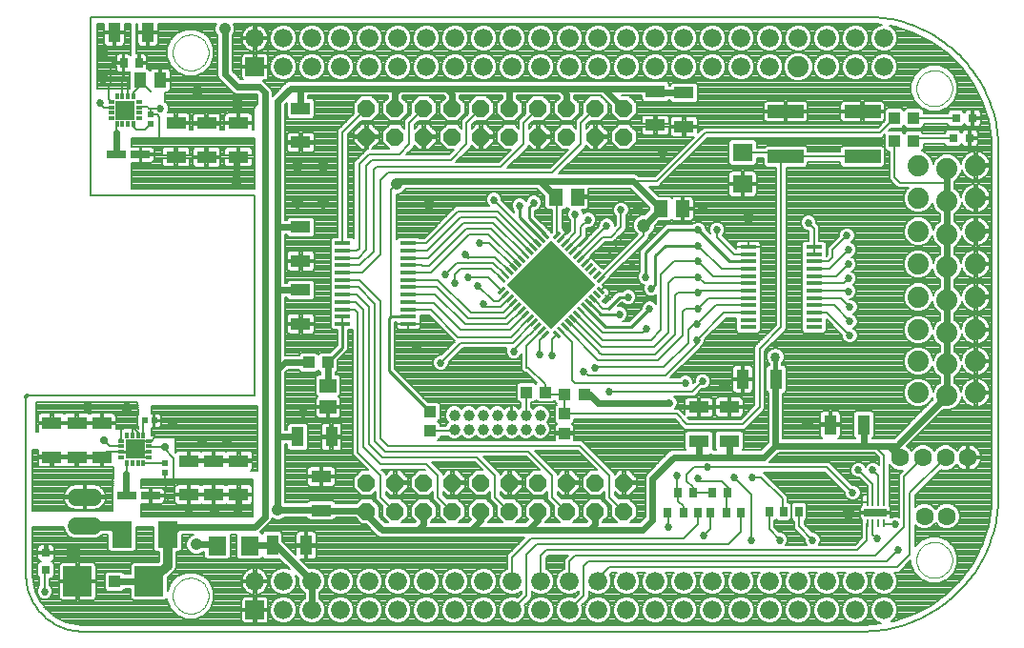
<source format=gtl>
G75*
%MOIN*%
%OFA0B0*%
%FSLAX24Y24*%
%IPPOS*%
%LPD*%
%AMOC8*
5,1,8,0,0,1.08239X$1,22.5*
%
%ADD10C,0.0120*%
%ADD11C,0.0080*%
%ADD12R,0.0512X0.0591*%
%ADD13R,0.0394X0.0433*%
%ADD14R,0.0433X0.0394*%
%ADD15C,0.0000*%
%ADD16R,0.0660X0.0660*%
%ADD17C,0.0660*%
%ADD18C,0.0740*%
%ADD19R,0.0440X0.0710*%
%ADD20R,0.0710X0.0440*%
%ADD21R,0.0591X0.0512*%
%ADD22R,0.0240X0.0220*%
%ADD23R,0.0220X0.0240*%
%ADD24R,0.0690X0.0280*%
%ADD25R,0.0120X0.0200*%
%ADD26R,0.0200X0.0120*%
%ADD27R,0.0670X0.0670*%
%ADD28R,0.0260X0.0380*%
%ADD29R,0.0440X0.0570*%
%ADD30C,0.0390*%
%ADD31R,0.0580X0.0140*%
%ADD32OC8,0.0600*%
%ADD33R,0.0120X0.0320*%
%ADD34R,0.2200X0.2200*%
%ADD35R,0.0276X0.0354*%
%ADD36C,0.0600*%
%ADD37R,0.0630X0.0710*%
%ADD38R,0.1260X0.0472*%
%ADD39R,0.0709X0.0630*%
%ADD40R,0.0787X0.0315*%
%ADD41R,0.0106X0.0276*%
%ADD42C,0.0630*%
%ADD43R,0.1004X0.1063*%
%ADD44R,0.0709X0.0945*%
%ADD45R,0.0315X0.0315*%
%ADD46C,0.0100*%
%ADD47C,0.0376*%
%ADD48C,0.0270*%
%ADD49C,0.0340*%
%ADD50C,0.0416*%
%ADD51C,0.0472*%
%ADD52C,0.0531*%
%ADD53C,0.0290*%
%ADD54C,0.0160*%
%ADD55C,0.0240*%
%ADD56C,0.0320*%
%ADD57R,0.0416X0.0416*%
D10*
X003450Y008700D02*
X003452Y008713D01*
X003457Y008725D01*
X003465Y008735D01*
X003475Y008743D01*
X003487Y008748D01*
X003500Y008750D01*
D11*
X003691Y002274D02*
X003778Y001894D01*
X003946Y001544D01*
X004189Y001239D01*
X004494Y000996D01*
X004844Y000828D01*
X005224Y000741D01*
X005419Y000730D01*
X032700Y000730D01*
X033055Y000744D01*
X033336Y000788D01*
X033184Y000852D01*
X033052Y000984D01*
X032980Y001157D01*
X032980Y001343D01*
X033052Y001516D01*
X033184Y001648D01*
X033357Y001720D01*
X033543Y001720D01*
X033716Y001648D01*
X033848Y001516D01*
X033920Y001343D01*
X033920Y001157D01*
X033848Y000984D01*
X033716Y000852D01*
X033705Y000847D01*
X033755Y000855D01*
X034430Y001074D01*
X035062Y001396D01*
X035636Y001813D01*
X036137Y002314D01*
X036554Y002888D01*
X036876Y003520D01*
X037095Y004195D01*
X037206Y004895D01*
X037220Y005250D01*
X037220Y017350D01*
X037206Y017697D01*
X037098Y018382D01*
X036884Y019041D01*
X036569Y019659D01*
X036161Y020221D01*
X036161Y020221D01*
X035671Y020711D01*
X035109Y021119D01*
X034491Y021434D01*
X033832Y021648D01*
X033647Y021677D01*
X033716Y021648D01*
X033848Y021516D01*
X033920Y021343D01*
X033920Y021157D01*
X033848Y020984D01*
X033716Y020852D01*
X033543Y020780D01*
X033357Y020780D01*
X033184Y020852D01*
X033052Y020984D01*
X032980Y021157D01*
X032980Y021343D01*
X033052Y021516D01*
X033184Y021648D01*
X033357Y021720D01*
X033376Y021720D01*
X033147Y021756D01*
X032800Y021770D01*
X011700Y021770D01*
X011700Y021649D01*
X011756Y021608D01*
X011808Y021556D01*
X011852Y021496D01*
X011886Y021430D01*
X011908Y021360D01*
X011920Y021290D01*
X011700Y021290D01*
X011700Y021210D01*
X011920Y021210D01*
X011908Y021140D01*
X011886Y021070D01*
X011852Y021004D01*
X011808Y020944D01*
X011756Y020892D01*
X011700Y020851D01*
X011700Y020720D01*
X011798Y020720D01*
X011834Y020710D01*
X011866Y020692D01*
X011892Y020666D01*
X011910Y020634D01*
X011920Y020598D01*
X011920Y020290D01*
X011700Y020290D01*
X011700Y020210D01*
X011920Y020210D01*
X011920Y019902D01*
X011910Y019866D01*
X011892Y019834D01*
X011866Y019808D01*
X011834Y019790D01*
X011798Y019780D01*
X011724Y019780D01*
X011747Y019770D01*
X011820Y019697D01*
X012020Y019497D01*
X012060Y019402D01*
X012060Y019228D01*
X012103Y019270D01*
X012553Y019720D01*
X012648Y019760D01*
X025392Y019760D01*
X025416Y019750D01*
X025863Y019750D01*
X025945Y019668D01*
X025945Y019600D01*
X025955Y019600D01*
X025955Y019618D01*
X026037Y019700D01*
X026863Y019700D01*
X026945Y019618D01*
X026945Y019062D01*
X026863Y018980D01*
X026037Y018980D01*
X025955Y019062D01*
X025955Y019080D01*
X025913Y019080D01*
X025863Y019030D01*
X025037Y019030D01*
X024955Y019112D01*
X024955Y019240D01*
X024278Y019240D01*
X024278Y019240D01*
X024532Y019240D01*
X024790Y018982D01*
X024790Y018618D01*
X024532Y018360D01*
X024168Y018360D01*
X023910Y018618D01*
X023910Y018872D01*
X023542Y019240D01*
X022610Y019240D01*
X022610Y019162D01*
X022790Y018982D01*
X022790Y018618D01*
X022532Y018360D01*
X022168Y018360D01*
X021910Y018618D01*
X021910Y018982D01*
X022090Y019162D01*
X022090Y019192D01*
X022042Y019240D01*
X020610Y019240D01*
X020610Y019162D01*
X020790Y018982D01*
X020790Y018618D01*
X020532Y018360D01*
X020168Y018360D01*
X019910Y018618D01*
X019910Y018982D01*
X020090Y019162D01*
X020090Y019240D01*
X018610Y019240D01*
X018610Y019162D01*
X018790Y018982D01*
X018790Y018618D01*
X018532Y018360D01*
X018168Y018360D01*
X017910Y018618D01*
X017910Y018982D01*
X018090Y019162D01*
X018090Y019192D01*
X018042Y019240D01*
X016610Y019240D01*
X016610Y019162D01*
X016790Y018982D01*
X016790Y018618D01*
X016532Y018360D01*
X016168Y018360D01*
X015910Y018618D01*
X015910Y018982D01*
X016090Y019162D01*
X016090Y019240D01*
X013310Y019240D01*
X013310Y019150D01*
X013463Y019150D01*
X013545Y019068D01*
X013545Y018512D01*
X013463Y018430D01*
X012637Y018430D01*
X012555Y018512D01*
X012555Y018987D01*
X012510Y018942D01*
X012510Y014900D01*
X012555Y014900D01*
X012555Y014918D01*
X012637Y015000D01*
X013463Y015000D01*
X013545Y014918D01*
X013545Y014362D01*
X013463Y014280D01*
X012637Y014280D01*
X012555Y014362D01*
X012555Y014380D01*
X012510Y014380D01*
X012510Y012700D01*
X012555Y012700D01*
X012555Y012718D01*
X012637Y012800D01*
X013463Y012800D01*
X013545Y012718D01*
X013545Y012162D01*
X013463Y012080D01*
X012637Y012080D01*
X012555Y012162D01*
X012555Y012180D01*
X012510Y012180D01*
X012510Y010170D01*
X012989Y010170D01*
X012989Y010185D01*
X013071Y010267D01*
X013580Y010267D01*
X013660Y010187D01*
X013740Y010267D01*
X014082Y010267D01*
X014330Y010514D01*
X014330Y011050D01*
X014172Y011050D01*
X014090Y011132D01*
X014090Y011388D01*
X014092Y011390D01*
X014090Y011392D01*
X014090Y011898D01*
X014092Y011900D01*
X014090Y011902D01*
X014090Y012158D01*
X014092Y012160D01*
X014090Y012162D01*
X014090Y012668D01*
X014092Y012670D01*
X014090Y012672D01*
X014090Y013178D01*
X014092Y013180D01*
X014090Y013182D01*
X014090Y013438D01*
X014092Y013440D01*
X014090Y013442D01*
X014090Y013948D01*
X014092Y013950D01*
X014090Y013952D01*
X014090Y014208D01*
X014172Y014290D01*
X014340Y014290D01*
X014340Y018045D01*
X014912Y018616D01*
X014910Y018618D01*
X014910Y018982D01*
X015168Y019240D01*
X015532Y019240D01*
X015790Y018982D01*
X015790Y018618D01*
X015532Y018360D01*
X015168Y018360D01*
X015166Y018362D01*
X014700Y017895D01*
X014700Y014290D01*
X014868Y014290D01*
X014920Y014238D01*
X014920Y016925D01*
X015270Y017275D01*
X015375Y017380D01*
X015390Y017380D01*
X015390Y017760D01*
X015390Y017840D01*
X015310Y017840D01*
X015310Y018240D01*
X015168Y018240D01*
X014910Y017982D01*
X014910Y017840D01*
X015310Y017840D01*
X015310Y017760D01*
X015390Y017760D01*
X015790Y017760D01*
X015790Y017618D01*
X015552Y017380D01*
X016148Y017380D01*
X015910Y017618D01*
X015910Y017982D01*
X016168Y018240D01*
X016532Y018240D01*
X016670Y018102D01*
X016670Y018375D01*
X016912Y018616D01*
X016910Y018618D01*
X016910Y018982D01*
X017168Y019240D01*
X017532Y019240D01*
X017790Y018982D01*
X017790Y018618D01*
X017532Y018360D01*
X017168Y018360D01*
X017166Y018362D01*
X017030Y018225D01*
X017030Y018102D01*
X017168Y018240D01*
X017310Y018240D01*
X017310Y017840D01*
X017390Y017840D01*
X017390Y018240D01*
X017532Y018240D01*
X017790Y017982D01*
X017790Y017840D01*
X017390Y017840D01*
X017390Y017760D01*
X017790Y017760D01*
X017790Y017618D01*
X017532Y017360D01*
X017390Y017360D01*
X017390Y017760D01*
X017310Y017760D01*
X017310Y017360D01*
X017168Y017360D01*
X017030Y017498D01*
X017030Y017475D01*
X016925Y017370D01*
X016735Y017180D01*
X018225Y017180D01*
X018405Y017360D01*
X018168Y017360D01*
X017910Y017618D01*
X017910Y017982D01*
X018168Y018240D01*
X018532Y018240D01*
X018670Y018102D01*
X018670Y018375D01*
X018912Y018616D01*
X018910Y018618D01*
X018910Y018982D01*
X019168Y019240D01*
X019532Y019240D01*
X019790Y018982D01*
X019790Y018618D01*
X019532Y018360D01*
X019168Y018360D01*
X019166Y018362D01*
X019030Y018225D01*
X019030Y018102D01*
X019168Y018240D01*
X019310Y018240D01*
X019310Y017840D01*
X019390Y017840D01*
X019390Y018240D01*
X019532Y018240D01*
X019790Y017982D01*
X019790Y017840D01*
X019390Y017840D01*
X019390Y017760D01*
X019790Y017760D01*
X019790Y017618D01*
X019532Y017360D01*
X019390Y017360D01*
X019390Y017760D01*
X019310Y017760D01*
X019310Y017360D01*
X019168Y017360D01*
X019030Y017498D01*
X019030Y017475D01*
X018925Y017370D01*
X018485Y016930D01*
X019975Y016930D01*
X020405Y017360D01*
X020168Y017360D01*
X019910Y017618D01*
X019910Y017982D01*
X020168Y018240D01*
X020532Y018240D01*
X020670Y018102D01*
X020670Y018375D01*
X020912Y018616D01*
X020910Y018618D01*
X020910Y018982D01*
X021168Y019240D01*
X021532Y019240D01*
X021790Y018982D01*
X021790Y018618D01*
X021532Y018360D01*
X021168Y018360D01*
X021166Y018362D01*
X021030Y018225D01*
X021030Y018102D01*
X021168Y018240D01*
X021310Y018240D01*
X021310Y017840D01*
X021390Y017840D01*
X021390Y018240D01*
X021532Y018240D01*
X021790Y017982D01*
X021790Y017840D01*
X021390Y017840D01*
X021390Y017760D01*
X021790Y017760D01*
X021790Y017618D01*
X021532Y017360D01*
X021390Y017360D01*
X021390Y017760D01*
X021310Y017760D01*
X021310Y017360D01*
X021168Y017360D01*
X021030Y017498D01*
X021030Y017475D01*
X020925Y017370D01*
X020285Y016730D01*
X021775Y016730D01*
X022405Y017360D01*
X022168Y017360D01*
X021910Y017618D01*
X021910Y017982D01*
X022168Y018240D01*
X022532Y018240D01*
X022670Y018102D01*
X022670Y018375D01*
X022912Y018616D01*
X022910Y018618D01*
X022910Y018982D01*
X023168Y019240D01*
X023532Y019240D01*
X023790Y018982D01*
X023790Y018618D01*
X023532Y018360D01*
X023168Y018360D01*
X023166Y018362D01*
X023030Y018225D01*
X023030Y018102D01*
X023168Y018240D01*
X023310Y018240D01*
X023310Y017840D01*
X023390Y017840D01*
X023390Y018240D01*
X023532Y018240D01*
X023790Y017982D01*
X023790Y017840D01*
X023390Y017840D01*
X023390Y017760D01*
X023790Y017760D01*
X023790Y017618D01*
X023532Y017360D01*
X023390Y017360D01*
X023390Y017760D01*
X023310Y017760D01*
X023310Y017360D01*
X023168Y017360D01*
X023030Y017498D01*
X023030Y017475D01*
X022925Y017370D01*
X022065Y016510D01*
X024733Y016510D01*
X024828Y016470D01*
X024869Y016430D01*
X025425Y016430D01*
X026795Y017800D01*
X026490Y017800D01*
X026490Y018120D01*
X026490Y018200D01*
X026410Y018200D01*
X026410Y018520D01*
X026077Y018520D01*
X026041Y018510D01*
X026009Y018492D01*
X025983Y018466D01*
X025965Y018434D01*
X025955Y018398D01*
X025955Y018200D01*
X026410Y018200D01*
X026410Y018120D01*
X026490Y018120D01*
X026945Y018120D01*
X026945Y017950D01*
X027125Y018130D01*
X033225Y018130D01*
X033479Y018383D01*
X033479Y018725D01*
X033561Y018807D01*
X034070Y018807D01*
X034150Y018727D01*
X034230Y018807D01*
X034739Y018807D01*
X034821Y018725D01*
X034821Y018630D01*
X035657Y018630D01*
X035657Y018665D01*
X035739Y018747D01*
X036170Y018747D01*
X036252Y018665D01*
X036252Y018642D01*
X036257Y018662D01*
X036276Y018693D01*
X036302Y018720D01*
X036334Y018738D01*
X036369Y018747D01*
X036507Y018747D01*
X036507Y018489D01*
X036584Y018489D01*
X036584Y018747D01*
X036721Y018747D01*
X036757Y018738D01*
X036789Y018720D01*
X036815Y018693D01*
X036833Y018662D01*
X036843Y018626D01*
X036843Y018489D01*
X036584Y018489D01*
X036584Y018411D01*
X036584Y018153D01*
X036721Y018153D01*
X036757Y018162D01*
X036789Y018180D01*
X036815Y018207D01*
X036833Y018238D01*
X036843Y018274D01*
X036843Y018411D01*
X036584Y018411D01*
X036507Y018411D01*
X036507Y018153D01*
X036369Y018153D01*
X036334Y018162D01*
X036302Y018180D01*
X036276Y018207D01*
X036257Y018238D01*
X036252Y018258D01*
X036252Y018235D01*
X036170Y018153D01*
X035739Y018153D01*
X035657Y018235D01*
X035657Y018270D01*
X034821Y018270D01*
X034821Y018175D01*
X034739Y018093D01*
X034230Y018093D01*
X034150Y018173D01*
X034070Y018093D01*
X033698Y018093D01*
X033611Y018007D01*
X034070Y018007D01*
X034150Y017927D01*
X034230Y018007D01*
X034739Y018007D01*
X034816Y017930D01*
X035557Y017930D01*
X035557Y017965D01*
X035639Y018047D01*
X036070Y018047D01*
X036152Y017965D01*
X036152Y017942D01*
X036157Y017962D01*
X036176Y017993D01*
X036202Y018020D01*
X036234Y018038D01*
X036269Y018047D01*
X036407Y018047D01*
X036407Y017789D01*
X036484Y017789D01*
X036484Y018047D01*
X036621Y018047D01*
X036657Y018038D01*
X036689Y018020D01*
X036715Y017993D01*
X036733Y017962D01*
X036743Y017926D01*
X036743Y017789D01*
X036484Y017789D01*
X036484Y017711D01*
X036484Y017453D01*
X036621Y017453D01*
X036657Y017462D01*
X036689Y017480D01*
X036715Y017507D01*
X036733Y017538D01*
X036743Y017574D01*
X036743Y017711D01*
X036484Y017711D01*
X036407Y017711D01*
X036407Y017453D01*
X036269Y017453D01*
X036234Y017462D01*
X036080Y017462D01*
X036070Y017453D02*
X036152Y017535D01*
X036152Y017558D01*
X036157Y017538D01*
X036176Y017507D01*
X036202Y017480D01*
X036234Y017462D01*
X036157Y017541D02*
X036152Y017541D01*
X036070Y017453D02*
X035639Y017453D01*
X035557Y017535D01*
X035557Y017570D01*
X034821Y017570D01*
X034821Y017375D01*
X034755Y017309D01*
X034939Y017232D01*
X035082Y017089D01*
X035160Y016901D01*
X035160Y016850D01*
X035218Y016989D01*
X035361Y017132D01*
X035549Y017210D01*
X035751Y017210D01*
X035939Y017132D01*
X036082Y016989D01*
X036141Y016847D01*
X036153Y016919D01*
X036177Y016996D01*
X036214Y017067D01*
X036261Y017132D01*
X036318Y017189D01*
X036383Y017236D01*
X036454Y017273D01*
X036531Y017297D01*
X036610Y017310D01*
X036610Y017310D01*
X036610Y016840D01*
X036690Y016840D01*
X036690Y017310D01*
X036690Y017310D01*
X036769Y017297D01*
X036846Y017273D01*
X036917Y017236D01*
X036982Y017189D01*
X037039Y017132D01*
X037086Y017067D01*
X037123Y016996D01*
X037147Y016919D01*
X037160Y016840D01*
X037160Y016840D01*
X036690Y016840D01*
X036690Y016760D01*
X037160Y016760D01*
X037160Y016760D01*
X037147Y016681D01*
X037123Y016604D01*
X037086Y016533D01*
X037039Y016468D01*
X036982Y016411D01*
X036917Y016364D01*
X036846Y016327D01*
X036769Y016303D01*
X036690Y016290D01*
X036690Y016290D01*
X036690Y016760D01*
X036610Y016760D01*
X036610Y016290D01*
X036610Y016290D01*
X036531Y016303D01*
X036454Y016327D01*
X036383Y016364D01*
X036318Y016411D01*
X036261Y016468D01*
X036214Y016533D01*
X036177Y016604D01*
X036160Y016658D01*
X036160Y016599D01*
X036180Y016599D01*
X036160Y016599D02*
X036082Y016411D01*
X035939Y016268D01*
X035910Y016256D01*
X035910Y015994D01*
X035939Y015982D01*
X036082Y015839D01*
X036141Y015697D01*
X036153Y015769D01*
X036177Y015846D01*
X036214Y015917D01*
X036261Y015982D01*
X036318Y016039D01*
X036383Y016086D01*
X036454Y016123D01*
X036531Y016147D01*
X036610Y016160D01*
X036610Y016160D01*
X036610Y015690D01*
X036690Y015690D01*
X036690Y016160D01*
X036690Y016160D01*
X036769Y016147D01*
X036846Y016123D01*
X036917Y016086D01*
X036982Y016039D01*
X037039Y015982D01*
X037086Y015917D01*
X037123Y015846D01*
X037147Y015769D01*
X037160Y015690D01*
X037160Y015690D01*
X036690Y015690D01*
X036690Y015610D01*
X037160Y015610D01*
X037160Y015610D01*
X037147Y015531D01*
X037123Y015454D01*
X037086Y015383D01*
X037039Y015318D01*
X036982Y015261D01*
X036917Y015214D01*
X036846Y015177D01*
X036769Y015153D01*
X036690Y015140D01*
X036690Y015140D01*
X036690Y015610D01*
X036610Y015610D01*
X036610Y015140D01*
X036610Y015140D01*
X036531Y015153D01*
X036454Y015177D01*
X036383Y015214D01*
X036318Y015261D01*
X036261Y015318D01*
X036214Y015383D01*
X036177Y015454D01*
X036160Y015508D01*
X036160Y015449D01*
X036082Y015261D01*
X035939Y015118D01*
X035910Y015106D01*
X035910Y014844D01*
X035939Y014832D01*
X036082Y014689D01*
X036141Y014547D01*
X036153Y014619D01*
X036177Y014696D01*
X036214Y014767D01*
X036261Y014832D01*
X036318Y014889D01*
X036383Y014936D01*
X036454Y014973D01*
X036531Y014997D01*
X036610Y015010D01*
X036610Y015010D01*
X036610Y014540D01*
X036690Y014540D01*
X036690Y015010D01*
X036690Y015010D01*
X036769Y014997D01*
X036846Y014973D01*
X036917Y014936D01*
X036982Y014889D01*
X037039Y014832D01*
X037086Y014767D01*
X037123Y014696D01*
X037147Y014619D01*
X037160Y014540D01*
X037160Y014540D01*
X036690Y014540D01*
X036690Y014460D01*
X037160Y014460D01*
X037160Y014460D01*
X037147Y014381D01*
X037123Y014304D01*
X037086Y014233D01*
X037039Y014168D01*
X036982Y014111D01*
X036917Y014064D01*
X036846Y014027D01*
X036769Y014003D01*
X036690Y013990D01*
X036690Y013990D01*
X036690Y014460D01*
X036610Y014460D01*
X036610Y013990D01*
X036610Y013990D01*
X036531Y014003D01*
X036454Y014027D01*
X036383Y014064D01*
X036318Y014111D01*
X036261Y014168D01*
X036214Y014233D01*
X036177Y014304D01*
X036160Y014358D01*
X036160Y014299D01*
X036082Y014111D01*
X035939Y013968D01*
X035910Y013956D01*
X035910Y013694D01*
X035939Y013682D01*
X036082Y013539D01*
X036141Y013397D01*
X036153Y013469D01*
X036177Y013546D01*
X036214Y013617D01*
X036261Y013682D01*
X036318Y013739D01*
X036383Y013786D01*
X036454Y013823D01*
X036531Y013847D01*
X036610Y013860D01*
X036610Y013860D01*
X036610Y013390D01*
X036690Y013390D01*
X036690Y013860D01*
X036690Y013860D01*
X036769Y013847D01*
X036846Y013823D01*
X036917Y013786D01*
X036982Y013739D01*
X037039Y013682D01*
X037086Y013617D01*
X037123Y013546D01*
X037147Y013469D01*
X037160Y013390D01*
X037160Y013390D01*
X036690Y013390D01*
X036690Y013310D01*
X037160Y013310D01*
X037160Y013310D01*
X037147Y013231D01*
X037123Y013154D01*
X037086Y013083D01*
X037039Y013018D01*
X036982Y012961D01*
X036917Y012914D01*
X036846Y012877D01*
X036769Y012853D01*
X036690Y012840D01*
X036690Y012840D01*
X036690Y013310D01*
X036610Y013310D01*
X036610Y012840D01*
X036610Y012840D01*
X036531Y012853D01*
X036454Y012877D01*
X036383Y012914D01*
X036318Y012961D01*
X036261Y013018D01*
X036214Y013083D01*
X036177Y013154D01*
X036160Y013208D01*
X036160Y013149D01*
X036082Y012961D01*
X035939Y012818D01*
X035910Y012806D01*
X035910Y012544D01*
X035939Y012532D01*
X036082Y012389D01*
X036141Y012247D01*
X036153Y012319D01*
X036177Y012396D01*
X036214Y012467D01*
X036261Y012532D01*
X036318Y012589D01*
X036383Y012636D01*
X036454Y012673D01*
X036531Y012697D01*
X036610Y012710D01*
X036610Y012710D01*
X036610Y012240D01*
X036690Y012240D01*
X036690Y012710D01*
X036690Y012710D01*
X036769Y012697D01*
X036846Y012673D01*
X036917Y012636D01*
X036982Y012589D01*
X037039Y012532D01*
X037086Y012467D01*
X037123Y012396D01*
X037147Y012319D01*
X037160Y012240D01*
X037160Y012240D01*
X036690Y012240D01*
X036690Y012160D01*
X037160Y012160D01*
X037160Y012160D01*
X037147Y012081D01*
X037123Y012004D01*
X037086Y011933D01*
X037039Y011868D01*
X036982Y011811D01*
X036917Y011764D01*
X036846Y011727D01*
X036769Y011703D01*
X036690Y011690D01*
X036690Y011690D01*
X036690Y012160D01*
X036610Y012160D01*
X036610Y011690D01*
X036610Y011690D01*
X036531Y011703D01*
X036454Y011727D01*
X036383Y011764D01*
X036318Y011811D01*
X036261Y011868D01*
X036214Y011933D01*
X036177Y012004D01*
X036160Y012058D01*
X036160Y011999D01*
X036082Y011811D01*
X035939Y011668D01*
X035910Y011656D01*
X035910Y011394D01*
X035939Y011382D01*
X036082Y011239D01*
X036141Y011097D01*
X036153Y011169D01*
X036177Y011246D01*
X036214Y011317D01*
X036261Y011382D01*
X036318Y011439D01*
X036383Y011486D01*
X036454Y011523D01*
X036531Y011547D01*
X036610Y011560D01*
X036610Y011560D01*
X036610Y011090D01*
X036690Y011090D01*
X036690Y011560D01*
X036690Y011560D01*
X036769Y011547D01*
X036846Y011523D01*
X036917Y011486D01*
X036982Y011439D01*
X037039Y011382D01*
X037086Y011317D01*
X037123Y011246D01*
X037147Y011169D01*
X037160Y011090D01*
X037160Y011090D01*
X036690Y011090D01*
X036690Y011010D01*
X037160Y011010D01*
X037160Y011010D01*
X037147Y010931D01*
X037123Y010854D01*
X037086Y010783D01*
X037039Y010718D01*
X036982Y010661D01*
X036917Y010614D01*
X036846Y010577D01*
X036769Y010553D01*
X036690Y010540D01*
X036690Y010540D01*
X036690Y011010D01*
X036610Y011010D01*
X036610Y010540D01*
X036610Y010540D01*
X036531Y010553D01*
X036454Y010577D01*
X036383Y010614D01*
X036318Y010661D01*
X036261Y010718D01*
X036214Y010783D01*
X036177Y010854D01*
X036160Y010908D01*
X036160Y010849D01*
X036082Y010661D01*
X035939Y010518D01*
X035910Y010506D01*
X035910Y010294D01*
X035939Y010282D01*
X036082Y010139D01*
X036141Y009997D01*
X036153Y010069D01*
X036177Y010146D01*
X036214Y010217D01*
X036261Y010282D01*
X036318Y010339D01*
X036383Y010386D01*
X036454Y010423D01*
X036531Y010447D01*
X036610Y010460D01*
X036610Y010460D01*
X036610Y009990D01*
X036690Y009990D01*
X036690Y010460D01*
X036690Y010460D01*
X036769Y010447D01*
X036846Y010423D01*
X036917Y010386D01*
X036982Y010339D01*
X037039Y010282D01*
X037086Y010217D01*
X037123Y010146D01*
X037147Y010069D01*
X037160Y009990D01*
X037160Y009990D01*
X036690Y009990D01*
X036690Y009910D01*
X037160Y009910D01*
X037160Y009910D01*
X037147Y009831D01*
X037123Y009754D01*
X037086Y009683D01*
X037039Y009618D01*
X036982Y009561D01*
X036917Y009514D01*
X036846Y009477D01*
X036769Y009453D01*
X036690Y009440D01*
X036690Y009440D01*
X036690Y009910D01*
X036610Y009910D01*
X036610Y009440D01*
X036610Y009440D01*
X036531Y009453D01*
X036454Y009477D01*
X036383Y009514D01*
X036318Y009561D01*
X036261Y009618D01*
X036214Y009683D01*
X036177Y009754D01*
X036160Y009808D01*
X036160Y009749D01*
X036082Y009561D01*
X035939Y009418D01*
X035910Y009406D01*
X035910Y009194D01*
X035939Y009182D01*
X036082Y009039D01*
X036141Y008897D01*
X036153Y008969D01*
X036177Y009046D01*
X036214Y009117D01*
X036261Y009182D01*
X036318Y009239D01*
X036383Y009286D01*
X036454Y009323D01*
X036531Y009347D01*
X036610Y009360D01*
X036610Y009360D01*
X036610Y008890D01*
X036690Y008890D01*
X036690Y009360D01*
X036690Y009360D01*
X036769Y009347D01*
X036846Y009323D01*
X036917Y009286D01*
X036982Y009239D01*
X037039Y009182D01*
X037086Y009117D01*
X037123Y009046D01*
X037147Y008969D01*
X037160Y008890D01*
X037160Y008890D01*
X036690Y008890D01*
X036690Y008810D01*
X037160Y008810D01*
X037160Y008810D01*
X037147Y008731D01*
X037123Y008654D01*
X037086Y008583D01*
X037039Y008518D01*
X036982Y008461D01*
X036917Y008414D01*
X036846Y008377D01*
X036769Y008353D01*
X036690Y008340D01*
X036690Y008340D01*
X036690Y008810D01*
X036610Y008810D01*
X036610Y008340D01*
X036610Y008340D01*
X036531Y008353D01*
X036454Y008377D01*
X036383Y008414D01*
X036318Y008461D01*
X036261Y008518D01*
X036214Y008583D01*
X036177Y008654D01*
X036160Y008708D01*
X036160Y008649D01*
X036082Y008461D01*
X035939Y008318D01*
X035751Y008240D01*
X035549Y008240D01*
X035520Y008252D01*
X034248Y006981D01*
X034277Y006969D01*
X034405Y006841D01*
X034413Y006822D01*
X034421Y006841D01*
X034549Y006969D01*
X034716Y007038D01*
X034897Y007038D01*
X035064Y006969D01*
X035192Y006841D01*
X035200Y006822D01*
X035208Y006841D01*
X035336Y006969D01*
X035503Y007038D01*
X035684Y007038D01*
X035851Y006969D01*
X035979Y006841D01*
X035989Y006817D01*
X035992Y006822D01*
X036034Y006880D01*
X036085Y006930D01*
X036143Y006973D01*
X036206Y007005D01*
X036275Y007027D01*
X036345Y007038D01*
X036352Y007038D01*
X036352Y006612D01*
X036410Y006612D01*
X036836Y006612D01*
X036836Y006619D01*
X036825Y006690D01*
X036803Y006758D01*
X036770Y006822D01*
X036728Y006880D01*
X036677Y006930D01*
X036620Y006973D01*
X036556Y007005D01*
X036488Y007027D01*
X036417Y007038D01*
X036410Y007038D01*
X036410Y006612D01*
X036410Y006555D01*
X036836Y006555D01*
X036836Y006548D01*
X036825Y006477D01*
X036803Y006409D01*
X036770Y006345D01*
X036728Y006287D01*
X036677Y006236D01*
X036620Y006194D01*
X036556Y006162D01*
X036488Y006140D01*
X036417Y006129D01*
X036410Y006129D01*
X036410Y006555D01*
X036352Y006555D01*
X036352Y006129D01*
X036345Y006129D01*
X036275Y006140D01*
X036206Y006162D01*
X036143Y006194D01*
X036085Y006236D01*
X036034Y006287D01*
X035992Y006345D01*
X035989Y006350D01*
X035979Y006326D01*
X035851Y006198D01*
X035684Y006129D01*
X035503Y006129D01*
X035425Y006161D01*
X034530Y005265D01*
X034530Y004851D01*
X034599Y004919D01*
X034766Y004988D01*
X034947Y004988D01*
X035114Y004919D01*
X035242Y004791D01*
X035250Y004772D01*
X035258Y004791D01*
X035386Y004919D01*
X035553Y004988D01*
X035734Y004988D01*
X035901Y004919D01*
X036029Y004791D01*
X036099Y004624D01*
X036099Y004443D01*
X036029Y004276D01*
X035901Y004148D01*
X035734Y004079D01*
X035553Y004079D01*
X035386Y004148D01*
X035258Y004276D01*
X035250Y004295D01*
X035242Y004276D01*
X035114Y004148D01*
X034947Y004079D01*
X034766Y004079D01*
X034599Y004148D01*
X034530Y004216D01*
X034530Y003483D01*
X034738Y003691D01*
X035038Y003815D01*
X035362Y003815D01*
X035662Y003691D01*
X035891Y003462D01*
X036015Y003162D01*
X036015Y002838D01*
X035891Y002538D01*
X035662Y002309D01*
X035362Y002185D01*
X035038Y002185D01*
X034738Y002309D01*
X034509Y002538D01*
X034385Y002838D01*
X034385Y002980D01*
X033975Y002570D01*
X033795Y002570D01*
X033848Y002516D01*
X033920Y002343D01*
X033920Y002157D01*
X033848Y001984D01*
X033716Y001852D01*
X033543Y001780D01*
X033357Y001780D01*
X033184Y001852D01*
X033052Y001984D01*
X032980Y002157D01*
X032980Y002343D01*
X033052Y002516D01*
X033105Y002570D01*
X032795Y002570D01*
X032848Y002516D01*
X032920Y002343D01*
X032920Y002157D01*
X032848Y001984D01*
X032716Y001852D01*
X032543Y001780D01*
X032357Y001780D01*
X032184Y001852D01*
X032052Y001984D01*
X031980Y002157D01*
X031980Y002343D01*
X032052Y002516D01*
X032105Y002570D01*
X031795Y002570D01*
X031848Y002516D01*
X031920Y002343D01*
X031920Y002157D01*
X031848Y001984D01*
X031716Y001852D01*
X031543Y001780D01*
X031357Y001780D01*
X031184Y001852D01*
X031052Y001984D01*
X030980Y002157D01*
X030980Y002343D01*
X031052Y002516D01*
X031105Y002570D01*
X030795Y002570D01*
X030848Y002516D01*
X030920Y002343D01*
X030920Y002157D01*
X030848Y001984D01*
X030716Y001852D01*
X030543Y001780D01*
X030357Y001780D01*
X030184Y001852D01*
X030052Y001984D01*
X029980Y002157D01*
X029980Y002343D01*
X030052Y002516D01*
X030105Y002570D01*
X029795Y002570D01*
X029848Y002516D01*
X029920Y002343D01*
X029920Y002157D01*
X029848Y001984D01*
X029716Y001852D01*
X029543Y001780D01*
X029357Y001780D01*
X029184Y001852D01*
X029052Y001984D01*
X028980Y002157D01*
X028980Y002343D01*
X029052Y002516D01*
X029105Y002570D01*
X028795Y002570D01*
X028848Y002516D01*
X028920Y002343D01*
X028920Y002157D01*
X028848Y001984D01*
X028716Y001852D01*
X028543Y001780D01*
X028357Y001780D01*
X028184Y001852D01*
X028052Y001984D01*
X027980Y002157D01*
X027980Y002343D01*
X028052Y002516D01*
X028105Y002570D01*
X027795Y002570D01*
X027848Y002516D01*
X027920Y002343D01*
X027920Y002157D01*
X027848Y001984D01*
X027716Y001852D01*
X027543Y001780D01*
X027357Y001780D01*
X027184Y001852D01*
X027052Y001984D01*
X026980Y002157D01*
X026980Y002343D01*
X027052Y002516D01*
X027105Y002570D01*
X026795Y002570D01*
X026848Y002516D01*
X026920Y002343D01*
X026920Y002157D01*
X026848Y001984D01*
X026716Y001852D01*
X026543Y001780D01*
X026357Y001780D01*
X026184Y001852D01*
X026052Y001984D01*
X025980Y002157D01*
X025980Y002343D01*
X026052Y002516D01*
X026105Y002570D01*
X025795Y002570D01*
X025848Y002516D01*
X025920Y002343D01*
X025920Y002157D01*
X025848Y001984D01*
X025716Y001852D01*
X025543Y001780D01*
X025357Y001780D01*
X025184Y001852D01*
X025052Y001984D01*
X024980Y002157D01*
X024980Y002343D01*
X025052Y002516D01*
X025105Y002570D01*
X024795Y002570D01*
X024848Y002516D01*
X024920Y002343D01*
X024920Y002157D01*
X024848Y001984D01*
X024716Y001852D01*
X024543Y001780D01*
X024357Y001780D01*
X024184Y001852D01*
X024052Y001984D01*
X023980Y002157D01*
X023980Y002343D01*
X024052Y002516D01*
X024105Y002570D01*
X023925Y002570D01*
X023855Y002500D01*
X023920Y002343D01*
X023920Y002157D01*
X023848Y001984D01*
X023716Y001852D01*
X023543Y001780D01*
X023357Y001780D01*
X023184Y001852D01*
X023130Y001905D01*
X023130Y001675D01*
X023025Y001570D01*
X023025Y001570D01*
X022884Y001430D01*
X022920Y001343D01*
X022920Y001157D01*
X022848Y000984D01*
X022716Y000852D01*
X022543Y000780D01*
X022357Y000780D01*
X022184Y000852D01*
X022052Y000984D01*
X021980Y001157D01*
X021980Y001343D01*
X022052Y001516D01*
X022184Y001648D01*
X022357Y001720D01*
X022543Y001720D01*
X022630Y001684D01*
X022770Y001825D01*
X022770Y001905D01*
X022716Y001852D01*
X022543Y001780D01*
X022357Y001780D01*
X022184Y001852D01*
X022052Y001984D01*
X021980Y002157D01*
X021980Y002343D01*
X022052Y002516D01*
X022184Y002648D01*
X022270Y002684D01*
X022270Y003025D01*
X022415Y003170D01*
X021725Y003170D01*
X021630Y003075D01*
X021630Y002684D01*
X021716Y002648D01*
X021848Y002516D01*
X021920Y002343D01*
X021920Y002157D01*
X021848Y001984D01*
X021716Y001852D01*
X021543Y001780D01*
X021357Y001780D01*
X021184Y001852D01*
X021130Y001905D01*
X021130Y001675D01*
X021025Y001570D01*
X020884Y001430D01*
X020920Y001343D01*
X020920Y001157D01*
X020848Y000984D01*
X020716Y000852D01*
X020543Y000780D01*
X020357Y000780D01*
X020184Y000852D01*
X020052Y000984D01*
X019980Y001157D01*
X019980Y001343D01*
X020052Y001516D01*
X020184Y001648D01*
X020357Y001720D01*
X020543Y001720D01*
X020630Y001684D01*
X020770Y001825D01*
X020770Y001905D01*
X020716Y001852D01*
X020543Y001780D01*
X020357Y001780D01*
X020184Y001852D01*
X020052Y001984D01*
X019980Y002157D01*
X019980Y002343D01*
X020052Y002516D01*
X020184Y002648D01*
X020270Y002684D01*
X020270Y003175D01*
X020885Y003790D01*
X015848Y003790D01*
X015753Y003830D01*
X015680Y003903D01*
X015322Y004260D01*
X015168Y004260D01*
X014956Y004471D01*
X014267Y004471D01*
X014267Y004453D01*
X014185Y004371D01*
X013360Y004371D01*
X013278Y004453D01*
X013278Y004490D01*
X012482Y004490D01*
X012447Y004455D01*
X012319Y004402D01*
X012181Y004402D01*
X012060Y004452D01*
X012060Y004448D01*
X012020Y004353D01*
X011947Y004280D01*
X011648Y003980D01*
X011702Y003925D01*
X011782Y004005D01*
X012338Y004005D01*
X012420Y003923D01*
X012420Y003648D01*
X012880Y003188D01*
X012880Y003470D01*
X013200Y003470D01*
X013200Y003550D01*
X013200Y004005D01*
X013002Y004005D01*
X012966Y003995D01*
X012934Y003977D01*
X012908Y003951D01*
X012890Y003919D01*
X012880Y003883D01*
X012880Y003550D01*
X013200Y003550D01*
X013280Y003550D01*
X013280Y004005D01*
X013478Y004005D01*
X013514Y003995D01*
X013546Y003977D01*
X013572Y003951D01*
X013590Y003919D01*
X013600Y003883D01*
X013600Y003550D01*
X013280Y003550D01*
X013280Y003470D01*
X013600Y003470D01*
X013600Y003137D01*
X013590Y003101D01*
X013572Y003069D01*
X013546Y003043D01*
X013514Y003025D01*
X013478Y003015D01*
X013280Y003015D01*
X013280Y003470D01*
X013200Y003470D01*
X013200Y003015D01*
X013053Y003015D01*
X013350Y002717D01*
X013357Y002720D01*
X013543Y002720D01*
X013716Y002648D01*
X013848Y002516D01*
X013920Y002343D01*
X013920Y002157D01*
X013848Y001984D01*
X013716Y001852D01*
X013710Y001849D01*
X013710Y001651D01*
X013716Y001648D01*
X013848Y001516D01*
X013920Y001343D01*
X013920Y001157D01*
X013848Y000984D01*
X013716Y000852D01*
X013543Y000780D01*
X013357Y000780D01*
X013184Y000852D01*
X013052Y000984D01*
X012980Y001157D01*
X012980Y001343D01*
X013052Y001516D01*
X013184Y001648D01*
X013190Y001651D01*
X013190Y001849D01*
X013184Y001852D01*
X013052Y001984D01*
X012980Y002157D01*
X012980Y002343D01*
X012983Y002350D01*
X012871Y002461D01*
X012920Y002343D01*
X012920Y002157D01*
X012848Y001984D01*
X012716Y001852D01*
X012543Y001780D01*
X012357Y001780D01*
X012184Y001852D01*
X012052Y001984D01*
X011980Y002157D01*
X011980Y002343D01*
X012052Y002516D01*
X012184Y002648D01*
X012357Y002720D01*
X012543Y002720D01*
X012661Y002671D01*
X012317Y003015D01*
X011782Y003015D01*
X011712Y003085D01*
X011633Y003005D01*
X010887Y003005D01*
X010805Y003087D01*
X010805Y003890D01*
X010595Y003890D01*
X010595Y003087D01*
X010513Y003005D01*
X009767Y003005D01*
X009685Y003087D01*
X009685Y003290D01*
X009632Y003290D01*
X009597Y003255D01*
X009469Y003202D01*
X009331Y003202D01*
X009203Y003255D01*
X009105Y003353D01*
X009052Y003481D01*
X009052Y003619D01*
X009105Y003747D01*
X009203Y003845D01*
X009312Y003890D01*
X008892Y003890D01*
X008892Y003370D01*
X008810Y003288D01*
X008697Y003288D01*
X008697Y002846D01*
X008701Y002834D01*
X008697Y002787D01*
X008697Y002740D01*
X008692Y002728D01*
X008691Y002715D01*
X008670Y002673D01*
X008652Y002629D01*
X008642Y002620D01*
X008637Y002609D01*
X008601Y002578D01*
X008567Y002545D01*
X008555Y002540D01*
X008390Y002400D01*
X008390Y001924D01*
X008509Y002212D01*
X008738Y002441D01*
X009038Y002565D01*
X009362Y002565D01*
X009662Y002441D01*
X009891Y002212D01*
X010015Y001912D01*
X010015Y001588D01*
X009891Y001288D01*
X009662Y001059D01*
X009362Y000935D01*
X009038Y000935D01*
X008738Y001059D01*
X008509Y001288D01*
X008385Y001588D01*
X008385Y001656D01*
X008308Y001579D01*
X007188Y001579D01*
X007106Y001661D01*
X007106Y001990D01*
X006898Y001990D01*
X006898Y001984D01*
X006816Y001902D01*
X006284Y001902D01*
X006202Y001984D01*
X006202Y002516D01*
X006284Y002598D01*
X006816Y002598D01*
X006898Y002516D01*
X006898Y002510D01*
X007106Y002510D01*
X007106Y002839D01*
X007188Y002921D01*
X008077Y002921D01*
X008097Y002938D01*
X008097Y003288D01*
X007985Y003288D01*
X007903Y003370D01*
X007903Y004150D01*
X007297Y004150D01*
X007297Y003370D01*
X007215Y003288D01*
X006390Y003288D01*
X006308Y003370D01*
X006308Y003900D01*
X006122Y003900D01*
X006049Y003827D01*
X005888Y003760D01*
X005112Y003760D01*
X004951Y003827D01*
X004827Y003951D01*
X004760Y004112D01*
X004760Y004150D01*
X003680Y004150D01*
X003680Y002469D01*
X003853Y002469D01*
X003853Y002439D02*
X003920Y002372D01*
X003920Y002109D01*
X003867Y002056D01*
X003825Y001955D01*
X003825Y001845D01*
X003867Y001744D01*
X003944Y001667D01*
X004045Y001625D01*
X004155Y001625D01*
X004256Y001667D01*
X004333Y001744D01*
X004375Y001845D01*
X004375Y001955D01*
X004333Y002056D01*
X004280Y002109D01*
X004280Y002357D01*
X004365Y002357D01*
X004447Y002439D01*
X004447Y002870D01*
X004365Y002952D01*
X004342Y002952D01*
X004362Y002957D01*
X004393Y002976D01*
X004420Y003002D01*
X004438Y003034D01*
X004447Y003069D01*
X004447Y003207D01*
X004189Y003207D01*
X004189Y003284D01*
X004447Y003284D01*
X004447Y003421D01*
X004438Y003457D01*
X004420Y003489D01*
X004393Y003515D01*
X004362Y003533D01*
X004326Y003543D01*
X004189Y003543D01*
X004189Y003284D01*
X004111Y003284D01*
X004111Y003207D01*
X003853Y003207D01*
X003853Y003069D01*
X003862Y003034D01*
X003880Y003002D01*
X003907Y002976D01*
X003938Y002957D01*
X003958Y002952D01*
X003935Y002952D01*
X003853Y002870D01*
X003853Y002439D01*
X003902Y002390D02*
X003684Y002390D01*
X003680Y002469D02*
X003691Y002274D01*
X003689Y002312D02*
X003920Y002312D01*
X003920Y002233D02*
X003700Y002233D01*
X003718Y002155D02*
X003920Y002155D01*
X003887Y002076D02*
X003736Y002076D01*
X003754Y001998D02*
X003843Y001998D01*
X003825Y001919D02*
X003772Y001919D01*
X003803Y001841D02*
X003827Y001841D01*
X003841Y001762D02*
X003859Y001762D01*
X003879Y001684D02*
X003928Y001684D01*
X003917Y001605D02*
X004667Y001605D01*
X004664Y001606D02*
X004696Y001588D01*
X004732Y001579D01*
X005212Y001579D01*
X005212Y002210D01*
X005292Y002210D01*
X005292Y002290D01*
X005894Y002290D01*
X005894Y002800D01*
X005884Y002836D01*
X005866Y002867D01*
X005840Y002894D01*
X005808Y002912D01*
X005772Y002921D01*
X005292Y002921D01*
X005292Y002290D01*
X005212Y002290D01*
X005212Y002921D01*
X004732Y002921D01*
X004696Y002912D01*
X004664Y002894D01*
X004638Y002867D01*
X004620Y002836D01*
X004610Y002800D01*
X004610Y002290D01*
X005212Y002290D01*
X005212Y002210D01*
X004610Y002210D01*
X004610Y001700D01*
X004620Y001664D01*
X004638Y001633D01*
X004664Y001606D01*
X004614Y001684D02*
X004272Y001684D01*
X004340Y001762D02*
X004610Y001762D01*
X004610Y001841D02*
X004373Y001841D01*
X004375Y001919D02*
X004610Y001919D01*
X004610Y001998D02*
X004357Y001998D01*
X004313Y002076D02*
X004610Y002076D01*
X004610Y002155D02*
X004280Y002155D01*
X004280Y002233D02*
X005212Y002233D01*
X005212Y002155D02*
X005292Y002155D01*
X005292Y002210D02*
X005292Y001579D01*
X005772Y001579D01*
X005808Y001588D01*
X005840Y001606D01*
X005866Y001633D01*
X005884Y001664D01*
X005894Y001700D01*
X005894Y002210D01*
X005292Y002210D01*
X005292Y002233D02*
X006202Y002233D01*
X006202Y002155D02*
X005894Y002155D01*
X005894Y002076D02*
X006202Y002076D01*
X006202Y001998D02*
X005894Y001998D01*
X005894Y001919D02*
X006267Y001919D01*
X005894Y001841D02*
X007106Y001841D01*
X007106Y001919D02*
X006833Y001919D01*
X007106Y001762D02*
X005894Y001762D01*
X005889Y001684D02*
X007106Y001684D01*
X007162Y001605D02*
X005837Y001605D01*
X005292Y001605D02*
X005212Y001605D01*
X005212Y001684D02*
X005292Y001684D01*
X005292Y001762D02*
X005212Y001762D01*
X005212Y001841D02*
X005292Y001841D01*
X005292Y001919D02*
X005212Y001919D01*
X005212Y001998D02*
X005292Y001998D01*
X005292Y002076D02*
X005212Y002076D01*
X005212Y002312D02*
X005292Y002312D01*
X005292Y002390D02*
X005212Y002390D01*
X005212Y002469D02*
X005292Y002469D01*
X005292Y002547D02*
X005212Y002547D01*
X005212Y002626D02*
X005292Y002626D01*
X005292Y002704D02*
X005212Y002704D01*
X005212Y002783D02*
X005292Y002783D01*
X005292Y002861D02*
X005212Y002861D01*
X004634Y002861D02*
X004447Y002861D01*
X004447Y002783D02*
X004610Y002783D01*
X004610Y002704D02*
X004447Y002704D01*
X004447Y002626D02*
X004610Y002626D01*
X004610Y002547D02*
X004447Y002547D01*
X004447Y002469D02*
X004610Y002469D01*
X004610Y002390D02*
X004398Y002390D01*
X004280Y002312D02*
X004610Y002312D01*
X004150Y002655D02*
X004100Y002755D01*
X004100Y001900D01*
X003960Y001527D02*
X008410Y001527D01*
X008385Y001605D02*
X008334Y001605D01*
X008443Y001448D02*
X004023Y001448D01*
X004085Y001370D02*
X008475Y001370D01*
X008508Y001291D02*
X004148Y001291D01*
X004223Y001213D02*
X008585Y001213D01*
X008663Y001134D02*
X004321Y001134D01*
X004420Y001056D02*
X008747Y001056D01*
X008936Y000977D02*
X004534Y000977D01*
X004697Y000899D02*
X010981Y000899D01*
X010980Y000902D02*
X010990Y000866D01*
X011008Y000834D01*
X011034Y000808D01*
X011066Y000790D01*
X011102Y000780D01*
X011410Y000780D01*
X011410Y001210D01*
X011490Y001210D01*
X011490Y001290D01*
X011920Y001290D01*
X011920Y001598D01*
X011910Y001634D01*
X011892Y001666D01*
X011866Y001692D01*
X011834Y001710D01*
X011798Y001720D01*
X011490Y001720D01*
X011490Y001290D01*
X011410Y001290D01*
X011410Y001720D01*
X011102Y001720D01*
X011066Y001710D01*
X011034Y001692D01*
X011008Y001666D01*
X010990Y001634D01*
X010980Y001598D01*
X010980Y001290D01*
X011410Y001290D01*
X011410Y001210D01*
X010980Y001210D01*
X010980Y000902D01*
X010980Y000977D02*
X009464Y000977D01*
X009653Y001056D02*
X010980Y001056D01*
X010980Y001134D02*
X009737Y001134D01*
X009815Y001213D02*
X011410Y001213D01*
X011410Y001291D02*
X011490Y001291D01*
X011490Y001213D02*
X011980Y001213D01*
X011980Y001157D02*
X012052Y000984D01*
X012184Y000852D01*
X012357Y000780D01*
X012543Y000780D01*
X012716Y000852D01*
X012848Y000984D01*
X012920Y001157D01*
X012920Y001343D01*
X012848Y001516D01*
X012716Y001648D01*
X012543Y001720D01*
X012357Y001720D01*
X012184Y001648D01*
X012052Y001516D01*
X011980Y001343D01*
X011980Y001157D01*
X011989Y001134D02*
X011920Y001134D01*
X011920Y001210D02*
X011490Y001210D01*
X011490Y000780D01*
X011798Y000780D01*
X011834Y000790D01*
X011866Y000808D01*
X011892Y000834D01*
X011910Y000866D01*
X011920Y000902D01*
X011920Y001210D01*
X011920Y001291D02*
X011980Y001291D01*
X011991Y001370D02*
X011920Y001370D01*
X011920Y001448D02*
X012023Y001448D01*
X012062Y001527D02*
X011920Y001527D01*
X011918Y001605D02*
X012140Y001605D01*
X012268Y001684D02*
X011874Y001684D01*
X011756Y001892D02*
X011696Y001848D01*
X011630Y001814D01*
X011560Y001792D01*
X011490Y001780D01*
X011490Y002210D01*
X011490Y002290D01*
X011920Y002290D01*
X011908Y002360D01*
X011886Y002430D01*
X011852Y002496D01*
X011808Y002556D01*
X011756Y002608D01*
X011696Y002652D01*
X011630Y002686D01*
X011560Y002708D01*
X011490Y002720D01*
X011490Y002290D01*
X011410Y002290D01*
X011410Y002720D01*
X011340Y002708D01*
X011270Y002686D01*
X011204Y002652D01*
X011144Y002608D01*
X011092Y002556D01*
X011048Y002496D01*
X011014Y002430D01*
X010992Y002360D01*
X010980Y002290D01*
X011410Y002290D01*
X011410Y002210D01*
X011490Y002210D01*
X011920Y002210D01*
X011908Y002140D01*
X011886Y002070D01*
X011852Y002004D01*
X011808Y001944D01*
X011756Y001892D01*
X011784Y001919D02*
X012116Y001919D01*
X012046Y001998D02*
X011848Y001998D01*
X011888Y002076D02*
X012013Y002076D01*
X011981Y002155D02*
X011911Y002155D01*
X011980Y002233D02*
X011490Y002233D01*
X011490Y002155D02*
X011410Y002155D01*
X011410Y002210D02*
X011410Y001780D01*
X011340Y001792D01*
X011270Y001814D01*
X011204Y001848D01*
X011144Y001892D01*
X011092Y001944D01*
X011048Y002004D01*
X011014Y002070D01*
X010992Y002140D01*
X010980Y002210D01*
X011410Y002210D01*
X011410Y002233D02*
X009870Y002233D01*
X009915Y002155D02*
X010989Y002155D01*
X011012Y002076D02*
X009947Y002076D01*
X009980Y001998D02*
X011052Y001998D01*
X011116Y001919D02*
X010012Y001919D01*
X010015Y001841D02*
X011218Y001841D01*
X011410Y001841D02*
X011490Y001841D01*
X011490Y001919D02*
X011410Y001919D01*
X011410Y001998D02*
X011490Y001998D01*
X011490Y002076D02*
X011410Y002076D01*
X011410Y002312D02*
X011490Y002312D01*
X011490Y002390D02*
X011410Y002390D01*
X011410Y002469D02*
X011490Y002469D01*
X011490Y002547D02*
X011410Y002547D01*
X011410Y002626D02*
X011490Y002626D01*
X011490Y002704D02*
X011410Y002704D01*
X011326Y002704D02*
X008686Y002704D01*
X008697Y002783D02*
X012550Y002783D01*
X012582Y002704D02*
X012628Y002704D01*
X012471Y002861D02*
X008697Y002861D01*
X008697Y002940D02*
X012393Y002940D01*
X012318Y002704D02*
X011574Y002704D01*
X011733Y002626D02*
X012161Y002626D01*
X012082Y002547D02*
X011815Y002547D01*
X011866Y002469D02*
X012032Y002469D01*
X011999Y002390D02*
X011899Y002390D01*
X011916Y002312D02*
X011980Y002312D01*
X011167Y002626D02*
X008648Y002626D01*
X008569Y002547D02*
X008994Y002547D01*
X008805Y002469D02*
X008471Y002469D01*
X008390Y002390D02*
X008687Y002390D01*
X008609Y002312D02*
X008390Y002312D01*
X008390Y002233D02*
X008530Y002233D01*
X008485Y002155D02*
X008390Y002155D01*
X008390Y002076D02*
X008453Y002076D01*
X008420Y001998D02*
X008390Y001998D01*
X009406Y002547D02*
X011085Y002547D01*
X011034Y002469D02*
X009595Y002469D01*
X009713Y002390D02*
X011001Y002390D01*
X010984Y002312D02*
X009791Y002312D01*
X010015Y001762D02*
X013190Y001762D01*
X013190Y001684D02*
X012632Y001684D01*
X012760Y001605D02*
X013140Y001605D01*
X013062Y001527D02*
X012838Y001527D01*
X012877Y001448D02*
X013023Y001448D01*
X012991Y001370D02*
X012909Y001370D01*
X012920Y001291D02*
X012980Y001291D01*
X012980Y001213D02*
X012920Y001213D01*
X012911Y001134D02*
X012989Y001134D01*
X013022Y001056D02*
X012878Y001056D01*
X012842Y000977D02*
X013058Y000977D01*
X013137Y000899D02*
X012763Y000899D01*
X012640Y000820D02*
X013260Y000820D01*
X013640Y000820D02*
X014260Y000820D01*
X014184Y000852D02*
X014357Y000780D01*
X014543Y000780D01*
X014716Y000852D01*
X014848Y000984D01*
X014920Y001157D01*
X014920Y001343D01*
X014848Y001516D01*
X014716Y001648D01*
X014543Y001720D01*
X014357Y001720D01*
X014184Y001648D01*
X014052Y001516D01*
X013980Y001343D01*
X013980Y001157D01*
X014052Y000984D01*
X014184Y000852D01*
X014137Y000899D02*
X013763Y000899D01*
X013842Y000977D02*
X014058Y000977D01*
X014022Y001056D02*
X013878Y001056D01*
X013911Y001134D02*
X013989Y001134D01*
X013980Y001213D02*
X013920Y001213D01*
X013920Y001291D02*
X013980Y001291D01*
X013991Y001370D02*
X013909Y001370D01*
X013877Y001448D02*
X014023Y001448D01*
X014062Y001527D02*
X013838Y001527D01*
X013760Y001605D02*
X014140Y001605D01*
X014268Y001684D02*
X013710Y001684D01*
X013710Y001762D02*
X020707Y001762D01*
X020690Y001841D02*
X020770Y001841D01*
X020950Y001750D02*
X020950Y003200D01*
X021300Y003550D01*
X028000Y003550D01*
X028450Y004000D01*
X028450Y004625D01*
X028425Y004650D01*
X027925Y004650D02*
X027925Y005319D01*
X027956Y005350D01*
X027956Y005550D02*
X027756Y005750D01*
X027050Y005750D01*
X026950Y005850D01*
X026756Y005544D02*
X026550Y005750D01*
X026550Y006000D01*
X026800Y006250D01*
X027270Y006240D01*
X031450Y006250D01*
X032350Y005350D01*
X032606Y005452D02*
X032872Y005452D01*
X032872Y005530D02*
X032559Y005530D01*
X032583Y005506D02*
X032506Y005583D01*
X032405Y005625D01*
X032330Y005625D01*
X031630Y006325D01*
X031577Y006378D01*
X031525Y006430D01*
X031524Y006430D01*
X031450Y006430D01*
X031375Y006430D01*
X029443Y006425D01*
X029758Y006740D01*
X033105Y006740D01*
X033265Y006580D01*
X033265Y006324D01*
X033206Y006383D01*
X033105Y006425D01*
X032995Y006425D01*
X032894Y006383D01*
X032817Y006306D01*
X032800Y006265D01*
X032783Y006306D01*
X032706Y006383D01*
X032605Y006425D01*
X032495Y006425D01*
X032394Y006383D01*
X032317Y006306D01*
X032275Y006205D01*
X032275Y006095D01*
X032317Y005994D01*
X032394Y005917D01*
X032495Y005875D01*
X032570Y005875D01*
X032872Y005574D01*
X032872Y005302D01*
X032855Y005302D01*
X032855Y005024D01*
X032855Y005024D01*
X032855Y005302D01*
X032783Y005302D01*
X032748Y005292D01*
X032716Y005274D01*
X032690Y005248D01*
X032671Y005216D01*
X032662Y005180D01*
X032662Y005024D01*
X032662Y004911D01*
X032644Y004893D01*
X032626Y004862D01*
X032616Y004826D01*
X032616Y004689D01*
X033111Y004689D01*
X033111Y004611D01*
X032616Y004611D01*
X032616Y004474D01*
X032626Y004438D01*
X032644Y004407D01*
X032662Y004389D01*
X032662Y004080D01*
X032670Y004072D01*
X032670Y003775D01*
X032425Y003530D01*
X031169Y003530D01*
X031183Y003544D01*
X031225Y003645D01*
X031225Y003755D01*
X031183Y003856D01*
X031106Y003933D01*
X031005Y003975D01*
X030930Y003975D01*
X030655Y004250D01*
X030655Y004370D01*
X030663Y004370D01*
X030745Y004452D01*
X030745Y004948D01*
X030663Y005030D01*
X030287Y005030D01*
X030205Y004948D01*
X030205Y004452D01*
X030287Y004370D01*
X030295Y004370D01*
X030295Y004100D01*
X030400Y003995D01*
X030675Y003720D01*
X030675Y003645D01*
X030717Y003544D01*
X030731Y003530D01*
X030019Y003530D01*
X030033Y003544D01*
X030075Y003645D01*
X030075Y003755D01*
X030033Y003856D01*
X029956Y003933D01*
X029855Y003975D01*
X029780Y003975D01*
X029605Y004150D01*
X029605Y004370D01*
X029613Y004370D01*
X029675Y004432D01*
X029737Y004370D01*
X030113Y004370D01*
X030195Y004452D01*
X030195Y004948D01*
X030113Y005030D01*
X030080Y005030D01*
X030080Y005225D01*
X029975Y005330D01*
X029240Y006065D01*
X031376Y006070D01*
X032075Y005370D01*
X032075Y005295D01*
X032117Y005194D01*
X032194Y005117D01*
X032295Y005075D01*
X032405Y005075D01*
X032506Y005117D01*
X032583Y005194D01*
X032625Y005295D01*
X032625Y005405D01*
X032583Y005506D01*
X032625Y005373D02*
X032872Y005373D01*
X032855Y005295D02*
X032855Y005295D01*
X032855Y005216D02*
X032855Y005216D01*
X032855Y005138D02*
X032855Y005138D01*
X032855Y005059D02*
X032855Y005059D01*
X032855Y005024D02*
X032855Y005024D01*
X032662Y005024D01*
X032855Y005024D01*
X033050Y005026D02*
X033052Y005024D01*
X033052Y005648D01*
X032550Y006150D01*
X032275Y006158D02*
X031797Y006158D01*
X031875Y006080D02*
X032282Y006080D01*
X032314Y006001D02*
X031954Y006001D01*
X032032Y005923D02*
X032389Y005923D01*
X032601Y005844D02*
X032111Y005844D01*
X032189Y005766D02*
X032680Y005766D01*
X032758Y005687D02*
X032268Y005687D01*
X032444Y005609D02*
X032837Y005609D01*
X033248Y005952D02*
X033050Y006150D01*
X032919Y006394D02*
X032681Y006394D01*
X032774Y006315D02*
X032826Y006315D01*
X033181Y006394D02*
X033265Y006394D01*
X033265Y006472D02*
X029490Y006472D01*
X029568Y006551D02*
X033265Y006551D01*
X033216Y006629D02*
X029647Y006629D01*
X029725Y006708D02*
X033138Y006708D01*
X033100Y007000D02*
X033445Y006655D01*
X033445Y005024D01*
X033638Y005059D02*
X033970Y005059D01*
X033970Y004981D02*
X033638Y004981D01*
X033638Y004911D02*
X033638Y005220D01*
X033625Y005233D01*
X033625Y006345D01*
X033633Y006326D01*
X033761Y006198D01*
X033928Y006129D01*
X034097Y006129D01*
X033970Y006002D01*
X033970Y005853D01*
X033970Y004498D01*
X033905Y004525D01*
X033795Y004525D01*
X033694Y004483D01*
X033683Y004472D01*
X033684Y004474D01*
X033684Y004611D01*
X033189Y004611D01*
X033189Y004689D01*
X033684Y004689D01*
X033684Y004826D01*
X033674Y004862D01*
X033656Y004893D01*
X033638Y004911D01*
X033647Y004902D02*
X033970Y004902D01*
X033970Y004824D02*
X033684Y004824D01*
X033684Y004745D02*
X033970Y004745D01*
X033970Y004667D02*
X033189Y004667D01*
X033111Y004667D02*
X030745Y004667D01*
X030745Y004745D02*
X032616Y004745D01*
X032616Y004824D02*
X030745Y004824D01*
X030745Y004902D02*
X032653Y004902D01*
X032662Y004981D02*
X030712Y004981D01*
X030475Y004700D02*
X030475Y004175D01*
X030950Y003700D01*
X031205Y003803D02*
X032670Y003803D01*
X032670Y003882D02*
X031157Y003882D01*
X031041Y003960D02*
X032670Y003960D01*
X032670Y004039D02*
X030866Y004039D01*
X030788Y004117D02*
X032662Y004117D01*
X032662Y004196D02*
X030709Y004196D01*
X030655Y004274D02*
X032662Y004274D01*
X032662Y004353D02*
X030655Y004353D01*
X030724Y004431D02*
X032630Y004431D01*
X032616Y004510D02*
X030745Y004510D01*
X030745Y004588D02*
X032616Y004588D01*
X032855Y004276D02*
X032850Y004271D01*
X032850Y003700D01*
X032500Y003350D01*
X021650Y003350D01*
X021450Y003150D01*
X021450Y002250D01*
X021784Y001919D02*
X022116Y001919D01*
X022046Y001998D02*
X021854Y001998D01*
X021887Y002076D02*
X022013Y002076D01*
X021981Y002155D02*
X021919Y002155D01*
X021920Y002233D02*
X021980Y002233D01*
X021980Y002312D02*
X021920Y002312D01*
X021901Y002390D02*
X021999Y002390D01*
X022032Y002469D02*
X021868Y002469D01*
X021818Y002547D02*
X022082Y002547D01*
X022161Y002626D02*
X021739Y002626D01*
X021630Y002704D02*
X022270Y002704D01*
X022270Y002783D02*
X021630Y002783D01*
X021630Y002861D02*
X022270Y002861D01*
X022270Y002940D02*
X021630Y002940D01*
X021630Y003018D02*
X022270Y003018D01*
X022342Y003097D02*
X021651Y003097D01*
X022450Y002950D02*
X022650Y003150D01*
X033150Y003150D01*
X034150Y004150D01*
X034150Y005927D01*
X034806Y006583D01*
X034444Y006865D02*
X034381Y006865D01*
X034303Y006943D02*
X034522Y006943D01*
X034675Y007022D02*
X034289Y007022D01*
X034368Y007100D02*
X037220Y007100D01*
X037220Y007022D02*
X036505Y007022D01*
X036410Y007022D02*
X036352Y007022D01*
X036352Y006943D02*
X036410Y006943D01*
X036410Y006865D02*
X036352Y006865D01*
X036352Y006786D02*
X036410Y006786D01*
X036410Y006708D02*
X036352Y006708D01*
X036352Y006629D02*
X036410Y006629D01*
X036410Y006551D02*
X036352Y006551D01*
X036352Y006472D02*
X036410Y006472D01*
X036410Y006394D02*
X036352Y006394D01*
X036352Y006315D02*
X036410Y006315D01*
X036410Y006237D02*
X036352Y006237D01*
X036352Y006158D02*
X036410Y006158D01*
X036544Y006158D02*
X037220Y006158D01*
X037220Y006080D02*
X035344Y006080D01*
X035423Y006158D02*
X035432Y006158D01*
X035266Y006001D02*
X037220Y006001D01*
X037220Y005923D02*
X035187Y005923D01*
X035109Y005844D02*
X037220Y005844D01*
X037220Y005766D02*
X035030Y005766D01*
X034952Y005687D02*
X037220Y005687D01*
X037220Y005609D02*
X034873Y005609D01*
X034795Y005530D02*
X037220Y005530D01*
X037220Y005452D02*
X034716Y005452D01*
X034638Y005373D02*
X037220Y005373D01*
X037220Y005295D02*
X034559Y005295D01*
X034530Y005216D02*
X037219Y005216D01*
X037216Y005138D02*
X034530Y005138D01*
X034530Y005059D02*
X037212Y005059D01*
X037209Y004981D02*
X035753Y004981D01*
X035919Y004902D02*
X037206Y004902D01*
X037195Y004824D02*
X035997Y004824D01*
X036049Y004745D02*
X037182Y004745D01*
X037170Y004667D02*
X036081Y004667D01*
X036099Y004588D02*
X037157Y004588D01*
X037145Y004510D02*
X036099Y004510D01*
X036094Y004431D02*
X037133Y004431D01*
X037120Y004353D02*
X036061Y004353D01*
X036028Y004274D02*
X037108Y004274D01*
X037095Y004196D02*
X035949Y004196D01*
X035827Y004117D02*
X037070Y004117D01*
X037044Y004039D02*
X034530Y004039D01*
X034530Y004117D02*
X034673Y004117D01*
X034551Y004196D02*
X034530Y004196D01*
X034530Y003960D02*
X037019Y003960D01*
X036993Y003882D02*
X034530Y003882D01*
X034530Y003803D02*
X035009Y003803D01*
X034819Y003725D02*
X034530Y003725D01*
X034530Y003646D02*
X034693Y003646D01*
X034615Y003568D02*
X034530Y003568D01*
X034530Y003489D02*
X034536Y003489D01*
X034350Y003200D02*
X034350Y005340D01*
X035594Y006583D01*
X035890Y006237D02*
X036085Y006237D01*
X036014Y006315D02*
X035969Y006315D01*
X035755Y006158D02*
X036218Y006158D01*
X036678Y006237D02*
X037220Y006237D01*
X037220Y006315D02*
X036748Y006315D01*
X036795Y006394D02*
X037220Y006394D01*
X037220Y006472D02*
X036823Y006472D01*
X036836Y006551D02*
X037220Y006551D01*
X037220Y006629D02*
X036835Y006629D01*
X036819Y006708D02*
X037220Y006708D01*
X037220Y006786D02*
X036789Y006786D01*
X036739Y006865D02*
X037220Y006865D01*
X037220Y006943D02*
X036660Y006943D01*
X036257Y007022D02*
X035725Y007022D01*
X035878Y006943D02*
X036102Y006943D01*
X036023Y006865D02*
X035956Y006865D01*
X035462Y007022D02*
X034938Y007022D01*
X035090Y006943D02*
X035310Y006943D01*
X035231Y006865D02*
X035169Y006865D01*
X034603Y007336D02*
X037220Y007336D01*
X037220Y007414D02*
X034682Y007414D01*
X034760Y007493D02*
X037220Y007493D01*
X037220Y007571D02*
X034839Y007571D01*
X034917Y007650D02*
X037220Y007650D01*
X037220Y007728D02*
X034996Y007728D01*
X035074Y007807D02*
X037220Y007807D01*
X037220Y007885D02*
X035153Y007885D01*
X035231Y007964D02*
X037220Y007964D01*
X037220Y008042D02*
X035310Y008042D01*
X035388Y008121D02*
X037220Y008121D01*
X037220Y008199D02*
X035467Y008199D01*
X035842Y008278D02*
X037220Y008278D01*
X037220Y008356D02*
X036780Y008356D01*
X036690Y008356D02*
X036610Y008356D01*
X036610Y008435D02*
X036690Y008435D01*
X036690Y008513D02*
X036610Y008513D01*
X036610Y008592D02*
X036690Y008592D01*
X036690Y008670D02*
X036610Y008670D01*
X036610Y008749D02*
X036690Y008749D01*
X036690Y008827D02*
X037220Y008827D01*
X037220Y008749D02*
X037150Y008749D01*
X037128Y008670D02*
X037220Y008670D01*
X037220Y008592D02*
X037091Y008592D01*
X037034Y008513D02*
X037220Y008513D01*
X037220Y008435D02*
X036946Y008435D01*
X036520Y008356D02*
X035977Y008356D01*
X036056Y008435D02*
X036354Y008435D01*
X036266Y008513D02*
X036104Y008513D01*
X036136Y008592D02*
X036209Y008592D01*
X036172Y008670D02*
X036160Y008670D01*
X036142Y008906D02*
X036138Y008906D01*
X036157Y008984D02*
X036105Y008984D01*
X036059Y009063D02*
X036186Y009063D01*
X036231Y009141D02*
X035980Y009141D01*
X035910Y009220D02*
X036298Y009220D01*
X036406Y009298D02*
X035910Y009298D01*
X035910Y009377D02*
X037220Y009377D01*
X037220Y009455D02*
X036777Y009455D01*
X036690Y009455D02*
X036610Y009455D01*
X036610Y009534D02*
X036690Y009534D01*
X036690Y009612D02*
X036610Y009612D01*
X036610Y009691D02*
X036690Y009691D01*
X036690Y009769D02*
X036610Y009769D01*
X036610Y009848D02*
X036690Y009848D01*
X036690Y009926D02*
X037220Y009926D01*
X037220Y009848D02*
X037150Y009848D01*
X037127Y009769D02*
X037220Y009769D01*
X037220Y009691D02*
X037090Y009691D01*
X037033Y009612D02*
X037220Y009612D01*
X037220Y009534D02*
X036944Y009534D01*
X036894Y009298D02*
X037220Y009298D01*
X037220Y009220D02*
X037002Y009220D01*
X037069Y009141D02*
X037220Y009141D01*
X037220Y009063D02*
X037114Y009063D01*
X037143Y008984D02*
X037220Y008984D01*
X037220Y008906D02*
X037158Y008906D01*
X036690Y008906D02*
X036610Y008906D01*
X036610Y008984D02*
X036690Y008984D01*
X036690Y009063D02*
X036610Y009063D01*
X036610Y009141D02*
X036690Y009141D01*
X036690Y009220D02*
X036610Y009220D01*
X036610Y009298D02*
X036690Y009298D01*
X036523Y009455D02*
X035976Y009455D01*
X036055Y009534D02*
X036356Y009534D01*
X036267Y009612D02*
X036103Y009612D01*
X036136Y009691D02*
X036210Y009691D01*
X036173Y009769D02*
X036160Y009769D01*
X036142Y010005D02*
X036138Y010005D01*
X036157Y010083D02*
X036105Y010083D01*
X036060Y010162D02*
X036185Y010162D01*
X036230Y010240D02*
X035981Y010240D01*
X035910Y010319D02*
X036297Y010319D01*
X036404Y010397D02*
X035910Y010397D01*
X035910Y010476D02*
X037220Y010476D01*
X037220Y010554D02*
X036774Y010554D01*
X036690Y010554D02*
X036610Y010554D01*
X036610Y010633D02*
X036690Y010633D01*
X036690Y010711D02*
X036610Y010711D01*
X036610Y010790D02*
X036690Y010790D01*
X036690Y010868D02*
X036610Y010868D01*
X036610Y010947D02*
X036690Y010947D01*
X036690Y011025D02*
X037220Y011025D01*
X037220Y010947D02*
X037150Y010947D01*
X037127Y010868D02*
X037220Y010868D01*
X037220Y010790D02*
X037090Y010790D01*
X037032Y010711D02*
X037220Y010711D01*
X037220Y010633D02*
X036943Y010633D01*
X036896Y010397D02*
X037220Y010397D01*
X037220Y010319D02*
X037003Y010319D01*
X037070Y010240D02*
X037220Y010240D01*
X037220Y010162D02*
X037115Y010162D01*
X037143Y010083D02*
X037220Y010083D01*
X037220Y010005D02*
X037158Y010005D01*
X036690Y010005D02*
X036610Y010005D01*
X036610Y010083D02*
X036690Y010083D01*
X036690Y010162D02*
X036610Y010162D01*
X036610Y010240D02*
X036690Y010240D01*
X036690Y010319D02*
X036610Y010319D01*
X036610Y010397D02*
X036690Y010397D01*
X036526Y010554D02*
X035975Y010554D01*
X036054Y010633D02*
X036357Y010633D01*
X036268Y010711D02*
X036103Y010711D01*
X036136Y010790D02*
X036210Y010790D01*
X036173Y010868D02*
X036160Y010868D01*
X036142Y011104D02*
X036138Y011104D01*
X036157Y011182D02*
X036106Y011182D01*
X036061Y011261D02*
X036185Y011261D01*
X036230Y011339D02*
X035982Y011339D01*
X035910Y011418D02*
X036296Y011418D01*
X036402Y011496D02*
X035910Y011496D01*
X035910Y011575D02*
X037220Y011575D01*
X037220Y011653D02*
X035910Y011653D01*
X036003Y011732D02*
X036446Y011732D01*
X036319Y011810D02*
X036081Y011810D01*
X036114Y011889D02*
X036246Y011889D01*
X036196Y011967D02*
X036147Y011967D01*
X036160Y012046D02*
X036164Y012046D01*
X036146Y012281D02*
X036127Y012281D01*
X036095Y012360D02*
X036166Y012360D01*
X036199Y012438D02*
X036033Y012438D01*
X035955Y012517D02*
X036250Y012517D01*
X036326Y012595D02*
X035910Y012595D01*
X035910Y012674D02*
X036457Y012674D01*
X036610Y012674D02*
X036690Y012674D01*
X036690Y012595D02*
X036610Y012595D01*
X036610Y012517D02*
X036690Y012517D01*
X036690Y012438D02*
X036610Y012438D01*
X036610Y012360D02*
X036690Y012360D01*
X036690Y012281D02*
X036610Y012281D01*
X036690Y012203D02*
X037220Y012203D01*
X037220Y012281D02*
X037154Y012281D01*
X037134Y012360D02*
X037220Y012360D01*
X037220Y012438D02*
X037101Y012438D01*
X037050Y012517D02*
X037220Y012517D01*
X037220Y012595D02*
X036974Y012595D01*
X036843Y012674D02*
X037220Y012674D01*
X037220Y012752D02*
X035910Y012752D01*
X035952Y012831D02*
X037220Y012831D01*
X037220Y012909D02*
X036908Y012909D01*
X037009Y012988D02*
X037220Y012988D01*
X037220Y013066D02*
X037074Y013066D01*
X037118Y013145D02*
X037220Y013145D01*
X037220Y013223D02*
X037145Y013223D01*
X037159Y013302D02*
X037220Y013302D01*
X037220Y013380D02*
X036690Y013380D01*
X036690Y013302D02*
X036610Y013302D01*
X036610Y013223D02*
X036690Y013223D01*
X036690Y013145D02*
X036610Y013145D01*
X036610Y013066D02*
X036690Y013066D01*
X036690Y012988D02*
X036610Y012988D01*
X036610Y012909D02*
X036690Y012909D01*
X036392Y012909D02*
X036030Y012909D01*
X036093Y012988D02*
X036291Y012988D01*
X036226Y013066D02*
X036126Y013066D01*
X036158Y013145D02*
X036182Y013145D01*
X036151Y013459D02*
X036116Y013459D01*
X036083Y013537D02*
X036175Y013537D01*
X036213Y013616D02*
X036006Y013616D01*
X035911Y013694D02*
X036273Y013694D01*
X036364Y013773D02*
X035910Y013773D01*
X035910Y013851D02*
X036553Y013851D01*
X036610Y013851D02*
X036690Y013851D01*
X036747Y013851D02*
X037220Y013851D01*
X037220Y013773D02*
X036936Y013773D01*
X037027Y013694D02*
X037220Y013694D01*
X037220Y013616D02*
X037087Y013616D01*
X037125Y013537D02*
X037220Y013537D01*
X037220Y013459D02*
X037149Y013459D01*
X036690Y013459D02*
X036610Y013459D01*
X036610Y013537D02*
X036690Y013537D01*
X036690Y013616D02*
X036610Y013616D01*
X036610Y013694D02*
X036690Y013694D01*
X036690Y013773D02*
X036610Y013773D01*
X036610Y014008D02*
X036690Y014008D01*
X036690Y014087D02*
X036610Y014087D01*
X036610Y014165D02*
X036690Y014165D01*
X036690Y014244D02*
X036610Y014244D01*
X036610Y014322D02*
X036690Y014322D01*
X036690Y014401D02*
X036610Y014401D01*
X036690Y014479D02*
X037220Y014479D01*
X037220Y014401D02*
X037151Y014401D01*
X037128Y014322D02*
X037220Y014322D01*
X037220Y014244D02*
X037092Y014244D01*
X037036Y014165D02*
X037220Y014165D01*
X037220Y014087D02*
X036949Y014087D01*
X036786Y014008D02*
X037220Y014008D01*
X037220Y013930D02*
X035910Y013930D01*
X035979Y014008D02*
X036514Y014008D01*
X036351Y014087D02*
X036058Y014087D01*
X036105Y014165D02*
X036264Y014165D01*
X036208Y014244D02*
X036137Y014244D01*
X036160Y014322D02*
X036172Y014322D01*
X036143Y014558D02*
X036137Y014558D01*
X036158Y014636D02*
X036104Y014636D01*
X036057Y014715D02*
X036187Y014715D01*
X036233Y014793D02*
X035978Y014793D01*
X035910Y014872D02*
X036300Y014872D01*
X036410Y014950D02*
X035910Y014950D01*
X035910Y015029D02*
X037220Y015029D01*
X037220Y015107D02*
X035913Y015107D01*
X036007Y015186D02*
X036438Y015186D01*
X036315Y015264D02*
X036084Y015264D01*
X036116Y015343D02*
X036243Y015343D01*
X036194Y015421D02*
X036149Y015421D01*
X036160Y015500D02*
X036163Y015500D01*
X036147Y015735D02*
X036125Y015735D01*
X036093Y015814D02*
X036167Y015814D01*
X036201Y015892D02*
X036029Y015892D01*
X035951Y015971D02*
X036253Y015971D01*
X036332Y016049D02*
X035910Y016049D01*
X035910Y016128D02*
X036469Y016128D01*
X036610Y016128D02*
X036690Y016128D01*
X036690Y016049D02*
X036610Y016049D01*
X036610Y015971D02*
X036690Y015971D01*
X036690Y015892D02*
X036610Y015892D01*
X036610Y015814D02*
X036690Y015814D01*
X036690Y015735D02*
X036610Y015735D01*
X036690Y015657D02*
X037220Y015657D01*
X037220Y015735D02*
X037153Y015735D01*
X037133Y015814D02*
X037220Y015814D01*
X037220Y015892D02*
X037099Y015892D01*
X037047Y015971D02*
X037220Y015971D01*
X037220Y016049D02*
X036968Y016049D01*
X036831Y016128D02*
X037220Y016128D01*
X037220Y016206D02*
X035910Y016206D01*
X035956Y016285D02*
X037220Y016285D01*
X037220Y016363D02*
X036916Y016363D01*
X037013Y016442D02*
X037220Y016442D01*
X037220Y016520D02*
X037077Y016520D01*
X037120Y016599D02*
X037220Y016599D01*
X037220Y016677D02*
X037146Y016677D01*
X037159Y016756D02*
X037220Y016756D01*
X037220Y016834D02*
X036690Y016834D01*
X036690Y016756D02*
X036610Y016756D01*
X036610Y016677D02*
X036690Y016677D01*
X036690Y016599D02*
X036610Y016599D01*
X036610Y016520D02*
X036690Y016520D01*
X036690Y016442D02*
X036610Y016442D01*
X036610Y016363D02*
X036690Y016363D01*
X036384Y016363D02*
X036034Y016363D01*
X036095Y016442D02*
X036287Y016442D01*
X036223Y016520D02*
X036127Y016520D01*
X035650Y016150D02*
X035600Y016200D01*
X034000Y016200D01*
X033815Y016385D01*
X033815Y017650D01*
X033479Y017619D02*
X028994Y017619D01*
X028994Y017624D02*
X028912Y017706D01*
X028088Y017706D01*
X028006Y017624D01*
X028006Y016878D01*
X028088Y016796D01*
X028912Y016796D01*
X028994Y016878D01*
X028994Y017070D01*
X029241Y017070D01*
X029241Y016818D01*
X029324Y016736D01*
X029670Y016736D01*
X029670Y011225D01*
X028920Y010475D01*
X028920Y008425D01*
X028425Y007930D01*
X026625Y007930D01*
X026566Y007988D01*
X026597Y007980D01*
X026930Y007980D01*
X026930Y008300D01*
X026475Y008300D01*
X026475Y008102D01*
X026483Y008071D01*
X026270Y008285D01*
X026124Y008285D01*
X026183Y008344D01*
X026225Y008445D01*
X026225Y008555D01*
X026183Y008656D01*
X026119Y008720D01*
X026825Y008720D01*
X027080Y008975D01*
X027155Y008975D01*
X027256Y009017D01*
X027333Y009094D01*
X027375Y009195D01*
X027375Y009305D01*
X027333Y009406D01*
X027256Y009483D01*
X027155Y009525D01*
X027045Y009525D01*
X026944Y009483D01*
X026867Y009406D01*
X026825Y009305D01*
X026825Y009230D01*
X026775Y009180D01*
X026775Y009255D01*
X026733Y009356D01*
X026656Y009433D01*
X026555Y009475D01*
X026445Y009475D01*
X026344Y009433D01*
X026291Y009380D01*
X025985Y009380D01*
X026975Y010370D01*
X027080Y010475D01*
X027080Y010491D01*
X027133Y010544D01*
X027175Y010645D01*
X027175Y010720D01*
X027925Y011470D01*
X028270Y011470D01*
X028270Y011272D01*
X028272Y011270D01*
X028270Y011268D01*
X028270Y011012D01*
X028352Y010930D01*
X029048Y010930D01*
X029130Y011012D01*
X029130Y011268D01*
X029128Y011270D01*
X029130Y011272D01*
X029130Y011778D01*
X029128Y011780D01*
X029130Y011782D01*
X029130Y012038D01*
X029128Y012040D01*
X029130Y012042D01*
X029130Y012548D01*
X029128Y012550D01*
X029130Y012552D01*
X029130Y013058D01*
X029128Y013060D01*
X029130Y013062D01*
X029130Y013318D01*
X029128Y013320D01*
X029130Y013322D01*
X029130Y013828D01*
X029121Y013837D01*
X029130Y013872D01*
X029130Y013960D01*
X029130Y014048D01*
X029120Y014084D01*
X029102Y014116D01*
X029076Y014142D01*
X029044Y014160D01*
X029008Y014170D01*
X028700Y014170D01*
X028700Y013960D01*
X028700Y013960D01*
X029130Y013960D01*
X028700Y013960D01*
X028700Y013960D01*
X028700Y013960D01*
X028270Y013960D01*
X028270Y014048D01*
X028280Y014084D01*
X028298Y014116D01*
X028324Y014142D01*
X028356Y014160D01*
X028392Y014170D01*
X028700Y014170D01*
X028700Y013960D01*
X028270Y013960D01*
X028270Y013885D01*
X027797Y014358D01*
X027833Y014394D01*
X027875Y014495D01*
X027875Y014605D01*
X027833Y014706D01*
X027756Y014783D01*
X027655Y014825D01*
X027545Y014825D01*
X027444Y014783D01*
X027367Y014706D01*
X027325Y014605D01*
X027325Y014495D01*
X027361Y014407D01*
X027225Y014544D01*
X027225Y014605D01*
X027183Y014706D01*
X027106Y014783D01*
X027005Y014825D01*
X026895Y014825D01*
X026794Y014783D01*
X026751Y014740D01*
X025821Y014740D01*
X025710Y014629D01*
X024910Y013829D01*
X024910Y013099D01*
X024867Y013056D01*
X024825Y012955D01*
X024825Y012845D01*
X024867Y012744D01*
X024944Y012667D01*
X025045Y012625D01*
X025054Y012625D01*
X025025Y012555D01*
X025025Y012445D01*
X025067Y012344D01*
X025144Y012267D01*
X025245Y012225D01*
X025355Y012225D01*
X025456Y012267D01*
X025470Y012281D01*
X025470Y012281D01*
X025470Y011969D01*
X025406Y012033D01*
X025305Y012075D01*
X025195Y012075D01*
X025094Y012033D01*
X025017Y011956D01*
X024975Y011855D01*
X024975Y011794D01*
X024521Y011340D01*
X024291Y011340D01*
X024356Y011367D01*
X024433Y011444D01*
X024475Y011545D01*
X024475Y011655D01*
X024433Y011756D01*
X024356Y011833D01*
X024255Y011875D01*
X024145Y011875D01*
X024143Y011874D01*
X024279Y012010D01*
X024301Y012010D01*
X024344Y011967D01*
X024236Y011967D01*
X024344Y011967D02*
X024445Y011925D01*
X024555Y011925D01*
X024656Y011967D01*
X025028Y011967D01*
X024989Y011889D02*
X024157Y011889D01*
X024379Y011810D02*
X024975Y011810D01*
X024913Y011732D02*
X024443Y011732D01*
X024475Y011653D02*
X024834Y011653D01*
X024756Y011575D02*
X024475Y011575D01*
X024455Y011496D02*
X024677Y011496D01*
X024599Y011418D02*
X024406Y011418D01*
X024656Y011967D02*
X024733Y012044D01*
X024775Y012145D01*
X024775Y012255D01*
X024733Y012356D01*
X024656Y012433D01*
X024555Y012475D01*
X024445Y012475D01*
X024344Y012433D01*
X024301Y012390D01*
X024121Y012390D01*
X024010Y012279D01*
X023711Y011980D01*
X023695Y011980D01*
X023606Y012068D01*
X023702Y012164D01*
X023753Y012215D01*
X023808Y012270D01*
X023827Y012302D01*
X023836Y012338D01*
X023836Y012374D01*
X023827Y012410D01*
X023808Y012442D01*
X023682Y012568D01*
X023548Y012434D01*
X023548Y012434D01*
X023682Y012568D01*
X023618Y012632D01*
X023836Y012850D01*
X023836Y012882D01*
X025125Y014170D01*
X025230Y014275D01*
X025230Y014367D01*
X025263Y014381D01*
X025369Y014487D01*
X025426Y014625D01*
X025426Y014698D01*
X025578Y014850D01*
X025960Y014850D01*
X026022Y014911D01*
X026026Y014904D01*
X026052Y014878D01*
X026084Y014859D01*
X026120Y014850D01*
X026354Y014850D01*
X026354Y015245D01*
X026434Y015245D01*
X026434Y014850D01*
X026668Y014850D01*
X026704Y014859D01*
X026736Y014878D01*
X026762Y014904D01*
X026780Y014936D01*
X026790Y014971D01*
X026790Y015245D01*
X026434Y015245D01*
X026434Y015325D01*
X026354Y015325D01*
X026354Y015720D01*
X026120Y015720D01*
X026084Y015711D01*
X026052Y015692D01*
X026026Y015666D01*
X026022Y015659D01*
X025960Y015720D01*
X025578Y015720D01*
X025229Y016070D01*
X025575Y016070D01*
X025680Y016175D01*
X025680Y016175D01*
X027275Y017770D01*
X033375Y017770D01*
X033479Y017874D01*
X033479Y017375D01*
X033561Y017293D01*
X033635Y017293D01*
X033635Y016310D01*
X033820Y016125D01*
X033925Y016020D01*
X034299Y016020D01*
X034218Y015939D01*
X034140Y015751D01*
X034140Y015549D01*
X034218Y015361D01*
X034361Y015218D01*
X034549Y015140D01*
X034751Y015140D01*
X034939Y015218D01*
X035082Y015361D01*
X035140Y015500D01*
X035140Y015449D01*
X035218Y015261D01*
X035361Y015118D01*
X035390Y015106D01*
X035390Y014844D01*
X035361Y014832D01*
X035218Y014689D01*
X035160Y014550D01*
X035160Y014601D01*
X035082Y014789D01*
X034939Y014932D01*
X034751Y015010D01*
X034549Y015010D01*
X034361Y014932D01*
X034218Y014789D01*
X034140Y014601D01*
X034140Y014399D01*
X034218Y014211D01*
X034361Y014068D01*
X034549Y013990D01*
X034751Y013990D01*
X034939Y014068D01*
X035082Y014211D01*
X035140Y014350D01*
X035140Y014299D01*
X035218Y014111D01*
X035361Y013968D01*
X035390Y013956D01*
X035390Y013694D01*
X035361Y013682D01*
X035218Y013539D01*
X035160Y013400D01*
X035160Y013451D01*
X035082Y013639D01*
X034939Y013782D01*
X034751Y013860D01*
X034549Y013860D01*
X034361Y013782D01*
X034218Y013639D01*
X034140Y013451D01*
X034140Y013249D01*
X034218Y013061D01*
X034361Y012918D01*
X034549Y012840D01*
X034751Y012840D01*
X034939Y012918D01*
X035082Y013061D01*
X035140Y013200D01*
X035140Y013149D01*
X035218Y012961D01*
X035361Y012818D01*
X035390Y012806D01*
X035390Y012544D01*
X035361Y012532D01*
X035218Y012389D01*
X035160Y012250D01*
X035160Y012301D01*
X035082Y012489D01*
X034939Y012632D01*
X034751Y012710D01*
X034549Y012710D01*
X034361Y012632D01*
X034218Y012489D01*
X034140Y012301D01*
X034140Y012099D01*
X034218Y011911D01*
X034361Y011768D01*
X034549Y011690D01*
X034751Y011690D01*
X034939Y011768D01*
X035082Y011911D01*
X035140Y012050D01*
X035140Y011999D01*
X035218Y011811D01*
X035361Y011668D01*
X035390Y011656D01*
X035390Y011394D01*
X035361Y011382D01*
X035218Y011239D01*
X035160Y011100D01*
X035160Y011151D01*
X035082Y011339D01*
X035318Y011339D01*
X035390Y011418D02*
X035004Y011418D01*
X034939Y011482D02*
X034751Y011560D01*
X034549Y011560D01*
X034361Y011482D01*
X034218Y011339D01*
X032525Y011339D01*
X032525Y011295D02*
X032525Y011405D01*
X032483Y011506D01*
X032406Y011583D01*
X032365Y011600D01*
X032406Y011617D01*
X032483Y011694D01*
X032525Y011795D01*
X032525Y011905D01*
X032483Y012006D01*
X032406Y012083D01*
X032305Y012125D01*
X032230Y012125D01*
X032230Y012125D01*
X032255Y012125D01*
X032356Y012167D01*
X032433Y012244D01*
X032475Y012345D01*
X032475Y012455D01*
X032433Y012556D01*
X032364Y012625D01*
X032433Y012694D01*
X032475Y012795D01*
X032475Y012905D01*
X032433Y013006D01*
X032356Y013083D01*
X032315Y013100D01*
X032356Y013117D01*
X032433Y013194D01*
X032475Y013295D01*
X032475Y013405D01*
X032433Y013506D01*
X032356Y013583D01*
X032315Y013600D01*
X032356Y013617D01*
X032433Y013694D01*
X034273Y013694D01*
X034208Y013616D02*
X032353Y013616D01*
X032402Y013537D02*
X034175Y013537D01*
X034143Y013459D02*
X032453Y013459D01*
X032475Y013380D02*
X034140Y013380D01*
X034140Y013302D02*
X032475Y013302D01*
X032445Y013223D02*
X034151Y013223D01*
X034183Y013145D02*
X032383Y013145D01*
X032373Y013066D02*
X034216Y013066D01*
X034291Y012988D02*
X032441Y012988D01*
X032473Y012909D02*
X034382Y012909D01*
X034461Y012674D02*
X032412Y012674D01*
X032394Y012595D02*
X034324Y012595D01*
X034245Y012517D02*
X032449Y012517D01*
X032475Y012438D02*
X034197Y012438D01*
X034164Y012360D02*
X032475Y012360D01*
X032448Y012281D02*
X034140Y012281D01*
X034140Y012203D02*
X032391Y012203D01*
X032307Y012124D02*
X034140Y012124D01*
X034162Y012046D02*
X032443Y012046D01*
X032499Y011967D02*
X034194Y011967D01*
X034240Y011889D02*
X032525Y011889D01*
X032525Y011810D02*
X034319Y011810D01*
X034448Y011732D02*
X032499Y011732D01*
X032442Y011653D02*
X035390Y011653D01*
X035390Y011575D02*
X032414Y011575D01*
X032487Y011496D02*
X034394Y011496D01*
X034296Y011418D02*
X032520Y011418D01*
X032525Y011295D02*
X032483Y011194D01*
X032406Y011117D01*
X032365Y011100D01*
X032406Y011083D01*
X032483Y011006D01*
X032525Y010905D01*
X032525Y010795D01*
X032483Y010694D01*
X032406Y010617D01*
X032305Y010575D01*
X032195Y010575D01*
X032094Y010617D01*
X032017Y010694D01*
X031975Y010795D01*
X031975Y010870D01*
X031430Y011415D01*
X031430Y011272D01*
X031428Y011270D01*
X031430Y011268D01*
X031430Y011012D01*
X031348Y010930D01*
X030652Y010930D01*
X030570Y011012D01*
X030570Y011268D01*
X030572Y011270D01*
X030570Y011272D01*
X030570Y011778D01*
X030572Y011780D01*
X030570Y011782D01*
X030570Y012038D01*
X030572Y012040D01*
X030570Y012042D01*
X030570Y012548D01*
X030572Y012550D01*
X030570Y012552D01*
X030570Y013058D01*
X030572Y013060D01*
X030570Y013062D01*
X030570Y013318D01*
X030572Y013320D01*
X030570Y013322D01*
X030570Y013828D01*
X030572Y013830D01*
X030570Y013832D01*
X030570Y014088D01*
X030652Y014170D01*
X030820Y014170D01*
X030820Y014525D01*
X030745Y014525D01*
X030644Y014567D01*
X030567Y014644D01*
X030525Y014745D01*
X030525Y014855D01*
X030567Y014956D01*
X030644Y015033D01*
X030745Y015075D01*
X030855Y015075D01*
X030956Y015033D01*
X031033Y014956D01*
X031075Y014855D01*
X031075Y014780D01*
X031180Y014675D01*
X031180Y014170D01*
X031348Y014170D01*
X031430Y014088D01*
X031430Y013832D01*
X031428Y013830D01*
X031430Y013828D01*
X031430Y013635D01*
X031470Y013675D01*
X031470Y013925D01*
X031875Y014330D01*
X031875Y014405D01*
X031917Y014506D01*
X031994Y014583D01*
X032095Y014625D01*
X032205Y014625D01*
X032306Y014583D01*
X032383Y014506D01*
X032425Y014405D01*
X032425Y014295D01*
X032383Y014194D01*
X032306Y014117D01*
X032290Y014110D01*
X032356Y014083D01*
X032433Y014006D01*
X032475Y013905D01*
X032475Y013795D01*
X032433Y013694D01*
X032466Y013773D02*
X034351Y013773D01*
X034527Y013851D02*
X032475Y013851D01*
X032465Y013930D02*
X035390Y013930D01*
X035390Y013851D02*
X034773Y013851D01*
X034795Y014008D02*
X035321Y014008D01*
X035242Y014087D02*
X034958Y014087D01*
X035036Y014165D02*
X035195Y014165D01*
X035163Y014244D02*
X035096Y014244D01*
X035128Y014322D02*
X035140Y014322D01*
X035160Y014558D02*
X035163Y014558D01*
X035146Y014636D02*
X035196Y014636D01*
X035243Y014715D02*
X035113Y014715D01*
X035078Y014793D02*
X035322Y014793D01*
X035390Y014872D02*
X035000Y014872D01*
X034896Y014950D02*
X035390Y014950D01*
X035390Y015029D02*
X030960Y015029D01*
X031036Y014950D02*
X034404Y014950D01*
X034300Y014872D02*
X031068Y014872D01*
X031075Y014793D02*
X034222Y014793D01*
X034187Y014715D02*
X031140Y014715D01*
X031180Y014636D02*
X034154Y014636D01*
X034140Y014558D02*
X032331Y014558D01*
X032394Y014479D02*
X034140Y014479D01*
X034140Y014401D02*
X032425Y014401D01*
X032425Y014322D02*
X034172Y014322D01*
X034204Y014244D02*
X032404Y014244D01*
X032354Y014165D02*
X034264Y014165D01*
X034342Y014087D02*
X032348Y014087D01*
X032431Y014008D02*
X034505Y014008D01*
X034949Y013773D02*
X035390Y013773D01*
X035389Y013694D02*
X035027Y013694D01*
X035092Y013616D02*
X035294Y013616D01*
X035217Y013537D02*
X035125Y013537D01*
X035157Y013459D02*
X035184Y013459D01*
X035142Y013145D02*
X035117Y013145D01*
X035084Y013066D02*
X035174Y013066D01*
X035207Y012988D02*
X035009Y012988D01*
X034918Y012909D02*
X035270Y012909D01*
X035348Y012831D02*
X032475Y012831D01*
X032457Y012752D02*
X035390Y012752D01*
X035390Y012674D02*
X034839Y012674D01*
X034976Y012595D02*
X035390Y012595D01*
X035345Y012517D02*
X035055Y012517D01*
X035103Y012438D02*
X035267Y012438D01*
X035205Y012360D02*
X035136Y012360D01*
X035160Y012281D02*
X035173Y012281D01*
X035138Y012046D02*
X035140Y012046D01*
X035153Y011967D02*
X035106Y011967D01*
X035060Y011889D02*
X035186Y011889D01*
X035219Y011810D02*
X034981Y011810D01*
X034852Y011732D02*
X035297Y011732D01*
X035390Y011496D02*
X034906Y011496D01*
X034939Y011482D02*
X035082Y011339D01*
X035115Y011261D02*
X035239Y011261D01*
X035194Y011182D02*
X035147Y011182D01*
X035160Y011104D02*
X035162Y011104D01*
X035140Y010900D02*
X035140Y010849D01*
X035218Y010661D01*
X035361Y010518D01*
X035390Y010506D01*
X035390Y010294D01*
X035361Y010282D01*
X035218Y010139D01*
X035160Y010000D01*
X035160Y010051D01*
X035082Y010239D01*
X034939Y010382D01*
X034751Y010460D01*
X034549Y010460D01*
X034361Y010382D01*
X034218Y010239D01*
X034140Y010051D01*
X034140Y009849D01*
X034218Y009661D01*
X034361Y009518D01*
X034549Y009440D01*
X034751Y009440D01*
X034939Y009518D01*
X035082Y009661D01*
X035140Y009800D01*
X035140Y009749D01*
X035218Y009561D01*
X035361Y009418D01*
X035390Y009406D01*
X035390Y009194D01*
X035361Y009182D01*
X035218Y009039D01*
X035160Y008900D01*
X035160Y008951D01*
X035082Y009139D01*
X034939Y009282D01*
X034751Y009360D01*
X034549Y009360D01*
X034361Y009282D01*
X034218Y009139D01*
X034140Y008951D01*
X034140Y008749D01*
X034218Y008561D01*
X034361Y008418D01*
X034549Y008340D01*
X034751Y008340D01*
X034939Y008418D01*
X035082Y008561D01*
X035140Y008700D01*
X035140Y008649D01*
X035152Y008620D01*
X033792Y007260D01*
X033039Y007260D01*
X033102Y007323D01*
X033102Y008149D01*
X033020Y008231D01*
X032465Y008231D01*
X032383Y008149D01*
X032383Y007323D01*
X032446Y007260D01*
X031852Y007260D01*
X031868Y007269D01*
X031895Y007295D01*
X031913Y007327D01*
X031922Y007363D01*
X031922Y007696D01*
X031603Y007696D01*
X031603Y007776D01*
X031922Y007776D01*
X031922Y008110D01*
X031913Y008145D01*
X031895Y008177D01*
X031868Y008203D01*
X031837Y008222D01*
X031801Y008231D01*
X031602Y008231D01*
X031602Y007776D01*
X031523Y007776D01*
X031523Y008231D01*
X031324Y008231D01*
X031288Y008222D01*
X031257Y008203D01*
X031230Y008177D01*
X031212Y008145D01*
X031203Y008110D01*
X031203Y007776D01*
X031522Y007776D01*
X031522Y007696D01*
X031202Y007696D01*
X031203Y007363D01*
X031212Y007327D01*
X031230Y007295D01*
X031257Y007269D01*
X031273Y007260D01*
X029910Y007260D01*
X029910Y008835D01*
X029958Y008835D01*
X030040Y008917D01*
X030040Y009743D01*
X029958Y009825D01*
X029870Y009825D01*
X029870Y009882D01*
X029913Y009924D01*
X029960Y010038D01*
X029960Y010162D01*
X029913Y010276D01*
X029826Y010363D01*
X029712Y010410D01*
X029588Y010410D01*
X029474Y010363D01*
X029387Y010276D01*
X029340Y010162D01*
X029340Y010038D01*
X029387Y009924D01*
X029430Y009882D01*
X029430Y009825D01*
X029402Y009825D01*
X029320Y009743D01*
X029320Y008917D01*
X029390Y008847D01*
X029390Y007108D01*
X029142Y006860D01*
X028493Y006860D01*
X028525Y006892D01*
X028525Y007448D01*
X028443Y007530D01*
X027617Y007530D01*
X027535Y007448D01*
X027535Y006892D01*
X027567Y006860D01*
X027504Y006860D01*
X027461Y006878D01*
X027465Y006882D01*
X027465Y007438D01*
X027383Y007520D01*
X026557Y007520D01*
X026475Y007438D01*
X026475Y006882D01*
X026497Y006860D01*
X026048Y006860D01*
X025953Y006820D01*
X025880Y006747D01*
X025130Y005997D01*
X025090Y005902D01*
X025090Y004508D01*
X024892Y004310D01*
X024582Y004310D01*
X024790Y004518D01*
X024790Y004882D01*
X024532Y005140D01*
X024168Y005140D01*
X024166Y005138D01*
X024030Y005275D01*
X024030Y005398D01*
X024168Y005260D01*
X024310Y005260D01*
X024310Y005660D01*
X024390Y005660D01*
X024390Y005740D01*
X024310Y005740D01*
X024310Y006140D01*
X024168Y006140D01*
X024030Y006002D01*
X024030Y006025D01*
X023925Y006130D01*
X022875Y007180D01*
X022601Y007180D01*
X022607Y007200D01*
X022607Y007395D01*
X022310Y007395D01*
X022310Y007475D01*
X022607Y007475D01*
X022607Y007670D01*
X022597Y007706D01*
X022579Y007738D01*
X022553Y007764D01*
X022545Y007768D01*
X022607Y007830D01*
X022607Y007925D01*
X026121Y007925D01*
X026475Y007570D01*
X028575Y007570D01*
X029175Y008170D01*
X029280Y008275D01*
X029280Y010325D01*
X029925Y010970D01*
X030030Y011075D01*
X030030Y016736D01*
X030699Y016736D01*
X030781Y016818D01*
X030781Y016933D01*
X031919Y016933D01*
X031919Y016818D01*
X032001Y016736D01*
X033376Y016736D01*
X033459Y016818D01*
X033459Y017407D01*
X033376Y017489D01*
X032001Y017489D01*
X031919Y017407D01*
X031919Y017293D01*
X030781Y017293D01*
X030781Y017407D01*
X030699Y017489D01*
X029324Y017489D01*
X029264Y017429D01*
X028994Y017430D01*
X028994Y017624D01*
X028994Y017541D02*
X033479Y017541D01*
X033479Y017462D02*
X033403Y017462D01*
X033459Y017384D02*
X033479Y017384D01*
X033459Y017305D02*
X033549Y017305D01*
X033635Y017227D02*
X033459Y017227D01*
X033459Y017148D02*
X033635Y017148D01*
X033635Y017070D02*
X033459Y017070D01*
X033459Y016991D02*
X033635Y016991D01*
X033635Y016913D02*
X033459Y016913D01*
X033459Y016834D02*
X033635Y016834D01*
X033635Y016756D02*
X033396Y016756D01*
X033635Y016677D02*
X030030Y016677D01*
X030030Y016599D02*
X033635Y016599D01*
X033635Y016520D02*
X030030Y016520D01*
X030030Y016442D02*
X033635Y016442D01*
X033635Y016363D02*
X030030Y016363D01*
X030030Y016285D02*
X033661Y016285D01*
X033739Y016206D02*
X030030Y016206D01*
X030030Y016128D02*
X033818Y016128D01*
X033896Y016049D02*
X030030Y016049D01*
X030030Y015971D02*
X034249Y015971D01*
X034198Y015892D02*
X030030Y015892D01*
X030030Y015814D02*
X034166Y015814D01*
X034140Y015735D02*
X030030Y015735D01*
X030030Y015657D02*
X034140Y015657D01*
X034140Y015578D02*
X030030Y015578D01*
X030030Y015500D02*
X034160Y015500D01*
X034193Y015421D02*
X030030Y015421D01*
X030030Y015343D02*
X034236Y015343D01*
X034315Y015264D02*
X030030Y015264D01*
X030030Y015186D02*
X034439Y015186D01*
X034861Y015186D02*
X035293Y015186D01*
X035216Y015264D02*
X034985Y015264D01*
X035064Y015343D02*
X035184Y015343D01*
X035151Y015421D02*
X035107Y015421D01*
X035140Y015500D02*
X035140Y015500D01*
X035387Y015107D02*
X030030Y015107D01*
X030030Y015029D02*
X030640Y015029D01*
X030564Y014950D02*
X030030Y014950D01*
X030030Y014872D02*
X030532Y014872D01*
X030525Y014793D02*
X030030Y014793D01*
X030030Y014715D02*
X030538Y014715D01*
X030575Y014636D02*
X030030Y014636D01*
X030030Y014558D02*
X030667Y014558D01*
X030820Y014479D02*
X030030Y014479D01*
X030030Y014401D02*
X030820Y014401D01*
X030820Y014322D02*
X030030Y014322D01*
X030030Y014244D02*
X030820Y014244D01*
X030647Y014165D02*
X030030Y014165D01*
X030030Y014087D02*
X030570Y014087D01*
X030570Y014008D02*
X030030Y014008D01*
X030030Y013930D02*
X030570Y013930D01*
X030570Y013851D02*
X030030Y013851D01*
X030030Y013773D02*
X030570Y013773D01*
X030570Y013694D02*
X030030Y013694D01*
X030030Y013616D02*
X030570Y013616D01*
X030570Y013537D02*
X030030Y013537D01*
X030030Y013459D02*
X030570Y013459D01*
X030570Y013380D02*
X030030Y013380D01*
X030030Y013302D02*
X030570Y013302D01*
X030570Y013223D02*
X030030Y013223D01*
X030030Y013145D02*
X030570Y013145D01*
X030570Y013066D02*
X030030Y013066D01*
X030030Y012988D02*
X030570Y012988D01*
X030570Y012909D02*
X030030Y012909D01*
X030030Y012831D02*
X030570Y012831D01*
X030570Y012752D02*
X030030Y012752D01*
X030030Y012674D02*
X030570Y012674D01*
X030570Y012595D02*
X030030Y012595D01*
X030030Y012517D02*
X030570Y012517D01*
X030570Y012438D02*
X030030Y012438D01*
X030030Y012360D02*
X030570Y012360D01*
X030570Y012281D02*
X030030Y012281D01*
X030030Y012203D02*
X030570Y012203D01*
X030570Y012124D02*
X030030Y012124D01*
X030030Y012046D02*
X030570Y012046D01*
X030570Y011967D02*
X030030Y011967D01*
X030030Y011889D02*
X030570Y011889D01*
X030570Y011810D02*
X030030Y011810D01*
X030030Y011732D02*
X030570Y011732D01*
X030570Y011653D02*
X030030Y011653D01*
X030030Y011575D02*
X030570Y011575D01*
X030570Y011496D02*
X030030Y011496D01*
X030030Y011418D02*
X030570Y011418D01*
X030570Y011339D02*
X030030Y011339D01*
X030030Y011261D02*
X030570Y011261D01*
X030570Y011182D02*
X030030Y011182D01*
X030030Y011104D02*
X030570Y011104D01*
X030570Y011025D02*
X029980Y011025D01*
X029901Y010947D02*
X030635Y010947D01*
X031365Y010947D02*
X031899Y010947D01*
X031975Y010868D02*
X029823Y010868D01*
X029744Y010790D02*
X031977Y010790D01*
X032010Y010711D02*
X029666Y010711D01*
X029587Y010633D02*
X032079Y010633D01*
X032250Y010850D02*
X031450Y011650D01*
X031000Y011650D01*
X031000Y011910D02*
X031690Y011910D01*
X032250Y011350D01*
X032511Y011261D02*
X034185Y011261D01*
X034218Y011339D02*
X034140Y011151D01*
X034140Y010949D01*
X034218Y010761D01*
X034361Y010618D01*
X034549Y010540D01*
X034751Y010540D01*
X034939Y010618D01*
X035082Y010761D01*
X035140Y010900D01*
X035140Y010868D02*
X035127Y010868D01*
X035094Y010790D02*
X035164Y010790D01*
X035197Y010711D02*
X035032Y010711D01*
X034954Y010633D02*
X035246Y010633D01*
X035325Y010554D02*
X034785Y010554D01*
X034903Y010397D02*
X035390Y010397D01*
X035390Y010319D02*
X035003Y010319D01*
X035081Y010240D02*
X035319Y010240D01*
X035240Y010162D02*
X035114Y010162D01*
X035147Y010083D02*
X035195Y010083D01*
X035162Y010005D02*
X035160Y010005D01*
X035140Y009769D02*
X035127Y009769D01*
X035095Y009691D02*
X035164Y009691D01*
X035197Y009612D02*
X035033Y009612D01*
X034955Y009534D02*
X035245Y009534D01*
X035324Y009455D02*
X034788Y009455D01*
X034901Y009298D02*
X035390Y009298D01*
X035390Y009220D02*
X035002Y009220D01*
X035080Y009141D02*
X035320Y009141D01*
X035241Y009063D02*
X035114Y009063D01*
X035147Y008984D02*
X035195Y008984D01*
X035162Y008906D02*
X035160Y008906D01*
X035140Y008670D02*
X035127Y008670D01*
X035124Y008592D02*
X035095Y008592D01*
X035045Y008513D02*
X035034Y008513D01*
X034967Y008435D02*
X034956Y008435D01*
X034888Y008356D02*
X034790Y008356D01*
X034810Y008278D02*
X029910Y008278D01*
X029910Y008356D02*
X034510Y008356D01*
X034344Y008435D02*
X029910Y008435D01*
X029910Y008513D02*
X034266Y008513D01*
X034205Y008592D02*
X029910Y008592D01*
X029910Y008670D02*
X034173Y008670D01*
X034140Y008749D02*
X029910Y008749D01*
X029910Y008827D02*
X034140Y008827D01*
X034140Y008906D02*
X030029Y008906D01*
X030040Y008984D02*
X034153Y008984D01*
X034186Y009063D02*
X030040Y009063D01*
X030040Y009141D02*
X034220Y009141D01*
X034298Y009220D02*
X030040Y009220D01*
X030040Y009298D02*
X034399Y009298D01*
X034512Y009455D02*
X030040Y009455D01*
X030040Y009377D02*
X035390Y009377D01*
X034345Y009534D02*
X030040Y009534D01*
X030040Y009612D02*
X034267Y009612D01*
X034205Y009691D02*
X030040Y009691D01*
X030014Y009769D02*
X034173Y009769D01*
X034140Y009848D02*
X029870Y009848D01*
X029913Y009926D02*
X034140Y009926D01*
X034140Y010005D02*
X029946Y010005D01*
X029960Y010083D02*
X034153Y010083D01*
X034186Y010162D02*
X029960Y010162D01*
X029928Y010240D02*
X034219Y010240D01*
X034297Y010319D02*
X029870Y010319D01*
X029743Y010397D02*
X034397Y010397D01*
X034515Y010554D02*
X029509Y010554D01*
X029430Y010476D02*
X035390Y010476D01*
X034346Y010633D02*
X032421Y010633D01*
X032490Y010711D02*
X034268Y010711D01*
X034206Y010790D02*
X032523Y010790D01*
X032525Y010868D02*
X034173Y010868D01*
X034141Y010947D02*
X032508Y010947D01*
X032464Y011025D02*
X034140Y011025D01*
X034140Y011104D02*
X032374Y011104D01*
X032471Y011182D02*
X034153Y011182D01*
X032250Y011850D02*
X031930Y012170D01*
X031000Y012170D01*
X031000Y012420D02*
X032180Y012420D01*
X032200Y012400D01*
X032030Y012680D02*
X032200Y012850D01*
X032030Y012680D02*
X031000Y012680D01*
X031000Y012930D02*
X031780Y012930D01*
X032200Y013350D01*
X032200Y013850D02*
X031540Y013190D01*
X031000Y013190D01*
X031000Y013450D02*
X031500Y013450D01*
X031650Y013600D01*
X031650Y013850D01*
X032150Y014350D01*
X031969Y014558D02*
X031180Y014558D01*
X031180Y014479D02*
X031906Y014479D01*
X031875Y014401D02*
X031180Y014401D01*
X031180Y014322D02*
X031867Y014322D01*
X031789Y014244D02*
X031180Y014244D01*
X031353Y014165D02*
X031710Y014165D01*
X031632Y014087D02*
X031430Y014087D01*
X031430Y014008D02*
X031553Y014008D01*
X031475Y013930D02*
X031430Y013930D01*
X031430Y013851D02*
X031470Y013851D01*
X031470Y013773D02*
X031430Y013773D01*
X031430Y013694D02*
X031470Y013694D01*
X031000Y013700D02*
X031000Y013960D01*
X031000Y014600D01*
X030800Y014800D01*
X029670Y014793D02*
X027732Y014793D01*
X027824Y014715D02*
X029670Y014715D01*
X029670Y014636D02*
X027862Y014636D01*
X027875Y014558D02*
X029670Y014558D01*
X029670Y014479D02*
X027868Y014479D01*
X027836Y014401D02*
X029670Y014401D01*
X029670Y014322D02*
X027833Y014322D01*
X027911Y014244D02*
X029670Y014244D01*
X029670Y014165D02*
X029027Y014165D01*
X029119Y014087D02*
X029670Y014087D01*
X029670Y014008D02*
X029130Y014008D01*
X029130Y013930D02*
X029670Y013930D01*
X029670Y013851D02*
X029124Y013851D01*
X029130Y013773D02*
X029670Y013773D01*
X029670Y013694D02*
X029130Y013694D01*
X029130Y013616D02*
X029670Y013616D01*
X029670Y013537D02*
X029130Y013537D01*
X029130Y013459D02*
X029670Y013459D01*
X029670Y013380D02*
X029130Y013380D01*
X029130Y013302D02*
X029670Y013302D01*
X029670Y013223D02*
X029130Y013223D01*
X029130Y013145D02*
X029670Y013145D01*
X029670Y013066D02*
X029130Y013066D01*
X029130Y012988D02*
X029670Y012988D01*
X029670Y012909D02*
X029130Y012909D01*
X029130Y012831D02*
X029670Y012831D01*
X029670Y012752D02*
X029130Y012752D01*
X029130Y012674D02*
X029670Y012674D01*
X029670Y012595D02*
X029130Y012595D01*
X029130Y012517D02*
X029670Y012517D01*
X029670Y012438D02*
X029130Y012438D01*
X029130Y012360D02*
X029670Y012360D01*
X029670Y012281D02*
X029130Y012281D01*
X029130Y012203D02*
X029670Y012203D01*
X029670Y012124D02*
X029130Y012124D01*
X029130Y012046D02*
X029670Y012046D01*
X029670Y011967D02*
X029130Y011967D01*
X029130Y011889D02*
X029670Y011889D01*
X029670Y011810D02*
X029130Y011810D01*
X029130Y011732D02*
X029670Y011732D01*
X029670Y011653D02*
X029130Y011653D01*
X029130Y011575D02*
X029670Y011575D01*
X029670Y011496D02*
X029130Y011496D01*
X029130Y011418D02*
X029670Y011418D01*
X029670Y011339D02*
X029130Y011339D01*
X029130Y011261D02*
X029670Y011261D01*
X029627Y011182D02*
X029130Y011182D01*
X029130Y011104D02*
X029549Y011104D01*
X029470Y011025D02*
X029130Y011025D01*
X029065Y010947D02*
X029392Y010947D01*
X029313Y010868D02*
X027323Y010868D01*
X027401Y010947D02*
X028335Y010947D01*
X028270Y011025D02*
X027480Y011025D01*
X027558Y011104D02*
X028270Y011104D01*
X028270Y011182D02*
X027637Y011182D01*
X027715Y011261D02*
X028270Y011261D01*
X028270Y011339D02*
X027794Y011339D01*
X027872Y011418D02*
X028270Y011418D01*
X027850Y011650D02*
X026900Y010700D01*
X026900Y010550D01*
X025800Y009450D01*
X023100Y009450D01*
X022950Y009600D01*
X023350Y009730D02*
X023360Y009739D01*
X023372Y009745D01*
X023385Y009749D01*
X023398Y009750D01*
X025750Y009750D01*
X026590Y010590D01*
X026590Y011040D01*
X026800Y011250D01*
X026900Y011250D01*
X027560Y011910D01*
X028700Y011910D01*
X028700Y011650D02*
X027850Y011650D01*
X027320Y012170D02*
X026950Y011800D01*
X026506Y011800D01*
X026400Y011694D01*
X026400Y010850D01*
X025550Y010000D01*
X023450Y010000D01*
X022289Y011161D01*
X022289Y011175D01*
X022148Y011034D02*
X022550Y010631D01*
X022550Y009300D01*
X022650Y009200D01*
X026500Y009200D01*
X026757Y009298D02*
X026825Y009298D01*
X026815Y009220D02*
X026775Y009220D01*
X026712Y009377D02*
X026855Y009377D01*
X026916Y009455D02*
X026603Y009455D01*
X026397Y009455D02*
X026060Y009455D01*
X026138Y009534D02*
X028140Y009534D01*
X028140Y009612D02*
X026217Y009612D01*
X026295Y009691D02*
X028140Y009691D01*
X028140Y009703D02*
X028140Y009370D01*
X028460Y009370D01*
X028460Y009825D01*
X028262Y009825D01*
X028226Y009815D01*
X028194Y009797D01*
X028168Y009771D01*
X028150Y009739D01*
X028140Y009703D01*
X028167Y009769D02*
X026374Y009769D01*
X026452Y009848D02*
X028920Y009848D01*
X028920Y009926D02*
X026531Y009926D01*
X026609Y010005D02*
X028920Y010005D01*
X028920Y010083D02*
X026688Y010083D01*
X026766Y010162D02*
X028920Y010162D01*
X028920Y010240D02*
X026845Y010240D01*
X026923Y010319D02*
X028920Y010319D01*
X028920Y010397D02*
X027002Y010397D01*
X027080Y010476D02*
X028921Y010476D01*
X028999Y010554D02*
X027137Y010554D01*
X027170Y010633D02*
X029078Y010633D01*
X029156Y010711D02*
X027175Y010711D01*
X027244Y010790D02*
X029235Y010790D01*
X029352Y010397D02*
X029557Y010397D01*
X029430Y010319D02*
X029280Y010319D01*
X029280Y010240D02*
X029372Y010240D01*
X029340Y010162D02*
X029280Y010162D01*
X029280Y010083D02*
X029340Y010083D01*
X029354Y010005D02*
X029280Y010005D01*
X029280Y009926D02*
X029387Y009926D01*
X029430Y009848D02*
X029280Y009848D01*
X029280Y009769D02*
X029346Y009769D01*
X029320Y009691D02*
X029280Y009691D01*
X029280Y009612D02*
X029320Y009612D01*
X029320Y009534D02*
X029280Y009534D01*
X029280Y009455D02*
X029320Y009455D01*
X029320Y009377D02*
X029280Y009377D01*
X029280Y009298D02*
X029320Y009298D01*
X029320Y009220D02*
X029280Y009220D01*
X029280Y009141D02*
X029320Y009141D01*
X029320Y009063D02*
X029280Y009063D01*
X029280Y008984D02*
X029320Y008984D01*
X029331Y008906D02*
X029280Y008906D01*
X029280Y008827D02*
X029390Y008827D01*
X029390Y008749D02*
X029280Y008749D01*
X029280Y008670D02*
X029390Y008670D01*
X029390Y008592D02*
X029280Y008592D01*
X029280Y008513D02*
X029390Y008513D01*
X029390Y008435D02*
X029280Y008435D01*
X029280Y008356D02*
X029390Y008356D01*
X029390Y008278D02*
X029280Y008278D01*
X029204Y008199D02*
X029390Y008199D01*
X029390Y008121D02*
X029125Y008121D01*
X029047Y008042D02*
X029390Y008042D01*
X029390Y007964D02*
X028968Y007964D01*
X028890Y007885D02*
X029390Y007885D01*
X029390Y007807D02*
X028811Y007807D01*
X028733Y007728D02*
X029390Y007728D01*
X029390Y007650D02*
X028654Y007650D01*
X028576Y007571D02*
X029390Y007571D01*
X029390Y007493D02*
X028480Y007493D01*
X028525Y007414D02*
X029390Y007414D01*
X029390Y007336D02*
X028525Y007336D01*
X028525Y007257D02*
X029390Y007257D01*
X029390Y007179D02*
X028525Y007179D01*
X028525Y007100D02*
X029382Y007100D01*
X029304Y007022D02*
X028525Y007022D01*
X028525Y006943D02*
X029225Y006943D01*
X029147Y006865D02*
X028498Y006865D01*
X027562Y006865D02*
X027493Y006865D01*
X027465Y006943D02*
X027535Y006943D01*
X027535Y007022D02*
X027465Y007022D01*
X027465Y007100D02*
X027535Y007100D01*
X027535Y007179D02*
X027465Y007179D01*
X027465Y007257D02*
X027535Y007257D01*
X027535Y007336D02*
X027465Y007336D01*
X027465Y007414D02*
X027535Y007414D01*
X027580Y007493D02*
X027410Y007493D01*
X027343Y007980D02*
X027010Y007980D01*
X027010Y008300D01*
X027010Y008380D01*
X026930Y008380D01*
X026930Y008700D01*
X026597Y008700D01*
X026561Y008690D01*
X026529Y008672D01*
X026503Y008646D01*
X026485Y008614D01*
X026475Y008578D01*
X026475Y008380D01*
X026930Y008380D01*
X026930Y008300D01*
X027010Y008300D01*
X027465Y008300D01*
X027465Y008102D01*
X027455Y008066D01*
X027437Y008034D01*
X027411Y008008D01*
X027379Y007990D01*
X027343Y007980D01*
X027442Y008042D02*
X027565Y008042D01*
X027563Y008044D02*
X027589Y008018D01*
X027621Y008000D01*
X027657Y007990D01*
X027990Y007990D01*
X027990Y008310D01*
X028070Y008310D01*
X028070Y008390D01*
X027990Y008390D01*
X027990Y008710D01*
X027657Y008710D01*
X027621Y008700D01*
X027589Y008682D01*
X027563Y008656D01*
X027545Y008624D01*
X027535Y008588D01*
X027535Y008390D01*
X027990Y008390D01*
X027990Y008310D01*
X027535Y008310D01*
X027535Y008112D01*
X027545Y008076D01*
X027563Y008044D01*
X027535Y008121D02*
X027465Y008121D01*
X027465Y008199D02*
X027535Y008199D01*
X027535Y008278D02*
X027465Y008278D01*
X027465Y008380D02*
X027010Y008380D01*
X027010Y008700D01*
X027343Y008700D01*
X027379Y008690D01*
X027411Y008672D01*
X027437Y008646D01*
X027455Y008614D01*
X027465Y008578D01*
X027465Y008380D01*
X027465Y008435D02*
X027535Y008435D01*
X027535Y008513D02*
X027465Y008513D01*
X027461Y008592D02*
X027536Y008592D01*
X027577Y008670D02*
X027413Y008670D01*
X027010Y008670D02*
X026930Y008670D01*
X026930Y008592D02*
X027010Y008592D01*
X027010Y008513D02*
X026930Y008513D01*
X026930Y008435D02*
X027010Y008435D01*
X027010Y008356D02*
X027990Y008356D01*
X027990Y008278D02*
X028070Y008278D01*
X028070Y008310D02*
X028070Y007990D01*
X028403Y007990D01*
X028439Y008000D01*
X028471Y008018D01*
X028497Y008044D01*
X028515Y008076D01*
X028525Y008112D01*
X028525Y008310D01*
X028070Y008310D01*
X028070Y008356D02*
X028851Y008356D01*
X028920Y008435D02*
X028525Y008435D01*
X028525Y008390D02*
X028525Y008588D01*
X028515Y008624D01*
X028497Y008656D01*
X028471Y008682D01*
X028439Y008700D01*
X028403Y008710D01*
X028070Y008710D01*
X028070Y008390D01*
X028525Y008390D01*
X028525Y008278D02*
X028773Y008278D01*
X028694Y008199D02*
X028525Y008199D01*
X028525Y008121D02*
X028616Y008121D01*
X028537Y008042D02*
X028495Y008042D01*
X028459Y007964D02*
X026591Y007964D01*
X026475Y008121D02*
X026434Y008121D01*
X026475Y008199D02*
X026356Y008199D01*
X026277Y008278D02*
X026475Y008278D01*
X026475Y008435D02*
X026221Y008435D01*
X026225Y008513D02*
X026475Y008513D01*
X026479Y008592D02*
X026210Y008592D01*
X026169Y008670D02*
X026527Y008670D01*
X026750Y008900D02*
X027100Y009250D01*
X027353Y009141D02*
X028140Y009141D01*
X028140Y009063D02*
X027301Y009063D01*
X027177Y008984D02*
X028140Y008984D01*
X028140Y008957D02*
X028150Y008921D01*
X028168Y008889D01*
X028194Y008863D01*
X028226Y008845D01*
X028262Y008835D01*
X028460Y008835D01*
X028460Y009290D01*
X028140Y009290D01*
X028140Y008957D01*
X028158Y008906D02*
X027010Y008906D01*
X026932Y008827D02*
X028920Y008827D01*
X028920Y008749D02*
X026853Y008749D01*
X026750Y008900D02*
X023850Y008900D01*
X022607Y007885D02*
X026160Y007885D01*
X026239Y007807D02*
X022583Y007807D01*
X022585Y007728D02*
X026317Y007728D01*
X026396Y007650D02*
X022607Y007650D01*
X022607Y007571D02*
X026474Y007571D01*
X026530Y007493D02*
X022607Y007493D01*
X022607Y007336D02*
X026475Y007336D01*
X026475Y007414D02*
X022310Y007414D01*
X022230Y007414D02*
X021728Y007414D01*
X021714Y007380D02*
X021765Y007503D01*
X021765Y007637D01*
X021714Y007760D01*
X021654Y007820D01*
X021714Y007880D01*
X021765Y008003D01*
X021765Y008137D01*
X021714Y008260D01*
X021620Y008354D01*
X021497Y008405D01*
X021363Y008405D01*
X021240Y008354D01*
X021180Y008294D01*
X021120Y008354D01*
X021110Y008358D01*
X021110Y008513D01*
X021949Y008513D01*
X021949Y008505D02*
X022004Y008450D01*
X021933Y008379D01*
X021933Y007830D01*
X021995Y007768D01*
X021987Y007764D01*
X021961Y007738D01*
X021943Y007706D01*
X021933Y007670D01*
X021933Y007475D01*
X022230Y007475D01*
X022230Y007395D01*
X021933Y007395D01*
X021933Y007200D01*
X021939Y007180D01*
X017846Y007180D01*
X017927Y007261D01*
X017927Y007335D01*
X018191Y007335D01*
X018240Y007286D01*
X018363Y007235D01*
X018497Y007235D01*
X018620Y007286D01*
X018680Y007346D01*
X018740Y007286D01*
X018863Y007235D01*
X018997Y007235D01*
X019120Y007286D01*
X019180Y007346D01*
X019240Y007286D01*
X019363Y007235D01*
X019497Y007235D01*
X019620Y007286D01*
X019680Y007346D01*
X019740Y007286D01*
X019863Y007235D01*
X019997Y007235D01*
X020120Y007286D01*
X020180Y007346D01*
X020240Y007286D01*
X020363Y007235D01*
X020497Y007235D01*
X020620Y007286D01*
X020680Y007346D01*
X020740Y007286D01*
X020863Y007235D01*
X020997Y007235D01*
X021120Y007286D01*
X021180Y007346D01*
X021240Y007286D01*
X021363Y007235D01*
X021497Y007235D01*
X021620Y007286D01*
X021714Y007380D01*
X021669Y007336D02*
X021933Y007336D01*
X021933Y007257D02*
X021550Y007257D01*
X021310Y007257D02*
X021050Y007257D01*
X021169Y007336D02*
X021191Y007336D01*
X021761Y007493D02*
X021933Y007493D01*
X021933Y007571D02*
X021765Y007571D01*
X021760Y007650D02*
X021933Y007650D01*
X021955Y007728D02*
X021727Y007728D01*
X021667Y007807D02*
X021957Y007807D01*
X021933Y007885D02*
X021716Y007885D01*
X021748Y007964D02*
X021933Y007964D01*
X021933Y008042D02*
X021765Y008042D01*
X021765Y008121D02*
X021933Y008121D01*
X021933Y008199D02*
X021739Y008199D01*
X021696Y008278D02*
X021933Y008278D01*
X021933Y008356D02*
X021615Y008356D01*
X021869Y008513D02*
X021949Y008592D01*
X021948Y008592D01*
X021949Y008592D02*
X021949Y008505D01*
X021869Y008513D02*
X021360Y008513D01*
X021280Y008593D01*
X021200Y008513D01*
X021110Y008513D01*
X021110Y008435D02*
X021989Y008435D01*
X022285Y008120D02*
X022270Y008105D01*
X026195Y008105D01*
X026550Y007750D01*
X028500Y007750D01*
X029100Y008350D01*
X029100Y010400D01*
X029850Y011150D01*
X029850Y016951D01*
X029552Y017249D01*
X028500Y017251D01*
X028006Y017227D02*
X026731Y017227D01*
X026810Y017305D02*
X028006Y017305D01*
X028006Y017384D02*
X026888Y017384D01*
X026967Y017462D02*
X028006Y017462D01*
X028006Y017541D02*
X027045Y017541D01*
X027124Y017619D02*
X028006Y017619D01*
X028079Y017698D02*
X027202Y017698D01*
X027200Y017950D02*
X025500Y016250D01*
X024681Y016250D01*
X024857Y016442D02*
X025437Y016442D01*
X025515Y016520D02*
X022075Y016520D01*
X022153Y016599D02*
X025594Y016599D01*
X025672Y016677D02*
X022232Y016677D01*
X022310Y016756D02*
X025751Y016756D01*
X025829Y016834D02*
X022389Y016834D01*
X022467Y016913D02*
X025908Y016913D01*
X025986Y016991D02*
X022546Y016991D01*
X022624Y017070D02*
X026065Y017070D01*
X026143Y017148D02*
X022703Y017148D01*
X022781Y017227D02*
X026222Y017227D01*
X026300Y017305D02*
X022860Y017305D01*
X022938Y017384D02*
X023144Y017384D01*
X023066Y017462D02*
X023017Y017462D01*
X022850Y017550D02*
X022850Y018300D01*
X023350Y018800D01*
X023790Y018797D02*
X023910Y018797D01*
X023907Y018875D02*
X023790Y018875D01*
X023790Y018954D02*
X023829Y018954D01*
X023750Y019032D02*
X023740Y019032D01*
X023672Y019111D02*
X023662Y019111D01*
X023593Y019189D02*
X023583Y019189D01*
X023117Y019189D02*
X022610Y019189D01*
X022662Y019111D02*
X023038Y019111D01*
X022960Y019032D02*
X022740Y019032D01*
X022790Y018954D02*
X022910Y018954D01*
X022910Y018875D02*
X022790Y018875D01*
X022790Y018797D02*
X022910Y018797D01*
X022910Y018718D02*
X022790Y018718D01*
X022790Y018640D02*
X022910Y018640D01*
X022857Y018561D02*
X022733Y018561D01*
X022778Y018483D02*
X022655Y018483D01*
X022700Y018404D02*
X022576Y018404D01*
X022670Y018326D02*
X021130Y018326D01*
X021052Y018247D02*
X022670Y018247D01*
X022670Y018169D02*
X022604Y018169D01*
X023030Y018169D02*
X023096Y018169D01*
X023052Y018247D02*
X025410Y018247D01*
X025410Y018250D02*
X025410Y018170D01*
X025490Y018170D01*
X025490Y018250D01*
X025410Y018250D01*
X025410Y018570D01*
X025077Y018570D01*
X025041Y018560D01*
X025009Y018542D01*
X024983Y018516D01*
X024965Y018484D01*
X024955Y018448D01*
X024955Y018250D01*
X025410Y018250D01*
X025410Y018326D02*
X025490Y018326D01*
X025490Y018250D02*
X025490Y018570D01*
X025823Y018570D01*
X025859Y018560D01*
X025891Y018542D01*
X025917Y018516D01*
X025935Y018484D01*
X025945Y018448D01*
X025945Y018250D01*
X025490Y018250D01*
X025490Y018247D02*
X025955Y018247D01*
X025945Y018170D02*
X025490Y018170D01*
X025490Y017850D01*
X025823Y017850D01*
X025859Y017860D01*
X025891Y017878D01*
X025917Y017904D01*
X025935Y017936D01*
X025945Y017972D01*
X025945Y018170D01*
X025945Y018169D02*
X026410Y018169D01*
X026410Y018120D02*
X025955Y018120D01*
X025955Y017922D01*
X025965Y017886D01*
X025983Y017854D01*
X026009Y017828D01*
X026041Y017810D01*
X026077Y017800D01*
X026410Y017800D01*
X026410Y018120D01*
X026410Y018090D02*
X026490Y018090D01*
X026490Y018012D02*
X026410Y018012D01*
X026410Y017933D02*
X026490Y017933D01*
X026490Y017855D02*
X026410Y017855D01*
X026615Y017619D02*
X024790Y017619D01*
X024790Y017618D02*
X024532Y017360D01*
X024168Y017360D01*
X023910Y017618D01*
X023910Y017982D01*
X024168Y018240D01*
X024532Y018240D01*
X024790Y017982D01*
X024790Y017618D01*
X024790Y017698D02*
X026693Y017698D01*
X026772Y017776D02*
X024790Y017776D01*
X024790Y017855D02*
X025060Y017855D01*
X025077Y017850D02*
X025410Y017850D01*
X025410Y018170D01*
X024955Y018170D01*
X024955Y017972D01*
X024965Y017936D01*
X024983Y017904D01*
X025009Y017878D01*
X025041Y017860D01*
X025077Y017850D01*
X024966Y017933D02*
X024790Y017933D01*
X024761Y018012D02*
X024955Y018012D01*
X024955Y018090D02*
X024682Y018090D01*
X024604Y018169D02*
X024955Y018169D01*
X024955Y018326D02*
X023130Y018326D01*
X023310Y018169D02*
X023390Y018169D01*
X023390Y018090D02*
X023310Y018090D01*
X023310Y018012D02*
X023390Y018012D01*
X023390Y017933D02*
X023310Y017933D01*
X023310Y017855D02*
X023390Y017855D01*
X023390Y017776D02*
X023910Y017776D01*
X023910Y017698D02*
X023790Y017698D01*
X023790Y017619D02*
X023910Y017619D01*
X023987Y017541D02*
X023713Y017541D01*
X023634Y017462D02*
X024066Y017462D01*
X024144Y017384D02*
X023556Y017384D01*
X023390Y017384D02*
X023310Y017384D01*
X023310Y017462D02*
X023390Y017462D01*
X023390Y017541D02*
X023310Y017541D01*
X023310Y017619D02*
X023390Y017619D01*
X023390Y017698D02*
X023310Y017698D01*
X022850Y017550D02*
X021850Y016550D01*
X016100Y016550D01*
X015850Y016300D01*
X015850Y013700D01*
X015200Y013050D01*
X014520Y013050D01*
X014520Y012800D02*
X015100Y012800D01*
X015850Y012050D01*
X015850Y007250D01*
X016100Y007000D01*
X022800Y007000D01*
X023850Y005950D01*
X023850Y005200D01*
X024350Y004700D01*
X024790Y004667D02*
X025090Y004667D01*
X025090Y004745D02*
X024790Y004745D01*
X024790Y004824D02*
X025090Y004824D01*
X025090Y004902D02*
X024770Y004902D01*
X024692Y004981D02*
X025090Y004981D01*
X025090Y005059D02*
X024613Y005059D01*
X024535Y005138D02*
X025090Y005138D01*
X025090Y005216D02*
X024089Y005216D01*
X024133Y005295D02*
X024030Y005295D01*
X024030Y005373D02*
X024055Y005373D01*
X024310Y005373D02*
X024390Y005373D01*
X024390Y005295D02*
X024310Y005295D01*
X024390Y005260D02*
X024532Y005260D01*
X024790Y005518D01*
X024790Y005660D01*
X024390Y005660D01*
X024390Y005260D01*
X024567Y005295D02*
X025090Y005295D01*
X025090Y005373D02*
X024645Y005373D01*
X024724Y005452D02*
X025090Y005452D01*
X025090Y005530D02*
X024790Y005530D01*
X024790Y005609D02*
X025090Y005609D01*
X025090Y005687D02*
X024390Y005687D01*
X024390Y005740D02*
X024790Y005740D01*
X024790Y005882D01*
X024532Y006140D01*
X024390Y006140D01*
X024390Y005740D01*
X024390Y005766D02*
X024310Y005766D01*
X024310Y005844D02*
X024390Y005844D01*
X024390Y005923D02*
X024310Y005923D01*
X024310Y006001D02*
X024390Y006001D01*
X024390Y006080D02*
X024310Y006080D01*
X024107Y006080D02*
X023975Y006080D01*
X023897Y006158D02*
X025290Y006158D01*
X025212Y006080D02*
X024593Y006080D01*
X024671Y006001D02*
X025133Y006001D01*
X025099Y005923D02*
X024750Y005923D01*
X024790Y005844D02*
X025090Y005844D01*
X025090Y005766D02*
X024790Y005766D01*
X024390Y005609D02*
X024310Y005609D01*
X024310Y005530D02*
X024390Y005530D01*
X024390Y005452D02*
X024310Y005452D01*
X023670Y005398D02*
X023670Y005125D01*
X023912Y004884D01*
X023910Y004882D01*
X023910Y004518D01*
X024118Y004310D01*
X023610Y004310D01*
X023610Y004338D01*
X023790Y004518D01*
X023790Y004882D01*
X023532Y005140D01*
X023168Y005140D01*
X022910Y004882D01*
X022910Y004518D01*
X023080Y004348D01*
X023042Y004310D01*
X022582Y004310D01*
X022790Y004518D01*
X022790Y004882D01*
X022532Y005140D01*
X022168Y005140D01*
X022166Y005138D01*
X022030Y005275D01*
X022030Y005398D01*
X022168Y005260D01*
X022310Y005260D01*
X022310Y005660D01*
X022390Y005660D01*
X022390Y005740D01*
X022310Y005740D01*
X022310Y006140D01*
X022168Y006140D01*
X022030Y006002D01*
X022030Y006025D01*
X021925Y006130D01*
X021235Y006820D01*
X022725Y006820D01*
X023405Y006140D01*
X023168Y006140D01*
X022910Y005882D01*
X022910Y005518D01*
X023168Y005260D01*
X023532Y005260D01*
X023670Y005398D01*
X023670Y005373D02*
X023645Y005373D01*
X023670Y005295D02*
X023567Y005295D01*
X023670Y005216D02*
X022089Y005216D01*
X022133Y005295D02*
X022030Y005295D01*
X022030Y005373D02*
X022055Y005373D01*
X022310Y005373D02*
X022390Y005373D01*
X022390Y005295D02*
X022310Y005295D01*
X022390Y005260D02*
X022532Y005260D01*
X022790Y005518D01*
X022790Y005660D01*
X022390Y005660D01*
X022390Y005260D01*
X022567Y005295D02*
X023133Y005295D01*
X023055Y005373D02*
X022645Y005373D01*
X022724Y005452D02*
X022976Y005452D01*
X022910Y005530D02*
X022790Y005530D01*
X022790Y005609D02*
X022910Y005609D01*
X022910Y005687D02*
X022390Y005687D01*
X022390Y005740D02*
X022790Y005740D01*
X022790Y005882D01*
X022532Y006140D01*
X022390Y006140D01*
X022390Y005740D01*
X022390Y005766D02*
X022310Y005766D01*
X022310Y005844D02*
X022390Y005844D01*
X022390Y005923D02*
X022310Y005923D01*
X022310Y006001D02*
X022390Y006001D01*
X022390Y006080D02*
X022310Y006080D01*
X022107Y006080D02*
X021975Y006080D01*
X021897Y006158D02*
X023387Y006158D01*
X023309Y006237D02*
X021818Y006237D01*
X021740Y006315D02*
X023230Y006315D01*
X023152Y006394D02*
X021661Y006394D01*
X021583Y006472D02*
X023073Y006472D01*
X022995Y006551D02*
X021504Y006551D01*
X021426Y006629D02*
X022916Y006629D01*
X022838Y006708D02*
X021347Y006708D01*
X021269Y006786D02*
X022759Y006786D01*
X023033Y007022D02*
X026475Y007022D01*
X026475Y007100D02*
X022955Y007100D01*
X022876Y007179D02*
X026475Y007179D01*
X026475Y007257D02*
X022607Y007257D01*
X023112Y006943D02*
X026475Y006943D01*
X026492Y006865D02*
X023190Y006865D01*
X023269Y006786D02*
X025918Y006786D01*
X025840Y006708D02*
X023347Y006708D01*
X023426Y006629D02*
X025761Y006629D01*
X025683Y006551D02*
X023504Y006551D01*
X023583Y006472D02*
X025604Y006472D01*
X025526Y006394D02*
X023661Y006394D01*
X023740Y006315D02*
X025447Y006315D01*
X025369Y006237D02*
X023818Y006237D01*
X023107Y006080D02*
X022593Y006080D01*
X022671Y006001D02*
X023029Y006001D01*
X022950Y005923D02*
X022750Y005923D01*
X022790Y005844D02*
X022910Y005844D01*
X022910Y005766D02*
X022790Y005766D01*
X022390Y005609D02*
X022310Y005609D01*
X022310Y005530D02*
X022390Y005530D01*
X022390Y005452D02*
X022310Y005452D01*
X022535Y005138D02*
X023165Y005138D01*
X023087Y005059D02*
X022613Y005059D01*
X022692Y004981D02*
X023008Y004981D01*
X022930Y004902D02*
X022770Y004902D01*
X022790Y004824D02*
X022910Y004824D01*
X022910Y004745D02*
X022790Y004745D01*
X022790Y004667D02*
X022910Y004667D01*
X022910Y004588D02*
X022790Y004588D01*
X022782Y004510D02*
X022918Y004510D01*
X022997Y004431D02*
X022703Y004431D01*
X022625Y004353D02*
X023075Y004353D01*
X023625Y004353D02*
X024075Y004353D01*
X023997Y004431D02*
X023703Y004431D01*
X023782Y004510D02*
X023918Y004510D01*
X023910Y004588D02*
X023790Y004588D01*
X023790Y004667D02*
X023910Y004667D01*
X023910Y004745D02*
X023790Y004745D01*
X023790Y004824D02*
X023910Y004824D01*
X023893Y004902D02*
X023770Y004902D01*
X023815Y004981D02*
X023692Y004981D01*
X023736Y005059D02*
X023613Y005059D01*
X023670Y005138D02*
X023535Y005138D01*
X022350Y004700D02*
X021850Y005200D01*
X021850Y005950D01*
X021000Y006800D01*
X016000Y006800D01*
X015650Y007150D01*
X015650Y011950D01*
X015060Y012540D01*
X014520Y012540D01*
X014520Y012290D02*
X015010Y012290D01*
X015450Y011850D01*
X015450Y007050D01*
X015900Y006600D01*
X019200Y006600D01*
X019850Y005950D01*
X019850Y005200D01*
X020350Y004700D01*
X020790Y004667D02*
X020910Y004667D01*
X020910Y004745D02*
X020790Y004745D01*
X020790Y004824D02*
X020910Y004824D01*
X020910Y004882D02*
X020910Y004518D01*
X021005Y004423D01*
X020892Y004310D01*
X020582Y004310D01*
X020790Y004518D01*
X020790Y004882D01*
X020532Y005140D01*
X020168Y005140D01*
X020166Y005138D01*
X020030Y005275D01*
X020030Y005398D01*
X020168Y005260D01*
X020310Y005260D01*
X020310Y005660D01*
X020390Y005660D01*
X020390Y005740D01*
X020310Y005740D01*
X020310Y006140D01*
X020168Y006140D01*
X020030Y006002D01*
X020030Y006025D01*
X019925Y006130D01*
X019435Y006620D01*
X020925Y006620D01*
X021405Y006140D01*
X021168Y006140D01*
X020910Y005882D01*
X020910Y005518D01*
X021168Y005260D01*
X021532Y005260D01*
X021670Y005398D01*
X021670Y005125D01*
X021912Y004884D01*
X021910Y004882D01*
X021910Y004518D01*
X022118Y004310D01*
X021594Y004310D01*
X021603Y004330D01*
X021790Y004518D01*
X021790Y004882D01*
X021532Y005140D01*
X021168Y005140D01*
X020910Y004882D01*
X020930Y004902D02*
X020770Y004902D01*
X020692Y004981D02*
X021008Y004981D01*
X021087Y005059D02*
X020613Y005059D01*
X020535Y005138D02*
X021165Y005138D01*
X021133Y005295D02*
X020567Y005295D01*
X020532Y005260D02*
X020790Y005518D01*
X020790Y005660D01*
X020390Y005660D01*
X020390Y005260D01*
X020532Y005260D01*
X020390Y005295D02*
X020310Y005295D01*
X020310Y005373D02*
X020390Y005373D01*
X020390Y005452D02*
X020310Y005452D01*
X020310Y005530D02*
X020390Y005530D01*
X020390Y005609D02*
X020310Y005609D01*
X020390Y005687D02*
X020910Y005687D01*
X020910Y005609D02*
X020790Y005609D01*
X020790Y005530D02*
X020910Y005530D01*
X020976Y005452D02*
X020724Y005452D01*
X020645Y005373D02*
X021055Y005373D01*
X020790Y005740D02*
X020790Y005882D01*
X020532Y006140D01*
X020390Y006140D01*
X020390Y005740D01*
X020790Y005740D01*
X020790Y005766D02*
X020910Y005766D01*
X020910Y005844D02*
X020790Y005844D01*
X020750Y005923D02*
X020950Y005923D01*
X021029Y006001D02*
X020671Y006001D01*
X020593Y006080D02*
X021107Y006080D01*
X021309Y006237D02*
X019818Y006237D01*
X019740Y006315D02*
X021230Y006315D01*
X021152Y006394D02*
X019661Y006394D01*
X019583Y006472D02*
X021073Y006472D01*
X020995Y006551D02*
X019504Y006551D01*
X019230Y006315D02*
X017740Y006315D01*
X017818Y006237D02*
X019309Y006237D01*
X019387Y006158D02*
X017897Y006158D01*
X017925Y006130D02*
X017635Y006420D01*
X019125Y006420D01*
X019405Y006140D01*
X019168Y006140D01*
X018910Y005882D01*
X018910Y005518D01*
X019168Y005260D01*
X019532Y005260D01*
X019670Y005398D01*
X019670Y005125D01*
X019912Y004884D01*
X019910Y004882D01*
X019910Y004518D01*
X020118Y004310D01*
X019594Y004310D01*
X019603Y004330D01*
X019790Y004518D01*
X019790Y004882D01*
X019532Y005140D01*
X019168Y005140D01*
X018910Y004882D01*
X018910Y004518D01*
X019005Y004423D01*
X018892Y004310D01*
X018582Y004310D01*
X018790Y004518D01*
X018790Y004882D01*
X018532Y005140D01*
X018168Y005140D01*
X018166Y005138D01*
X018030Y005275D01*
X018030Y005398D01*
X018168Y005260D01*
X018310Y005260D01*
X018310Y005660D01*
X018390Y005660D01*
X018390Y005740D01*
X018310Y005740D01*
X018310Y006140D01*
X018168Y006140D01*
X018030Y006002D01*
X018030Y006025D01*
X017925Y006130D01*
X017925Y006130D01*
X017975Y006080D02*
X018107Y006080D01*
X018310Y006080D02*
X018390Y006080D01*
X018390Y006140D02*
X018390Y005740D01*
X018790Y005740D01*
X018790Y005882D01*
X018532Y006140D01*
X018390Y006140D01*
X018390Y006001D02*
X018310Y006001D01*
X018310Y005923D02*
X018390Y005923D01*
X018390Y005844D02*
X018310Y005844D01*
X018310Y005766D02*
X018390Y005766D01*
X018390Y005687D02*
X018910Y005687D01*
X018910Y005609D02*
X018790Y005609D01*
X018790Y005660D02*
X018390Y005660D01*
X018390Y005260D01*
X018532Y005260D01*
X018790Y005518D01*
X018790Y005660D01*
X018790Y005766D02*
X018910Y005766D01*
X018910Y005844D02*
X018790Y005844D01*
X018750Y005923D02*
X018950Y005923D01*
X019029Y006001D02*
X018671Y006001D01*
X018593Y006080D02*
X019107Y006080D01*
X019152Y006394D02*
X017661Y006394D01*
X017450Y006350D02*
X017850Y005950D01*
X017850Y005200D01*
X018350Y004700D01*
X018790Y004667D02*
X018910Y004667D01*
X018910Y004745D02*
X018790Y004745D01*
X018790Y004824D02*
X018910Y004824D01*
X018930Y004902D02*
X018770Y004902D01*
X018692Y004981D02*
X019008Y004981D01*
X019087Y005059D02*
X018613Y005059D01*
X018535Y005138D02*
X019165Y005138D01*
X019133Y005295D02*
X018567Y005295D01*
X018645Y005373D02*
X019055Y005373D01*
X018976Y005452D02*
X018724Y005452D01*
X018790Y005530D02*
X018910Y005530D01*
X018390Y005530D02*
X018310Y005530D01*
X018310Y005452D02*
X018390Y005452D01*
X018390Y005373D02*
X018310Y005373D01*
X018310Y005295D02*
X018390Y005295D01*
X018133Y005295D02*
X018030Y005295D01*
X018030Y005373D02*
X018055Y005373D01*
X018089Y005216D02*
X019670Y005216D01*
X019670Y005138D02*
X019535Y005138D01*
X019613Y005059D02*
X019736Y005059D01*
X019692Y004981D02*
X019815Y004981D01*
X019770Y004902D02*
X019893Y004902D01*
X019910Y004824D02*
X019790Y004824D01*
X019790Y004745D02*
X019910Y004745D01*
X019910Y004667D02*
X019790Y004667D01*
X019790Y004588D02*
X019910Y004588D01*
X019918Y004510D02*
X019782Y004510D01*
X019703Y004431D02*
X019997Y004431D01*
X020075Y004353D02*
X019625Y004353D01*
X018997Y004431D02*
X018703Y004431D01*
X018625Y004353D02*
X018935Y004353D01*
X018918Y004510D02*
X018782Y004510D01*
X018790Y004588D02*
X018910Y004588D01*
X018118Y004310D02*
X017610Y004310D01*
X017610Y004338D01*
X017790Y004518D01*
X017790Y004882D01*
X017532Y005140D01*
X017168Y005140D01*
X016910Y004882D01*
X016910Y004518D01*
X017080Y004348D01*
X017042Y004310D01*
X016582Y004310D01*
X016790Y004518D01*
X016790Y004882D01*
X016532Y005140D01*
X016168Y005140D01*
X016166Y005138D01*
X016030Y005275D01*
X016030Y005398D01*
X016168Y005260D01*
X016310Y005260D01*
X016310Y005660D01*
X016390Y005660D01*
X016390Y005740D01*
X016310Y005740D01*
X016310Y006140D01*
X016168Y006140D01*
X016030Y006002D01*
X016030Y006025D01*
X015925Y006130D01*
X015885Y006170D01*
X017375Y006170D01*
X017405Y006140D01*
X017168Y006140D01*
X016910Y005882D01*
X016910Y005518D01*
X017168Y005260D01*
X017532Y005260D01*
X017670Y005398D01*
X017670Y005125D01*
X017912Y004884D01*
X017910Y004882D01*
X017910Y004518D01*
X018118Y004310D01*
X018075Y004353D02*
X017625Y004353D01*
X017703Y004431D02*
X017997Y004431D01*
X017918Y004510D02*
X017782Y004510D01*
X017790Y004588D02*
X017910Y004588D01*
X017910Y004667D02*
X017790Y004667D01*
X017790Y004745D02*
X017910Y004745D01*
X017910Y004824D02*
X017790Y004824D01*
X017770Y004902D02*
X017893Y004902D01*
X017815Y004981D02*
X017692Y004981D01*
X017736Y005059D02*
X017613Y005059D01*
X017670Y005138D02*
X017535Y005138D01*
X017670Y005216D02*
X016089Y005216D01*
X016133Y005295D02*
X016030Y005295D01*
X016030Y005373D02*
X016055Y005373D01*
X016310Y005373D02*
X016390Y005373D01*
X016390Y005295D02*
X016310Y005295D01*
X016390Y005260D02*
X016532Y005260D01*
X016790Y005518D01*
X016790Y005660D01*
X016390Y005660D01*
X016390Y005260D01*
X016567Y005295D02*
X017133Y005295D01*
X017055Y005373D02*
X016645Y005373D01*
X016724Y005452D02*
X016976Y005452D01*
X016910Y005530D02*
X016790Y005530D01*
X016790Y005609D02*
X016910Y005609D01*
X016910Y005687D02*
X016390Y005687D01*
X016390Y005740D02*
X016790Y005740D01*
X016790Y005882D01*
X016532Y006140D01*
X016390Y006140D01*
X016390Y005740D01*
X016390Y005766D02*
X016310Y005766D01*
X016310Y005844D02*
X016390Y005844D01*
X016390Y005923D02*
X016310Y005923D01*
X016310Y006001D02*
X016390Y006001D01*
X016390Y006080D02*
X016310Y006080D01*
X016107Y006080D02*
X015975Y006080D01*
X015897Y006158D02*
X017387Y006158D01*
X017450Y006350D02*
X015850Y006350D01*
X015250Y006950D01*
X015250Y011750D01*
X014970Y012030D01*
X014520Y012030D01*
X014520Y011770D02*
X014540Y011750D01*
X014950Y011750D01*
X015050Y011650D01*
X015050Y006750D01*
X015850Y005950D01*
X015850Y005200D01*
X016350Y004700D01*
X016790Y004667D02*
X016910Y004667D01*
X016910Y004745D02*
X016790Y004745D01*
X016790Y004824D02*
X016910Y004824D01*
X016930Y004902D02*
X016770Y004902D01*
X016692Y004981D02*
X017008Y004981D01*
X017087Y005059D02*
X016613Y005059D01*
X016535Y005138D02*
X017165Y005138D01*
X017567Y005295D02*
X017670Y005295D01*
X017670Y005373D02*
X017645Y005373D01*
X018310Y005609D02*
X018390Y005609D01*
X019567Y005295D02*
X019670Y005295D01*
X019670Y005373D02*
X019645Y005373D01*
X020030Y005373D02*
X020055Y005373D01*
X020030Y005295D02*
X020133Y005295D01*
X020089Y005216D02*
X021670Y005216D01*
X021670Y005138D02*
X021535Y005138D01*
X021613Y005059D02*
X021736Y005059D01*
X021692Y004981D02*
X021815Y004981D01*
X021770Y004902D02*
X021893Y004902D01*
X021910Y004824D02*
X021790Y004824D01*
X021790Y004745D02*
X021910Y004745D01*
X021910Y004667D02*
X021790Y004667D01*
X021790Y004588D02*
X021910Y004588D01*
X021918Y004510D02*
X021782Y004510D01*
X021703Y004431D02*
X021997Y004431D01*
X022075Y004353D02*
X021625Y004353D01*
X020997Y004431D02*
X020703Y004431D01*
X020625Y004353D02*
X020935Y004353D01*
X020918Y004510D02*
X020782Y004510D01*
X020790Y004588D02*
X020910Y004588D01*
X021100Y003750D02*
X026450Y003750D01*
X026950Y004250D01*
X026950Y004625D01*
X026925Y004650D01*
X027375Y004650D02*
X027375Y004075D01*
X027150Y003850D01*
X025900Y004150D02*
X025900Y004625D01*
X025875Y004650D01*
X026250Y005050D02*
X026250Y005344D01*
X026244Y005350D01*
X026200Y005394D01*
X026200Y005950D01*
X026756Y005544D02*
X026756Y005350D01*
X027444Y005350D01*
X028200Y005900D02*
X028800Y005300D01*
X028800Y003700D01*
X029425Y004075D02*
X029425Y004700D01*
X029674Y004431D02*
X029676Y004431D01*
X029605Y004353D02*
X030295Y004353D01*
X030295Y004274D02*
X029605Y004274D01*
X029605Y004196D02*
X030295Y004196D01*
X030295Y004117D02*
X029638Y004117D01*
X029716Y004039D02*
X030357Y004039D01*
X030435Y003960D02*
X029891Y003960D01*
X030007Y003882D02*
X030514Y003882D01*
X030592Y003803D02*
X030055Y003803D01*
X030075Y003725D02*
X030671Y003725D01*
X030675Y003646D02*
X030075Y003646D01*
X030043Y003568D02*
X030707Y003568D01*
X031193Y003568D02*
X032463Y003568D01*
X032541Y003646D02*
X031225Y003646D01*
X031225Y003725D02*
X032620Y003725D01*
X033050Y003900D02*
X033050Y004274D01*
X033052Y004276D01*
X033445Y004276D02*
X033471Y004250D01*
X033850Y004250D01*
X033942Y004510D02*
X033970Y004510D01*
X033970Y004588D02*
X033684Y004588D01*
X033684Y004510D02*
X033758Y004510D01*
X033450Y004271D02*
X033445Y004276D01*
X033050Y003900D02*
X033200Y003750D01*
X033950Y003350D02*
X033550Y002950D01*
X023100Y002950D01*
X022950Y002800D01*
X022950Y001750D01*
X022450Y001250D01*
X022878Y001056D02*
X023022Y001056D01*
X023052Y000984D02*
X023184Y000852D01*
X023357Y000780D01*
X023543Y000780D01*
X023716Y000852D01*
X023848Y000984D01*
X023920Y001157D01*
X023920Y001343D01*
X023848Y001516D01*
X023716Y001648D01*
X023543Y001720D01*
X023357Y001720D01*
X023184Y001648D01*
X023052Y001516D01*
X022980Y001343D01*
X022980Y001157D01*
X023052Y000984D01*
X023058Y000977D02*
X022842Y000977D01*
X022763Y000899D02*
X023137Y000899D01*
X023260Y000820D02*
X022640Y000820D01*
X022260Y000820D02*
X021640Y000820D01*
X021716Y000852D02*
X021848Y000984D01*
X021920Y001157D01*
X021920Y001343D01*
X021848Y001516D01*
X021716Y001648D01*
X021543Y001720D01*
X021357Y001720D01*
X021184Y001648D01*
X021052Y001516D01*
X020980Y001343D01*
X020980Y001157D01*
X021052Y000984D01*
X021184Y000852D01*
X021357Y000780D01*
X021543Y000780D01*
X021716Y000852D01*
X021763Y000899D02*
X022137Y000899D01*
X022058Y000977D02*
X021842Y000977D01*
X021878Y001056D02*
X022022Y001056D01*
X021989Y001134D02*
X021911Y001134D01*
X021920Y001213D02*
X021980Y001213D01*
X021980Y001291D02*
X021920Y001291D01*
X021909Y001370D02*
X021991Y001370D01*
X022023Y001448D02*
X021877Y001448D01*
X021838Y001527D02*
X022062Y001527D01*
X022140Y001605D02*
X021760Y001605D01*
X021632Y001684D02*
X022268Y001684D01*
X022210Y001841D02*
X021690Y001841D01*
X021268Y001684D02*
X021130Y001684D01*
X021130Y001762D02*
X022707Y001762D01*
X022690Y001841D02*
X022770Y001841D01*
X023130Y001841D02*
X023210Y001841D01*
X023130Y001762D02*
X035565Y001762D01*
X035663Y001841D02*
X033690Y001841D01*
X033784Y001919D02*
X035742Y001919D01*
X035820Y001998D02*
X033854Y001998D01*
X033887Y002076D02*
X035899Y002076D01*
X035977Y002155D02*
X033919Y002155D01*
X033920Y002233D02*
X034922Y002233D01*
X034736Y002312D02*
X033920Y002312D01*
X033901Y002390D02*
X034657Y002390D01*
X034579Y002469D02*
X033868Y002469D01*
X033818Y002547D02*
X034505Y002547D01*
X034473Y002626D02*
X034030Y002626D01*
X034109Y002704D02*
X034440Y002704D01*
X034408Y002783D02*
X034187Y002783D01*
X034266Y002861D02*
X034385Y002861D01*
X034385Y002940D02*
X034344Y002940D01*
X034350Y003200D02*
X033900Y002750D01*
X023850Y002750D01*
X023450Y002350D01*
X023450Y002250D01*
X023784Y001919D02*
X024116Y001919D01*
X024046Y001998D02*
X023854Y001998D01*
X023887Y002076D02*
X024013Y002076D01*
X023981Y002155D02*
X023919Y002155D01*
X023920Y002233D02*
X023980Y002233D01*
X023980Y002312D02*
X023920Y002312D01*
X023901Y002390D02*
X023999Y002390D01*
X024032Y002469D02*
X023868Y002469D01*
X023902Y002547D02*
X024082Y002547D01*
X024818Y002547D02*
X025082Y002547D01*
X025032Y002469D02*
X024868Y002469D01*
X024901Y002390D02*
X024999Y002390D01*
X024980Y002312D02*
X024920Y002312D01*
X024920Y002233D02*
X024980Y002233D01*
X024981Y002155D02*
X024919Y002155D01*
X024887Y002076D02*
X025013Y002076D01*
X025046Y001998D02*
X024854Y001998D01*
X024784Y001919D02*
X025116Y001919D01*
X025210Y001841D02*
X024690Y001841D01*
X024632Y001684D02*
X025268Y001684D01*
X025184Y001648D02*
X025052Y001516D01*
X024980Y001343D01*
X024980Y001157D01*
X025052Y000984D01*
X025184Y000852D01*
X025357Y000780D01*
X025543Y000780D01*
X025716Y000852D01*
X025848Y000984D01*
X025920Y001157D01*
X025920Y001343D01*
X025848Y001516D01*
X025716Y001648D01*
X025543Y001720D01*
X025357Y001720D01*
X025184Y001648D01*
X025140Y001605D02*
X024760Y001605D01*
X024716Y001648D02*
X024848Y001516D01*
X024920Y001343D01*
X024920Y001157D01*
X024848Y000984D01*
X024716Y000852D01*
X024543Y000780D01*
X024357Y000780D01*
X024184Y000852D01*
X024052Y000984D01*
X023980Y001157D01*
X023980Y001343D01*
X024052Y001516D01*
X024184Y001648D01*
X024357Y001720D01*
X024543Y001720D01*
X024716Y001648D01*
X024838Y001527D02*
X025062Y001527D01*
X025023Y001448D02*
X024877Y001448D01*
X024909Y001370D02*
X024991Y001370D01*
X024980Y001291D02*
X024920Y001291D01*
X024920Y001213D02*
X024980Y001213D01*
X024989Y001134D02*
X024911Y001134D01*
X024878Y001056D02*
X025022Y001056D01*
X025058Y000977D02*
X024842Y000977D01*
X024763Y000899D02*
X025137Y000899D01*
X025260Y000820D02*
X024640Y000820D01*
X024260Y000820D02*
X023640Y000820D01*
X023763Y000899D02*
X024137Y000899D01*
X024058Y000977D02*
X023842Y000977D01*
X023878Y001056D02*
X024022Y001056D01*
X023989Y001134D02*
X023911Y001134D01*
X023920Y001213D02*
X023980Y001213D01*
X023980Y001291D02*
X023920Y001291D01*
X023909Y001370D02*
X023991Y001370D01*
X024023Y001448D02*
X023877Y001448D01*
X023838Y001527D02*
X024062Y001527D01*
X024140Y001605D02*
X023760Y001605D01*
X023632Y001684D02*
X024268Y001684D01*
X024210Y001841D02*
X023690Y001841D01*
X023268Y001684D02*
X023130Y001684D01*
X023140Y001605D02*
X023060Y001605D01*
X023062Y001527D02*
X022981Y001527D01*
X023023Y001448D02*
X022903Y001448D01*
X022909Y001370D02*
X022991Y001370D01*
X022980Y001291D02*
X022920Y001291D01*
X022920Y001213D02*
X022980Y001213D01*
X022989Y001134D02*
X022911Y001134D01*
X021260Y000820D02*
X020640Y000820D01*
X020763Y000899D02*
X021137Y000899D01*
X021058Y000977D02*
X020842Y000977D01*
X020878Y001056D02*
X021022Y001056D01*
X020989Y001134D02*
X020911Y001134D01*
X020920Y001213D02*
X020980Y001213D01*
X020980Y001291D02*
X020920Y001291D01*
X020909Y001370D02*
X020991Y001370D01*
X021023Y001448D02*
X020903Y001448D01*
X020981Y001527D02*
X021062Y001527D01*
X021060Y001605D02*
X021140Y001605D01*
X021130Y001841D02*
X021210Y001841D01*
X020950Y001750D02*
X020450Y001250D01*
X020140Y001605D02*
X019760Y001605D01*
X019716Y001648D02*
X019848Y001516D01*
X019920Y001343D01*
X019920Y001157D01*
X019848Y000984D01*
X019716Y000852D01*
X019543Y000780D01*
X019357Y000780D01*
X019184Y000852D01*
X019052Y000984D01*
X018980Y001157D01*
X018980Y001343D01*
X019052Y001516D01*
X019184Y001648D01*
X019357Y001720D01*
X019543Y001720D01*
X019716Y001648D01*
X019632Y001684D02*
X020268Y001684D01*
X020210Y001841D02*
X019690Y001841D01*
X019716Y001852D02*
X019848Y001984D01*
X019920Y002157D01*
X019920Y002343D01*
X019848Y002516D01*
X019716Y002648D01*
X019543Y002720D01*
X019357Y002720D01*
X019184Y002648D01*
X019052Y002516D01*
X018980Y002343D01*
X018980Y002157D01*
X019052Y001984D01*
X019184Y001852D01*
X019357Y001780D01*
X019543Y001780D01*
X019716Y001852D01*
X019784Y001919D02*
X020116Y001919D01*
X020046Y001998D02*
X019854Y001998D01*
X019887Y002076D02*
X020013Y002076D01*
X019981Y002155D02*
X019919Y002155D01*
X019920Y002233D02*
X019980Y002233D01*
X019980Y002312D02*
X019920Y002312D01*
X019901Y002390D02*
X019999Y002390D01*
X020032Y002469D02*
X019868Y002469D01*
X019818Y002547D02*
X020082Y002547D01*
X020161Y002626D02*
X019739Y002626D01*
X019582Y002704D02*
X020270Y002704D01*
X020270Y002783D02*
X013285Y002783D01*
X013207Y002861D02*
X020270Y002861D01*
X020270Y002940D02*
X013128Y002940D01*
X013200Y003018D02*
X013280Y003018D01*
X013280Y003097D02*
X013200Y003097D01*
X013200Y003175D02*
X013280Y003175D01*
X013280Y003254D02*
X013200Y003254D01*
X013200Y003332D02*
X013280Y003332D01*
X013280Y003411D02*
X013200Y003411D01*
X013200Y003489D02*
X012579Y003489D01*
X012657Y003411D02*
X012880Y003411D01*
X012880Y003332D02*
X012736Y003332D01*
X012814Y003254D02*
X012880Y003254D01*
X012880Y003568D02*
X012500Y003568D01*
X012422Y003646D02*
X012880Y003646D01*
X012880Y003725D02*
X012420Y003725D01*
X012420Y003803D02*
X012880Y003803D01*
X012880Y003882D02*
X012420Y003882D01*
X012383Y003960D02*
X012917Y003960D01*
X013200Y003960D02*
X013280Y003960D01*
X013280Y003882D02*
X013200Y003882D01*
X013200Y003803D02*
X013280Y003803D01*
X013280Y003725D02*
X013200Y003725D01*
X013200Y003646D02*
X013280Y003646D01*
X013280Y003568D02*
X013200Y003568D01*
X013280Y003489D02*
X020584Y003489D01*
X020506Y003411D02*
X013600Y003411D01*
X013600Y003332D02*
X020427Y003332D01*
X020349Y003254D02*
X013600Y003254D01*
X013600Y003175D02*
X020270Y003175D01*
X020270Y003097D02*
X013588Y003097D01*
X013490Y003018D02*
X020270Y003018D01*
X020450Y003100D02*
X021100Y003750D01*
X020820Y003725D02*
X013600Y003725D01*
X013600Y003803D02*
X015817Y003803D01*
X015701Y003882D02*
X013600Y003882D01*
X013563Y003960D02*
X015622Y003960D01*
X015544Y004039D02*
X011706Y004039D01*
X011737Y003960D02*
X011668Y003960D01*
X011785Y004117D02*
X015465Y004117D01*
X015387Y004196D02*
X011863Y004196D01*
X011942Y004274D02*
X015154Y004274D01*
X015075Y004353D02*
X012020Y004353D01*
X012053Y004431D02*
X012111Y004431D01*
X012389Y004431D02*
X013300Y004431D01*
X013278Y005010D02*
X012510Y005010D01*
X012510Y007044D01*
X012586Y007044D01*
X012586Y006891D01*
X012668Y006809D01*
X013224Y006809D01*
X013306Y006891D01*
X013306Y007717D01*
X013224Y007799D01*
X012668Y007799D01*
X012586Y007717D01*
X012586Y007564D01*
X012510Y007564D01*
X012510Y009542D01*
X012618Y009650D01*
X012989Y009650D01*
X012989Y009635D01*
X013071Y009553D01*
X013580Y009553D01*
X013660Y009633D01*
X013735Y009559D01*
X013735Y009490D01*
X013657Y009490D01*
X013575Y009408D01*
X013575Y008780D01*
X013636Y008718D01*
X013629Y008714D01*
X013603Y008688D01*
X013584Y008656D01*
X013575Y008620D01*
X013575Y008386D01*
X013970Y008386D01*
X013970Y008306D01*
X013575Y008306D01*
X013575Y008072D01*
X013584Y008036D01*
X013603Y008004D01*
X013629Y007978D01*
X013661Y007960D01*
X013696Y007950D01*
X013970Y007950D01*
X013970Y008306D01*
X014050Y008306D01*
X014050Y008386D01*
X014445Y008386D01*
X014445Y008620D01*
X014436Y008656D01*
X014417Y008688D01*
X014391Y008714D01*
X014384Y008718D01*
X014445Y008780D01*
X014445Y009408D01*
X014363Y009490D01*
X014255Y009490D01*
X014255Y009559D01*
X014331Y009635D01*
X014331Y009978D01*
X014599Y010245D01*
X014710Y010357D01*
X014710Y011050D01*
X014868Y011050D01*
X014870Y011052D01*
X014870Y006675D01*
X015405Y006140D01*
X015168Y006140D01*
X014910Y005882D01*
X014910Y005518D01*
X015168Y005260D01*
X015532Y005260D01*
X015670Y005398D01*
X015670Y005125D01*
X015912Y004884D01*
X015910Y004882D01*
X015910Y004518D01*
X016118Y004310D01*
X016008Y004310D01*
X015790Y004528D01*
X015790Y004882D01*
X015532Y005140D01*
X015168Y005140D01*
X015019Y004991D01*
X014267Y004991D01*
X014267Y005009D01*
X014185Y005091D01*
X013360Y005091D01*
X013278Y005010D01*
X013327Y005059D02*
X012510Y005059D01*
X012510Y005138D02*
X015165Y005138D01*
X015087Y005059D02*
X014218Y005059D01*
X014245Y004431D02*
X014997Y004431D01*
X015790Y004588D02*
X015910Y004588D01*
X015910Y004667D02*
X015790Y004667D01*
X015790Y004745D02*
X015910Y004745D01*
X015910Y004824D02*
X015790Y004824D01*
X015770Y004902D02*
X015893Y004902D01*
X015815Y004981D02*
X015692Y004981D01*
X015736Y005059D02*
X015613Y005059D01*
X015670Y005138D02*
X015535Y005138D01*
X015670Y005216D02*
X012510Y005216D01*
X012510Y005295D02*
X015133Y005295D01*
X015055Y005373D02*
X012510Y005373D01*
X012510Y005452D02*
X014976Y005452D01*
X014910Y005530D02*
X012510Y005530D01*
X012510Y005609D02*
X013304Y005609D01*
X013305Y005605D02*
X013332Y005579D01*
X013363Y005561D01*
X013399Y005551D01*
X013733Y005551D01*
X013733Y005871D01*
X013812Y005871D01*
X013812Y005551D01*
X014146Y005551D01*
X014182Y005561D01*
X014213Y005579D01*
X014240Y005605D01*
X014258Y005637D01*
X014267Y005673D01*
X014267Y005871D01*
X013813Y005871D01*
X013813Y005951D01*
X014267Y005951D01*
X014267Y006150D01*
X014258Y006185D01*
X014240Y006217D01*
X014213Y006243D01*
X014182Y006262D01*
X014146Y006271D01*
X013812Y006271D01*
X013812Y005951D01*
X013733Y005951D01*
X013733Y006271D01*
X013399Y006271D01*
X013363Y006262D01*
X013332Y006243D01*
X013305Y006217D01*
X013287Y006185D01*
X013278Y006150D01*
X013278Y005951D01*
X013732Y005951D01*
X013732Y005871D01*
X013278Y005871D01*
X013278Y005673D01*
X013287Y005637D01*
X013305Y005605D01*
X013278Y005687D02*
X012510Y005687D01*
X012510Y005766D02*
X013278Y005766D01*
X013278Y005844D02*
X012510Y005844D01*
X012510Y005923D02*
X013732Y005923D01*
X013733Y006001D02*
X013812Y006001D01*
X013813Y005923D02*
X014950Y005923D01*
X014910Y005844D02*
X014267Y005844D01*
X014267Y005766D02*
X014910Y005766D01*
X014910Y005687D02*
X014267Y005687D01*
X014241Y005609D02*
X014910Y005609D01*
X015029Y006001D02*
X014267Y006001D01*
X014267Y006080D02*
X015107Y006080D01*
X015309Y006237D02*
X014220Y006237D01*
X014265Y006158D02*
X015387Y006158D01*
X015230Y006315D02*
X012510Y006315D01*
X012510Y006237D02*
X013325Y006237D01*
X013280Y006158D02*
X012510Y006158D01*
X012510Y006080D02*
X013278Y006080D01*
X013278Y006001D02*
X012510Y006001D01*
X012510Y006394D02*
X015152Y006394D01*
X015073Y006472D02*
X012510Y006472D01*
X012510Y006551D02*
X014995Y006551D01*
X014916Y006629D02*
X012510Y006629D01*
X012510Y006708D02*
X014870Y006708D01*
X014870Y006786D02*
X012510Y006786D01*
X012510Y006865D02*
X012612Y006865D01*
X012586Y006943D02*
X012510Y006943D01*
X012510Y007022D02*
X012586Y007022D01*
X012586Y007571D02*
X012510Y007571D01*
X012510Y007650D02*
X012586Y007650D01*
X012598Y007728D02*
X012510Y007728D01*
X012510Y007807D02*
X014870Y007807D01*
X014870Y007885D02*
X012510Y007885D01*
X012510Y007964D02*
X013654Y007964D01*
X013583Y008042D02*
X012510Y008042D01*
X012510Y008121D02*
X013575Y008121D01*
X013575Y008199D02*
X012510Y008199D01*
X012510Y008278D02*
X013575Y008278D01*
X013575Y008435D02*
X012510Y008435D01*
X012510Y008513D02*
X013575Y008513D01*
X013575Y008592D02*
X012510Y008592D01*
X012510Y008670D02*
X013592Y008670D01*
X013606Y008749D02*
X012510Y008749D01*
X012510Y008827D02*
X013575Y008827D01*
X013575Y008906D02*
X012510Y008906D01*
X012510Y008984D02*
X013575Y008984D01*
X013575Y009063D02*
X012510Y009063D01*
X012510Y009141D02*
X013575Y009141D01*
X013575Y009220D02*
X012510Y009220D01*
X012510Y009298D02*
X013575Y009298D01*
X013575Y009377D02*
X012510Y009377D01*
X012510Y009455D02*
X013622Y009455D01*
X013735Y009534D02*
X012510Y009534D01*
X012580Y009612D02*
X013012Y009612D01*
X013639Y009612D02*
X013681Y009612D01*
X014255Y009534D02*
X014870Y009534D01*
X014870Y009612D02*
X014308Y009612D01*
X014331Y009691D02*
X014870Y009691D01*
X014870Y009769D02*
X014331Y009769D01*
X014331Y009848D02*
X014870Y009848D01*
X014870Y009926D02*
X014331Y009926D01*
X014358Y010005D02*
X014870Y010005D01*
X014870Y010083D02*
X014436Y010083D01*
X014515Y010162D02*
X014870Y010162D01*
X014870Y010240D02*
X014593Y010240D01*
X014672Y010319D02*
X014870Y010319D01*
X014870Y010397D02*
X014710Y010397D01*
X014710Y010476D02*
X014870Y010476D01*
X014870Y010554D02*
X014710Y010554D01*
X014710Y010633D02*
X014870Y010633D01*
X014870Y010711D02*
X014710Y010711D01*
X014710Y010790D02*
X014870Y010790D01*
X014870Y010868D02*
X014710Y010868D01*
X014710Y010947D02*
X014870Y010947D01*
X014870Y011025D02*
X014710Y011025D01*
X014520Y011260D02*
X014520Y011520D01*
X014090Y011496D02*
X013545Y011496D01*
X013545Y011498D02*
X013535Y011534D01*
X013517Y011566D01*
X013491Y011592D01*
X013459Y011610D01*
X013423Y011620D01*
X013090Y011620D01*
X013090Y011300D01*
X013010Y011300D01*
X013010Y011620D01*
X012677Y011620D01*
X012641Y011610D01*
X012609Y011592D01*
X012583Y011566D01*
X012565Y011534D01*
X012555Y011498D01*
X012555Y011300D01*
X013010Y011300D01*
X013010Y011220D01*
X013090Y011220D01*
X013090Y011300D01*
X013545Y011300D01*
X013545Y011498D01*
X013545Y011418D02*
X014090Y011418D01*
X014090Y011339D02*
X013545Y011339D01*
X013545Y011220D02*
X013090Y011220D01*
X013090Y010900D01*
X013423Y010900D01*
X013459Y010910D01*
X013491Y010928D01*
X013517Y010954D01*
X013535Y010986D01*
X013545Y011022D01*
X013545Y011220D01*
X013545Y011182D02*
X014090Y011182D01*
X014090Y011261D02*
X013090Y011261D01*
X013090Y011339D02*
X013010Y011339D01*
X013010Y011261D02*
X012510Y011261D01*
X012555Y011220D02*
X012555Y011022D01*
X012565Y010986D01*
X012583Y010954D01*
X012609Y010928D01*
X012641Y010910D01*
X012677Y010900D01*
X013010Y010900D01*
X013010Y011220D01*
X012555Y011220D01*
X012555Y011182D02*
X012510Y011182D01*
X012510Y011104D02*
X012555Y011104D01*
X012555Y011025D02*
X012510Y011025D01*
X012510Y010947D02*
X012590Y010947D01*
X012510Y010868D02*
X014330Y010868D01*
X014330Y010790D02*
X012510Y010790D01*
X012510Y010711D02*
X014330Y010711D01*
X014330Y010633D02*
X012510Y010633D01*
X012510Y010554D02*
X014330Y010554D01*
X014291Y010476D02*
X012510Y010476D01*
X012510Y010397D02*
X014213Y010397D01*
X014134Y010319D02*
X012510Y010319D01*
X012510Y010240D02*
X013044Y010240D01*
X013607Y010240D02*
X013713Y010240D01*
X013510Y010947D02*
X014330Y010947D01*
X014330Y011025D02*
X013545Y011025D01*
X013545Y011104D02*
X014118Y011104D01*
X014090Y011575D02*
X013508Y011575D01*
X013090Y011575D02*
X013010Y011575D01*
X013010Y011496D02*
X013090Y011496D01*
X013090Y011418D02*
X013010Y011418D01*
X013010Y011182D02*
X013090Y011182D01*
X013090Y011104D02*
X013010Y011104D01*
X013010Y011025D02*
X013090Y011025D01*
X013090Y010947D02*
X013010Y010947D01*
X012555Y011339D02*
X012510Y011339D01*
X012510Y011418D02*
X012555Y011418D01*
X012555Y011496D02*
X012510Y011496D01*
X012510Y011575D02*
X012592Y011575D01*
X012510Y011653D02*
X014090Y011653D01*
X014090Y011732D02*
X012510Y011732D01*
X012510Y011810D02*
X014090Y011810D01*
X014090Y011889D02*
X012510Y011889D01*
X012510Y011967D02*
X014090Y011967D01*
X014090Y012046D02*
X012510Y012046D01*
X012510Y012124D02*
X012593Y012124D01*
X013507Y012124D02*
X014090Y012124D01*
X014090Y012203D02*
X013545Y012203D01*
X013545Y012281D02*
X014090Y012281D01*
X014090Y012360D02*
X013545Y012360D01*
X013545Y012438D02*
X014090Y012438D01*
X014090Y012517D02*
X013545Y012517D01*
X013545Y012595D02*
X014090Y012595D01*
X014090Y012674D02*
X013545Y012674D01*
X013511Y012752D02*
X014090Y012752D01*
X014090Y012831D02*
X012510Y012831D01*
X012510Y012909D02*
X014090Y012909D01*
X014090Y012988D02*
X012510Y012988D01*
X012510Y013066D02*
X014090Y013066D01*
X014090Y013145D02*
X013508Y013145D01*
X013517Y013154D02*
X013535Y013186D01*
X013545Y013222D01*
X013545Y013420D01*
X013090Y013420D01*
X013090Y013500D01*
X013010Y013500D01*
X013010Y013820D01*
X012677Y013820D01*
X012641Y013810D01*
X012609Y013792D01*
X012583Y013766D01*
X012565Y013734D01*
X012555Y013698D01*
X012555Y013500D01*
X013010Y013500D01*
X013010Y013420D01*
X013090Y013420D01*
X013090Y013100D01*
X013423Y013100D01*
X013459Y013110D01*
X013491Y013128D01*
X013517Y013154D01*
X013545Y013223D02*
X014090Y013223D01*
X014090Y013302D02*
X013545Y013302D01*
X013545Y013380D02*
X014090Y013380D01*
X014090Y013459D02*
X013090Y013459D01*
X013090Y013500D02*
X013545Y013500D01*
X013545Y013698D01*
X013535Y013734D01*
X013517Y013766D01*
X013491Y013792D01*
X013459Y013810D01*
X013423Y013820D01*
X013090Y013820D01*
X013090Y013500D01*
X013090Y013537D02*
X013010Y013537D01*
X013010Y013459D02*
X012510Y013459D01*
X012555Y013420D02*
X012555Y013222D01*
X012565Y013186D01*
X012583Y013154D01*
X012609Y013128D01*
X012641Y013110D01*
X012677Y013100D01*
X013010Y013100D01*
X013010Y013420D01*
X012555Y013420D01*
X012555Y013380D02*
X012510Y013380D01*
X012510Y013302D02*
X012555Y013302D01*
X012555Y013223D02*
X012510Y013223D01*
X012510Y013145D02*
X012592Y013145D01*
X012555Y013537D02*
X012510Y013537D01*
X012510Y013616D02*
X012555Y013616D01*
X012555Y013694D02*
X012510Y013694D01*
X012510Y013773D02*
X012590Y013773D01*
X012510Y013851D02*
X014090Y013851D01*
X014090Y013773D02*
X013510Y013773D01*
X013545Y013694D02*
X014090Y013694D01*
X014090Y013616D02*
X013545Y013616D01*
X013545Y013537D02*
X014090Y013537D01*
X014520Y013570D02*
X015070Y013570D01*
X015350Y013850D01*
X015350Y016800D01*
X015550Y017000D01*
X018300Y017000D01*
X018850Y017550D01*
X018850Y018300D01*
X019350Y018800D01*
X019790Y018797D02*
X019910Y018797D01*
X019910Y018875D02*
X019790Y018875D01*
X019790Y018954D02*
X019910Y018954D01*
X019960Y019032D02*
X019740Y019032D01*
X019662Y019111D02*
X020038Y019111D01*
X020090Y019189D02*
X019583Y019189D01*
X019117Y019189D02*
X018610Y019189D01*
X018662Y019111D02*
X019038Y019111D01*
X018960Y019032D02*
X018740Y019032D01*
X018790Y018954D02*
X018910Y018954D01*
X018910Y018875D02*
X018790Y018875D01*
X018790Y018797D02*
X018910Y018797D01*
X018910Y018718D02*
X018790Y018718D01*
X018790Y018640D02*
X018910Y018640D01*
X018857Y018561D02*
X018733Y018561D01*
X018778Y018483D02*
X018655Y018483D01*
X018700Y018404D02*
X018576Y018404D01*
X018670Y018326D02*
X017130Y018326D01*
X017052Y018247D02*
X018670Y018247D01*
X018670Y018169D02*
X018604Y018169D01*
X019030Y018169D02*
X019096Y018169D01*
X019052Y018247D02*
X020670Y018247D01*
X020670Y018169D02*
X020604Y018169D01*
X020670Y018326D02*
X019130Y018326D01*
X019310Y018169D02*
X019390Y018169D01*
X019390Y018090D02*
X019310Y018090D01*
X019310Y018012D02*
X019390Y018012D01*
X019390Y017933D02*
X019310Y017933D01*
X019310Y017855D02*
X019390Y017855D01*
X019390Y017776D02*
X019910Y017776D01*
X019910Y017698D02*
X019790Y017698D01*
X019790Y017619D02*
X019910Y017619D01*
X019987Y017541D02*
X019713Y017541D01*
X019634Y017462D02*
X020066Y017462D01*
X020144Y017384D02*
X019556Y017384D01*
X019390Y017384D02*
X019310Y017384D01*
X019310Y017462D02*
X019390Y017462D01*
X019390Y017541D02*
X019310Y017541D01*
X019310Y017619D02*
X019390Y017619D01*
X019390Y017698D02*
X019310Y017698D01*
X019066Y017462D02*
X019017Y017462D01*
X018938Y017384D02*
X019144Y017384D01*
X018860Y017305D02*
X020350Y017305D01*
X020272Y017227D02*
X018781Y017227D01*
X018703Y017148D02*
X020193Y017148D01*
X020115Y017070D02*
X018624Y017070D01*
X018546Y016991D02*
X020036Y016991D01*
X020050Y016750D02*
X020850Y017550D01*
X020850Y018300D01*
X021350Y018800D01*
X021790Y018797D02*
X021910Y018797D01*
X021910Y018875D02*
X021790Y018875D01*
X021790Y018954D02*
X021910Y018954D01*
X021960Y019032D02*
X021740Y019032D01*
X021662Y019111D02*
X022038Y019111D01*
X022090Y019189D02*
X021583Y019189D01*
X021117Y019189D02*
X020610Y019189D01*
X020662Y019111D02*
X021038Y019111D01*
X020960Y019032D02*
X020740Y019032D01*
X020790Y018954D02*
X020910Y018954D01*
X020910Y018875D02*
X020790Y018875D01*
X020790Y018797D02*
X020910Y018797D01*
X020910Y018718D02*
X020790Y018718D01*
X020790Y018640D02*
X020910Y018640D01*
X020857Y018561D02*
X020733Y018561D01*
X020778Y018483D02*
X020655Y018483D01*
X020700Y018404D02*
X020576Y018404D01*
X020124Y018404D02*
X019576Y018404D01*
X019655Y018483D02*
X020045Y018483D01*
X019967Y018561D02*
X019733Y018561D01*
X019790Y018640D02*
X019910Y018640D01*
X019910Y018718D02*
X019790Y018718D01*
X019604Y018169D02*
X020096Y018169D01*
X020018Y018090D02*
X019682Y018090D01*
X019761Y018012D02*
X019939Y018012D01*
X019910Y017933D02*
X019790Y017933D01*
X019790Y017855D02*
X019910Y017855D01*
X020624Y017070D02*
X022115Y017070D01*
X022193Y017148D02*
X020703Y017148D01*
X020781Y017227D02*
X022272Y017227D01*
X022350Y017305D02*
X020860Y017305D01*
X020938Y017384D02*
X021144Y017384D01*
X021066Y017462D02*
X021017Y017462D01*
X021310Y017462D02*
X021390Y017462D01*
X021390Y017384D02*
X021310Y017384D01*
X021310Y017541D02*
X021390Y017541D01*
X021390Y017619D02*
X021310Y017619D01*
X021310Y017698D02*
X021390Y017698D01*
X021390Y017776D02*
X021910Y017776D01*
X021910Y017698D02*
X021790Y017698D01*
X021790Y017619D02*
X021910Y017619D01*
X021987Y017541D02*
X021713Y017541D01*
X021634Y017462D02*
X022066Y017462D01*
X022144Y017384D02*
X021556Y017384D01*
X021390Y017855D02*
X021310Y017855D01*
X021310Y017933D02*
X021390Y017933D01*
X021390Y018012D02*
X021310Y018012D01*
X021310Y018090D02*
X021390Y018090D01*
X021390Y018169D02*
X021310Y018169D01*
X021096Y018169D02*
X021030Y018169D01*
X021604Y018169D02*
X022096Y018169D01*
X022018Y018090D02*
X021682Y018090D01*
X021761Y018012D02*
X021939Y018012D01*
X021910Y017933D02*
X021790Y017933D01*
X021790Y017855D02*
X021910Y017855D01*
X022124Y018404D02*
X021576Y018404D01*
X021655Y018483D02*
X022045Y018483D01*
X021967Y018561D02*
X021733Y018561D01*
X021790Y018640D02*
X021910Y018640D01*
X021910Y018718D02*
X021790Y018718D01*
X021543Y019780D02*
X021716Y019852D01*
X021848Y019984D01*
X021920Y020157D01*
X021920Y020343D01*
X021848Y020516D01*
X021716Y020648D01*
X021543Y020720D01*
X021357Y020720D01*
X021184Y020648D01*
X021052Y020516D01*
X020980Y020343D01*
X020980Y020157D01*
X021052Y019984D01*
X021184Y019852D01*
X021357Y019780D01*
X021543Y019780D01*
X021633Y019817D02*
X022267Y019817D01*
X022184Y019852D02*
X022357Y019780D01*
X022543Y019780D01*
X022716Y019852D01*
X022848Y019984D01*
X022920Y020157D01*
X022920Y020343D01*
X022848Y020516D01*
X022716Y020648D01*
X022543Y020720D01*
X022357Y020720D01*
X022184Y020648D01*
X022052Y020516D01*
X021980Y020343D01*
X021980Y020157D01*
X022052Y019984D01*
X022184Y019852D01*
X022140Y019896D02*
X021760Y019896D01*
X021839Y019974D02*
X022061Y019974D01*
X022023Y020053D02*
X021877Y020053D01*
X021909Y020131D02*
X021991Y020131D01*
X021980Y020210D02*
X021920Y020210D01*
X021920Y020288D02*
X021980Y020288D01*
X021990Y020367D02*
X021910Y020367D01*
X021878Y020445D02*
X022022Y020445D01*
X022059Y020524D02*
X021841Y020524D01*
X021763Y020602D02*
X022137Y020602D01*
X022261Y020681D02*
X021639Y020681D01*
X021543Y020780D02*
X021716Y020852D01*
X021848Y020984D01*
X021920Y021157D01*
X021920Y021343D01*
X021848Y021516D01*
X021716Y021648D01*
X021543Y021720D01*
X021357Y021720D01*
X021184Y021648D01*
X021052Y021516D01*
X020980Y021343D01*
X020980Y021157D01*
X021052Y020984D01*
X021184Y020852D01*
X021357Y020780D01*
X021543Y020780D01*
X021682Y020838D02*
X022218Y020838D01*
X022184Y020852D02*
X022357Y020780D01*
X022543Y020780D01*
X022716Y020852D01*
X022848Y020984D01*
X022920Y021157D01*
X022920Y021343D01*
X022848Y021516D01*
X022716Y021648D01*
X022543Y021720D01*
X022357Y021720D01*
X022184Y021648D01*
X022052Y021516D01*
X021980Y021343D01*
X021980Y021157D01*
X022052Y020984D01*
X022184Y020852D01*
X022119Y020916D02*
X021781Y020916D01*
X021853Y020995D02*
X022047Y020995D01*
X022015Y021073D02*
X021885Y021073D01*
X021918Y021152D02*
X021982Y021152D01*
X021980Y021230D02*
X021920Y021230D01*
X021920Y021309D02*
X021980Y021309D01*
X021998Y021387D02*
X021902Y021387D01*
X021869Y021466D02*
X022031Y021466D01*
X022079Y021544D02*
X021821Y021544D01*
X021742Y021623D02*
X022158Y021623D01*
X022311Y021701D02*
X021589Y021701D01*
X021311Y021701D02*
X020589Y021701D01*
X020543Y021720D02*
X020357Y021720D01*
X020184Y021648D01*
X020052Y021516D01*
X019980Y021343D01*
X019980Y021157D01*
X020052Y020984D01*
X020184Y020852D01*
X020357Y020780D01*
X020543Y020780D01*
X020716Y020852D01*
X020848Y020984D01*
X020920Y021157D01*
X020920Y021343D01*
X020848Y021516D01*
X020716Y021648D01*
X020543Y021720D01*
X020742Y021623D02*
X021158Y021623D01*
X021079Y021544D02*
X020821Y021544D01*
X020869Y021466D02*
X021031Y021466D01*
X020998Y021387D02*
X020902Y021387D01*
X020920Y021309D02*
X020980Y021309D01*
X020980Y021230D02*
X020920Y021230D01*
X020918Y021152D02*
X020982Y021152D01*
X021015Y021073D02*
X020885Y021073D01*
X020853Y020995D02*
X021047Y020995D01*
X021119Y020916D02*
X020781Y020916D01*
X020682Y020838D02*
X021218Y020838D01*
X021261Y020681D02*
X020639Y020681D01*
X020716Y020648D02*
X020543Y020720D01*
X020357Y020720D01*
X020184Y020648D01*
X020052Y020516D01*
X019980Y020343D01*
X019980Y020157D01*
X020052Y019984D01*
X020184Y019852D01*
X020357Y019780D01*
X020543Y019780D01*
X020716Y019852D01*
X020848Y019984D01*
X020920Y020157D01*
X020920Y020343D01*
X020848Y020516D01*
X020716Y020648D01*
X020763Y020602D02*
X021137Y020602D01*
X021059Y020524D02*
X020841Y020524D01*
X020878Y020445D02*
X021022Y020445D01*
X020990Y020367D02*
X020910Y020367D01*
X020920Y020288D02*
X020980Y020288D01*
X020980Y020210D02*
X020920Y020210D01*
X020909Y020131D02*
X020991Y020131D01*
X021023Y020053D02*
X020877Y020053D01*
X020839Y019974D02*
X021061Y019974D01*
X021140Y019896D02*
X020760Y019896D01*
X020633Y019817D02*
X021267Y019817D01*
X020267Y019817D02*
X019633Y019817D01*
X019716Y019852D02*
X019543Y019780D01*
X019357Y019780D01*
X019184Y019852D01*
X019052Y019984D01*
X018980Y020157D01*
X018980Y020343D01*
X019052Y020516D01*
X019184Y020648D01*
X019357Y020720D01*
X019543Y020720D01*
X019716Y020648D01*
X019848Y020516D01*
X019920Y020343D01*
X019920Y020157D01*
X019848Y019984D01*
X019716Y019852D01*
X019760Y019896D02*
X020140Y019896D01*
X020061Y019974D02*
X019839Y019974D01*
X019877Y020053D02*
X020023Y020053D01*
X019991Y020131D02*
X019909Y020131D01*
X019920Y020210D02*
X019980Y020210D01*
X019980Y020288D02*
X019920Y020288D01*
X019910Y020367D02*
X019990Y020367D01*
X020022Y020445D02*
X019878Y020445D01*
X019841Y020524D02*
X020059Y020524D01*
X020137Y020602D02*
X019763Y020602D01*
X019639Y020681D02*
X020261Y020681D01*
X020218Y020838D02*
X019682Y020838D01*
X019716Y020852D02*
X019848Y020984D01*
X019920Y021157D01*
X019920Y021343D01*
X019848Y021516D01*
X019716Y021648D01*
X019543Y021720D01*
X019357Y021720D01*
X019184Y021648D01*
X019052Y021516D01*
X018980Y021343D01*
X018980Y021157D01*
X019052Y020984D01*
X019184Y020852D01*
X019357Y020780D01*
X019543Y020780D01*
X019716Y020852D01*
X019781Y020916D02*
X020119Y020916D01*
X020047Y020995D02*
X019853Y020995D01*
X019885Y021073D02*
X020015Y021073D01*
X019982Y021152D02*
X019918Y021152D01*
X019920Y021230D02*
X019980Y021230D01*
X019980Y021309D02*
X019920Y021309D01*
X019902Y021387D02*
X019998Y021387D01*
X020031Y021466D02*
X019869Y021466D01*
X019821Y021544D02*
X020079Y021544D01*
X020158Y021623D02*
X019742Y021623D01*
X019589Y021701D02*
X020311Y021701D01*
X019311Y021701D02*
X018589Y021701D01*
X018543Y021720D02*
X018357Y021720D01*
X018184Y021648D01*
X018052Y021516D01*
X017980Y021343D01*
X017980Y021157D01*
X018052Y020984D01*
X018184Y020852D01*
X018357Y020780D01*
X018543Y020780D01*
X018716Y020852D01*
X018848Y020984D01*
X018920Y021157D01*
X018920Y021343D01*
X018848Y021516D01*
X018716Y021648D01*
X018543Y021720D01*
X018742Y021623D02*
X019158Y021623D01*
X019079Y021544D02*
X018821Y021544D01*
X018869Y021466D02*
X019031Y021466D01*
X018998Y021387D02*
X018902Y021387D01*
X018920Y021309D02*
X018980Y021309D01*
X018980Y021230D02*
X018920Y021230D01*
X018918Y021152D02*
X018982Y021152D01*
X019015Y021073D02*
X018885Y021073D01*
X018853Y020995D02*
X019047Y020995D01*
X019119Y020916D02*
X018781Y020916D01*
X018682Y020838D02*
X019218Y020838D01*
X019261Y020681D02*
X018639Y020681D01*
X018716Y020648D02*
X018543Y020720D01*
X018357Y020720D01*
X018184Y020648D01*
X018052Y020516D01*
X017980Y020343D01*
X017980Y020157D01*
X018052Y019984D01*
X018184Y019852D01*
X018357Y019780D01*
X018543Y019780D01*
X018716Y019852D01*
X018848Y019984D01*
X018920Y020157D01*
X018920Y020343D01*
X018848Y020516D01*
X018716Y020648D01*
X018763Y020602D02*
X019137Y020602D01*
X019059Y020524D02*
X018841Y020524D01*
X018878Y020445D02*
X019022Y020445D01*
X018990Y020367D02*
X018910Y020367D01*
X018920Y020288D02*
X018980Y020288D01*
X018980Y020210D02*
X018920Y020210D01*
X018909Y020131D02*
X018991Y020131D01*
X019023Y020053D02*
X018877Y020053D01*
X018839Y019974D02*
X019061Y019974D01*
X019140Y019896D02*
X018760Y019896D01*
X018633Y019817D02*
X019267Y019817D01*
X018267Y019817D02*
X017633Y019817D01*
X017716Y019852D02*
X017848Y019984D01*
X017920Y020157D01*
X017920Y020343D01*
X017848Y020516D01*
X017716Y020648D01*
X017543Y020720D01*
X017357Y020720D01*
X017184Y020648D01*
X017052Y020516D01*
X016980Y020343D01*
X016980Y020157D01*
X017052Y019984D01*
X017184Y019852D01*
X017357Y019780D01*
X017543Y019780D01*
X017716Y019852D01*
X017760Y019896D02*
X018140Y019896D01*
X018061Y019974D02*
X017839Y019974D01*
X017877Y020053D02*
X018023Y020053D01*
X017991Y020131D02*
X017909Y020131D01*
X017920Y020210D02*
X017980Y020210D01*
X017980Y020288D02*
X017920Y020288D01*
X017910Y020367D02*
X017990Y020367D01*
X018022Y020445D02*
X017878Y020445D01*
X017841Y020524D02*
X018059Y020524D01*
X018137Y020602D02*
X017763Y020602D01*
X017639Y020681D02*
X018261Y020681D01*
X018218Y020838D02*
X017682Y020838D01*
X017716Y020852D02*
X017848Y020984D01*
X017920Y021157D01*
X017920Y021343D01*
X017848Y021516D01*
X017716Y021648D01*
X017543Y021720D01*
X017357Y021720D01*
X017184Y021648D01*
X017052Y021516D01*
X016980Y021343D01*
X016980Y021157D01*
X017052Y020984D01*
X017184Y020852D01*
X017357Y020780D01*
X017543Y020780D01*
X017716Y020852D01*
X017781Y020916D02*
X018119Y020916D01*
X018047Y020995D02*
X017853Y020995D01*
X017885Y021073D02*
X018015Y021073D01*
X017982Y021152D02*
X017918Y021152D01*
X017920Y021230D02*
X017980Y021230D01*
X017980Y021309D02*
X017920Y021309D01*
X017902Y021387D02*
X017998Y021387D01*
X018031Y021466D02*
X017869Y021466D01*
X017821Y021544D02*
X018079Y021544D01*
X018158Y021623D02*
X017742Y021623D01*
X017589Y021701D02*
X018311Y021701D01*
X017311Y021701D02*
X016589Y021701D01*
X016543Y021720D02*
X016357Y021720D01*
X016184Y021648D01*
X016052Y021516D01*
X015980Y021343D01*
X015980Y021157D01*
X016052Y020984D01*
X016184Y020852D01*
X016357Y020780D01*
X016543Y020780D01*
X016716Y020852D01*
X016848Y020984D01*
X016920Y021157D01*
X016920Y021343D01*
X016848Y021516D01*
X016716Y021648D01*
X016543Y021720D01*
X016742Y021623D02*
X017158Y021623D01*
X017079Y021544D02*
X016821Y021544D01*
X016869Y021466D02*
X017031Y021466D01*
X016998Y021387D02*
X016902Y021387D01*
X016920Y021309D02*
X016980Y021309D01*
X016980Y021230D02*
X016920Y021230D01*
X016918Y021152D02*
X016982Y021152D01*
X017015Y021073D02*
X016885Y021073D01*
X016853Y020995D02*
X017047Y020995D01*
X017119Y020916D02*
X016781Y020916D01*
X016682Y020838D02*
X017218Y020838D01*
X017261Y020681D02*
X016639Y020681D01*
X016716Y020648D02*
X016543Y020720D01*
X016357Y020720D01*
X016184Y020648D01*
X016052Y020516D01*
X015980Y020343D01*
X015980Y020157D01*
X016052Y019984D01*
X016184Y019852D01*
X016357Y019780D01*
X016543Y019780D01*
X016716Y019852D01*
X016848Y019984D01*
X016920Y020157D01*
X016920Y020343D01*
X016848Y020516D01*
X016716Y020648D01*
X016763Y020602D02*
X017137Y020602D01*
X017059Y020524D02*
X016841Y020524D01*
X016878Y020445D02*
X017022Y020445D01*
X016990Y020367D02*
X016910Y020367D01*
X016920Y020288D02*
X016980Y020288D01*
X016980Y020210D02*
X016920Y020210D01*
X016909Y020131D02*
X016991Y020131D01*
X017023Y020053D02*
X016877Y020053D01*
X016839Y019974D02*
X017061Y019974D01*
X017140Y019896D02*
X016760Y019896D01*
X016633Y019817D02*
X017267Y019817D01*
X017117Y019189D02*
X016610Y019189D01*
X016662Y019111D02*
X017038Y019111D01*
X016960Y019032D02*
X016740Y019032D01*
X016790Y018954D02*
X016910Y018954D01*
X016910Y018875D02*
X016790Y018875D01*
X016790Y018797D02*
X016910Y018797D01*
X016910Y018718D02*
X016790Y018718D01*
X016790Y018640D02*
X016910Y018640D01*
X016857Y018561D02*
X016733Y018561D01*
X016778Y018483D02*
X016655Y018483D01*
X016700Y018404D02*
X016576Y018404D01*
X016670Y018326D02*
X015130Y018326D01*
X015052Y018247D02*
X016670Y018247D01*
X016670Y018169D02*
X016604Y018169D01*
X016850Y018300D02*
X017350Y018800D01*
X017655Y018483D02*
X018045Y018483D01*
X017967Y018561D02*
X017733Y018561D01*
X017790Y018640D02*
X017910Y018640D01*
X017910Y018718D02*
X017790Y018718D01*
X017790Y018797D02*
X017910Y018797D01*
X017910Y018875D02*
X017790Y018875D01*
X017790Y018954D02*
X017910Y018954D01*
X017960Y019032D02*
X017740Y019032D01*
X017662Y019111D02*
X018038Y019111D01*
X018090Y019189D02*
X017583Y019189D01*
X017576Y018404D02*
X018124Y018404D01*
X018096Y018169D02*
X017604Y018169D01*
X017682Y018090D02*
X018018Y018090D01*
X017939Y018012D02*
X017761Y018012D01*
X017790Y017933D02*
X017910Y017933D01*
X017910Y017855D02*
X017790Y017855D01*
X017910Y017776D02*
X017390Y017776D01*
X017390Y017698D02*
X017310Y017698D01*
X017310Y017619D02*
X017390Y017619D01*
X017390Y017541D02*
X017310Y017541D01*
X017310Y017462D02*
X017390Y017462D01*
X017390Y017384D02*
X017310Y017384D01*
X017144Y017384D02*
X016938Y017384D01*
X017017Y017462D02*
X017066Y017462D01*
X016850Y017550D02*
X016850Y018300D01*
X017030Y018169D02*
X017096Y018169D01*
X017310Y018169D02*
X017390Y018169D01*
X017390Y018090D02*
X017310Y018090D01*
X017310Y018012D02*
X017390Y018012D01*
X017390Y017933D02*
X017310Y017933D01*
X017310Y017855D02*
X017390Y017855D01*
X017713Y017541D02*
X017987Y017541D01*
X017910Y017619D02*
X017790Y017619D01*
X017790Y017698D02*
X017910Y017698D01*
X018066Y017462D02*
X017634Y017462D01*
X017556Y017384D02*
X018144Y017384D01*
X018272Y017227D02*
X016781Y017227D01*
X016860Y017305D02*
X018350Y017305D01*
X016850Y017550D02*
X016500Y017200D01*
X015450Y017200D01*
X015100Y016850D01*
X015100Y013900D01*
X015020Y013820D01*
X014520Y013820D01*
X014520Y014080D02*
X014520Y017970D01*
X015350Y018800D01*
X015790Y018797D02*
X015910Y018797D01*
X015910Y018875D02*
X015790Y018875D01*
X015790Y018954D02*
X015910Y018954D01*
X015960Y019032D02*
X015740Y019032D01*
X015662Y019111D02*
X016038Y019111D01*
X016090Y019189D02*
X015583Y019189D01*
X015117Y019189D02*
X013310Y019189D01*
X013502Y019111D02*
X015038Y019111D01*
X014960Y019032D02*
X013545Y019032D01*
X013545Y018954D02*
X014910Y018954D01*
X014910Y018875D02*
X013545Y018875D01*
X013545Y018797D02*
X014910Y018797D01*
X014910Y018718D02*
X013545Y018718D01*
X013545Y018640D02*
X014910Y018640D01*
X014857Y018561D02*
X013545Y018561D01*
X013516Y018483D02*
X014778Y018483D01*
X014700Y018404D02*
X012510Y018404D01*
X012510Y018326D02*
X014621Y018326D01*
X014543Y018247D02*
X012510Y018247D01*
X012510Y018169D02*
X014464Y018169D01*
X014386Y018090D02*
X012510Y018090D01*
X012510Y018012D02*
X014340Y018012D01*
X014340Y017933D02*
X013500Y017933D01*
X013491Y017942D02*
X013459Y017960D01*
X013423Y017970D01*
X013090Y017970D01*
X013090Y017650D01*
X013010Y017650D01*
X013010Y017970D01*
X012677Y017970D01*
X012641Y017960D01*
X012609Y017942D01*
X012583Y017916D01*
X012565Y017884D01*
X012555Y017848D01*
X012555Y017650D01*
X013010Y017650D01*
X013010Y017570D01*
X013090Y017570D01*
X013090Y017650D01*
X013545Y017650D01*
X013545Y017848D01*
X013535Y017884D01*
X013517Y017916D01*
X013491Y017942D01*
X013543Y017855D02*
X014340Y017855D01*
X014340Y017776D02*
X013545Y017776D01*
X013545Y017698D02*
X014340Y017698D01*
X014340Y017619D02*
X013090Y017619D01*
X013090Y017570D02*
X013545Y017570D01*
X013545Y017372D01*
X013535Y017336D01*
X013517Y017304D01*
X013491Y017278D01*
X013459Y017260D01*
X013423Y017250D01*
X013090Y017250D01*
X013090Y017570D01*
X013090Y017541D02*
X013010Y017541D01*
X013010Y017570D02*
X013010Y017250D01*
X012677Y017250D01*
X012641Y017260D01*
X012609Y017278D01*
X012583Y017304D01*
X012565Y017336D01*
X012555Y017372D01*
X012555Y017570D01*
X013010Y017570D01*
X013010Y017619D02*
X012510Y017619D01*
X012510Y017541D02*
X012555Y017541D01*
X012555Y017462D02*
X012510Y017462D01*
X012510Y017384D02*
X012555Y017384D01*
X012582Y017305D02*
X012510Y017305D01*
X012510Y017227D02*
X014340Y017227D01*
X014340Y017305D02*
X013518Y017305D01*
X013545Y017384D02*
X014340Y017384D01*
X014340Y017462D02*
X013545Y017462D01*
X013545Y017541D02*
X014340Y017541D01*
X014700Y017541D02*
X014987Y017541D01*
X014910Y017618D02*
X015168Y017360D01*
X015310Y017360D01*
X015310Y017760D01*
X014910Y017760D01*
X014910Y017618D01*
X014910Y017619D02*
X014700Y017619D01*
X014700Y017698D02*
X014910Y017698D01*
X014910Y017855D02*
X014700Y017855D01*
X014700Y017776D02*
X015310Y017776D01*
X015310Y017698D02*
X015390Y017698D01*
X015390Y017776D02*
X015910Y017776D01*
X015910Y017698D02*
X015790Y017698D01*
X015790Y017619D02*
X015910Y017619D01*
X015987Y017541D02*
X015713Y017541D01*
X015634Y017462D02*
X016066Y017462D01*
X016144Y017384D02*
X015556Y017384D01*
X015390Y017384D02*
X015310Y017384D01*
X015310Y017462D02*
X015390Y017462D01*
X015390Y017541D02*
X015310Y017541D01*
X015310Y017619D02*
X015390Y017619D01*
X015390Y017840D02*
X015790Y017840D01*
X015790Y017982D01*
X015532Y018240D01*
X015390Y018240D01*
X015390Y017840D01*
X015390Y017855D02*
X015310Y017855D01*
X015310Y017933D02*
X015390Y017933D01*
X015390Y018012D02*
X015310Y018012D01*
X015310Y018090D02*
X015390Y018090D01*
X015390Y018169D02*
X015310Y018169D01*
X015096Y018169D02*
X014973Y018169D01*
X015018Y018090D02*
X014895Y018090D01*
X014939Y018012D02*
X014816Y018012D01*
X014738Y017933D02*
X014910Y017933D01*
X015066Y017462D02*
X014700Y017462D01*
X014700Y017384D02*
X015144Y017384D01*
X015300Y017305D02*
X014700Y017305D01*
X014700Y017227D02*
X015222Y017227D01*
X015143Y017148D02*
X014700Y017148D01*
X014700Y017070D02*
X015065Y017070D01*
X014986Y016991D02*
X014700Y016991D01*
X014700Y016913D02*
X014920Y016913D01*
X014920Y016834D02*
X014700Y016834D01*
X014700Y016756D02*
X014920Y016756D01*
X014920Y016677D02*
X014700Y016677D01*
X014700Y016599D02*
X014920Y016599D01*
X014920Y016520D02*
X014700Y016520D01*
X014700Y016442D02*
X014920Y016442D01*
X014920Y016363D02*
X014700Y016363D01*
X014700Y016285D02*
X014920Y016285D01*
X014920Y016206D02*
X014700Y016206D01*
X014700Y016128D02*
X014920Y016128D01*
X014920Y016049D02*
X014700Y016049D01*
X014700Y015971D02*
X014920Y015971D01*
X014920Y015892D02*
X014700Y015892D01*
X014700Y015814D02*
X014920Y015814D01*
X014920Y015735D02*
X014700Y015735D01*
X014700Y015657D02*
X014920Y015657D01*
X014920Y015578D02*
X014700Y015578D01*
X014700Y015500D02*
X014920Y015500D01*
X014920Y015421D02*
X014700Y015421D01*
X014700Y015343D02*
X014920Y015343D01*
X014920Y015264D02*
X014700Y015264D01*
X014700Y015186D02*
X014920Y015186D01*
X014920Y015107D02*
X014700Y015107D01*
X014700Y015029D02*
X014920Y015029D01*
X014920Y014950D02*
X014700Y014950D01*
X014700Y014872D02*
X014920Y014872D01*
X014920Y014793D02*
X014700Y014793D01*
X014700Y014715D02*
X014920Y014715D01*
X014920Y014636D02*
X014700Y014636D01*
X014700Y014558D02*
X014920Y014558D01*
X014920Y014479D02*
X014700Y014479D01*
X014700Y014401D02*
X014920Y014401D01*
X014920Y014322D02*
X014700Y014322D01*
X014914Y014244D02*
X014920Y014244D01*
X014340Y014322D02*
X013505Y014322D01*
X013545Y014401D02*
X014340Y014401D01*
X014340Y014479D02*
X013545Y014479D01*
X013545Y014558D02*
X014340Y014558D01*
X014340Y014636D02*
X013545Y014636D01*
X013545Y014715D02*
X014340Y014715D01*
X014340Y014793D02*
X013545Y014793D01*
X013545Y014872D02*
X014340Y014872D01*
X014340Y014950D02*
X013513Y014950D01*
X014340Y015029D02*
X012510Y015029D01*
X012510Y015107D02*
X014340Y015107D01*
X014340Y015186D02*
X012510Y015186D01*
X012510Y015264D02*
X014340Y015264D01*
X014340Y015343D02*
X012510Y015343D01*
X012510Y015421D02*
X014340Y015421D01*
X014340Y015500D02*
X012510Y015500D01*
X012510Y015578D02*
X014340Y015578D01*
X014340Y015657D02*
X012510Y015657D01*
X012510Y015735D02*
X014340Y015735D01*
X014340Y015814D02*
X012510Y015814D01*
X012510Y015892D02*
X014340Y015892D01*
X014340Y015971D02*
X012510Y015971D01*
X012510Y016049D02*
X014340Y016049D01*
X014340Y016128D02*
X012510Y016128D01*
X012510Y016206D02*
X014340Y016206D01*
X014340Y016285D02*
X012510Y016285D01*
X012510Y016363D02*
X014340Y016363D01*
X014340Y016442D02*
X012510Y016442D01*
X012510Y016520D02*
X014340Y016520D01*
X014340Y016599D02*
X012510Y016599D01*
X012510Y016677D02*
X014340Y016677D01*
X014340Y016756D02*
X012510Y016756D01*
X012510Y016834D02*
X014340Y016834D01*
X014340Y016913D02*
X012510Y016913D01*
X012510Y016991D02*
X014340Y016991D01*
X014340Y017070D02*
X012510Y017070D01*
X012510Y017148D02*
X014340Y017148D01*
X013090Y017305D02*
X013010Y017305D01*
X013010Y017384D02*
X013090Y017384D01*
X013090Y017462D02*
X013010Y017462D01*
X013010Y017698D02*
X013090Y017698D01*
X013090Y017776D02*
X013010Y017776D01*
X013010Y017855D02*
X013090Y017855D01*
X013090Y017933D02*
X013010Y017933D01*
X012600Y017933D02*
X012510Y017933D01*
X012510Y017855D02*
X012557Y017855D01*
X012555Y017776D02*
X012510Y017776D01*
X012510Y017698D02*
X012555Y017698D01*
X011450Y017698D02*
X007150Y017698D01*
X007150Y017750D02*
X007150Y017460D01*
X007421Y017460D01*
X007421Y017210D01*
X007481Y017210D01*
X007481Y017460D01*
X007815Y017460D01*
X007850Y017450D01*
X007882Y017432D01*
X007908Y017406D01*
X007927Y017374D01*
X007936Y017338D01*
X007936Y017210D01*
X007481Y017210D01*
X007481Y017150D01*
X007481Y016900D01*
X007815Y016900D01*
X007850Y016910D01*
X007882Y016928D01*
X007908Y016954D01*
X007927Y016986D01*
X007936Y017022D01*
X007936Y017150D01*
X007481Y017150D01*
X007421Y017150D01*
X007421Y016900D01*
X007150Y016900D01*
X007150Y015980D01*
X011450Y015980D01*
X011450Y017750D01*
X007150Y017750D01*
X007150Y017619D02*
X011450Y017619D01*
X011450Y017541D02*
X007150Y017541D01*
X007150Y017462D02*
X010496Y017462D01*
X010498Y017462D02*
X010462Y017453D01*
X010430Y017435D01*
X010404Y017408D01*
X010386Y017377D01*
X010376Y017341D01*
X010376Y017142D01*
X010831Y017142D01*
X010831Y017063D01*
X010376Y017063D01*
X010376Y016864D01*
X010386Y016828D01*
X010404Y016797D01*
X010430Y016770D01*
X010462Y016752D01*
X010498Y016743D01*
X010831Y016743D01*
X010831Y017062D01*
X010911Y017062D01*
X010911Y016742D01*
X011245Y016743D01*
X011280Y016752D01*
X011312Y016770D01*
X011338Y016797D01*
X011357Y016828D01*
X011366Y016864D01*
X011366Y017063D01*
X010911Y017063D01*
X010911Y017142D01*
X011366Y017142D01*
X011366Y017341D01*
X011357Y017377D01*
X011338Y017408D01*
X011312Y017435D01*
X011280Y017453D01*
X011245Y017462D01*
X010911Y017462D01*
X010831Y017462D01*
X010498Y017462D01*
X010390Y017384D02*
X010232Y017384D01*
X010223Y017398D02*
X010197Y017425D01*
X010165Y017443D01*
X010130Y017452D01*
X009796Y017452D01*
X009796Y017133D01*
X009716Y017133D01*
X009716Y017452D01*
X009383Y017452D01*
X009347Y017443D01*
X009315Y017425D01*
X009289Y017398D01*
X009271Y017367D01*
X009261Y017331D01*
X009261Y017132D01*
X009716Y017132D01*
X009716Y017053D01*
X009261Y017053D01*
X009261Y016854D01*
X009271Y016818D01*
X009289Y016787D01*
X009315Y016760D01*
X009347Y016742D01*
X009383Y016733D01*
X009716Y016733D01*
X009716Y017052D01*
X009796Y017052D01*
X009796Y016732D01*
X010130Y016733D01*
X010165Y016742D01*
X010197Y016760D01*
X010223Y016787D01*
X010242Y016818D01*
X010251Y016854D01*
X010251Y017053D01*
X009796Y017053D01*
X009796Y017132D01*
X010251Y017132D01*
X010251Y017331D01*
X010242Y017367D01*
X010223Y017398D01*
X010251Y017305D02*
X010376Y017305D01*
X010376Y017227D02*
X010251Y017227D01*
X010251Y017148D02*
X010376Y017148D01*
X010376Y016991D02*
X010251Y016991D01*
X010251Y016913D02*
X010376Y016913D01*
X010384Y016834D02*
X010246Y016834D01*
X010189Y016756D02*
X010456Y016756D01*
X010831Y016756D02*
X010911Y016756D01*
X010911Y016834D02*
X010831Y016834D01*
X010831Y016913D02*
X010911Y016913D01*
X010911Y016991D02*
X010831Y016991D01*
X010831Y017070D02*
X009796Y017070D01*
X009796Y017148D02*
X009716Y017148D01*
X009716Y017070D02*
X008731Y017070D01*
X008731Y017061D02*
X008731Y017141D01*
X008651Y017141D01*
X008651Y017061D01*
X008731Y017061D01*
X008731Y016741D01*
X009065Y016741D01*
X009100Y016751D01*
X009132Y016769D01*
X009158Y016795D01*
X009177Y016827D01*
X009186Y016863D01*
X009186Y017061D01*
X008731Y017061D01*
X008731Y016991D02*
X008651Y016991D01*
X008651Y017061D02*
X008651Y016741D01*
X008318Y016741D01*
X008282Y016751D01*
X008250Y016769D01*
X008224Y016795D01*
X008206Y016827D01*
X008196Y016863D01*
X008196Y017061D01*
X008651Y017061D01*
X008651Y017070D02*
X007936Y017070D01*
X007936Y017148D02*
X008196Y017148D01*
X008196Y017141D02*
X008196Y017340D01*
X008206Y017375D01*
X008224Y017407D01*
X008250Y017433D01*
X008282Y017452D01*
X008318Y017461D01*
X008651Y017461D01*
X008651Y017141D01*
X008196Y017141D01*
X008196Y017227D02*
X007936Y017227D01*
X007936Y017305D02*
X008196Y017305D01*
X008211Y017384D02*
X007921Y017384D01*
X008050Y017550D02*
X008100Y017600D01*
X008100Y018500D01*
X008028Y018573D01*
X007788Y018573D01*
X007788Y018763D01*
X007750Y018800D01*
X008150Y018800D01*
X008318Y019032D02*
X011540Y019032D01*
X011540Y018954D02*
X008396Y018954D01*
X008450Y018900D02*
X008300Y019050D01*
X008300Y019353D01*
X008382Y019353D01*
X008418Y019362D01*
X008450Y019380D01*
X008476Y019407D01*
X008494Y019438D01*
X008504Y019474D01*
X008504Y019738D01*
X008300Y019738D01*
X008300Y019817D01*
X010215Y019817D01*
X010180Y019853D02*
X010253Y019780D01*
X010703Y019330D01*
X010798Y019290D01*
X011492Y019290D01*
X011540Y019242D01*
X011540Y018940D01*
X011400Y018800D01*
X011400Y018050D01*
X011366Y018050D01*
X011366Y018243D01*
X010911Y018243D01*
X010911Y018322D01*
X011366Y018322D01*
X011366Y018521D01*
X011357Y018557D01*
X011338Y018588D01*
X011312Y018615D01*
X011280Y018633D01*
X011245Y018642D01*
X010911Y018642D01*
X010911Y018323D01*
X010831Y018323D01*
X010831Y018642D01*
X010498Y018642D01*
X010462Y018633D01*
X010430Y018615D01*
X010404Y018588D01*
X010386Y018557D01*
X010376Y018521D01*
X010376Y018322D01*
X010831Y018322D01*
X010831Y018243D01*
X010376Y018243D01*
X010376Y018050D01*
X010251Y018050D01*
X010251Y018233D01*
X009796Y018233D01*
X009796Y018312D01*
X010251Y018312D01*
X010251Y018511D01*
X010242Y018547D01*
X010223Y018578D01*
X010197Y018605D01*
X010165Y018623D01*
X010130Y018632D01*
X009796Y018632D01*
X009796Y018313D01*
X009716Y018313D01*
X009716Y018632D01*
X009383Y018632D01*
X009347Y018623D01*
X009315Y018605D01*
X009289Y018578D01*
X009271Y018547D01*
X009261Y018511D01*
X009261Y018312D01*
X009716Y018312D01*
X009716Y018233D01*
X009261Y018233D01*
X009261Y018050D01*
X009186Y018050D01*
X009186Y018241D01*
X008731Y018241D01*
X008731Y018321D01*
X008651Y018321D01*
X008651Y018641D01*
X008391Y018641D01*
X008450Y018700D01*
X008450Y018900D01*
X008450Y018875D02*
X011475Y018875D01*
X011400Y018797D02*
X008450Y018797D01*
X008450Y018718D02*
X011400Y018718D01*
X011400Y018640D02*
X011256Y018640D01*
X011354Y018561D02*
X011400Y018561D01*
X011400Y018483D02*
X011366Y018483D01*
X011366Y018404D02*
X011400Y018404D01*
X011400Y018326D02*
X011366Y018326D01*
X011400Y018247D02*
X010911Y018247D01*
X010911Y018326D02*
X010831Y018326D01*
X010831Y018404D02*
X010911Y018404D01*
X010911Y018483D02*
X010831Y018483D01*
X010831Y018561D02*
X010911Y018561D01*
X010911Y018640D02*
X010831Y018640D01*
X010487Y018640D02*
X009071Y018640D01*
X009065Y018641D02*
X008731Y018641D01*
X008731Y018321D01*
X009186Y018321D01*
X009186Y018520D01*
X009177Y018555D01*
X009158Y018587D01*
X009132Y018613D01*
X009100Y018632D01*
X009065Y018641D01*
X009173Y018561D02*
X009279Y018561D01*
X009261Y018483D02*
X009186Y018483D01*
X009186Y018404D02*
X009261Y018404D01*
X009261Y018326D02*
X009186Y018326D01*
X009186Y018169D02*
X009261Y018169D01*
X009261Y018090D02*
X009186Y018090D01*
X008731Y018247D02*
X009716Y018247D01*
X009716Y018326D02*
X009796Y018326D01*
X009796Y018404D02*
X009716Y018404D01*
X009716Y018483D02*
X009796Y018483D01*
X009796Y018561D02*
X009716Y018561D01*
X009796Y018247D02*
X010831Y018247D01*
X010376Y018169D02*
X010251Y018169D01*
X010251Y018090D02*
X010376Y018090D01*
X010376Y018326D02*
X010251Y018326D01*
X010251Y018404D02*
X010376Y018404D01*
X010376Y018483D02*
X010251Y018483D01*
X010233Y018561D02*
X010388Y018561D01*
X011366Y018169D02*
X011400Y018169D01*
X011400Y018090D02*
X011366Y018090D01*
X011450Y017462D02*
X011246Y017462D01*
X011353Y017384D02*
X011450Y017384D01*
X011450Y017305D02*
X011366Y017305D01*
X011366Y017227D02*
X011450Y017227D01*
X011450Y017148D02*
X011366Y017148D01*
X011450Y017070D02*
X010911Y017070D01*
X010911Y017143D02*
X010831Y017143D01*
X010831Y017462D01*
X010831Y017384D02*
X010911Y017384D01*
X010911Y017462D02*
X010911Y017143D01*
X010911Y017148D02*
X010831Y017148D01*
X010831Y017227D02*
X010911Y017227D01*
X010911Y017305D02*
X010831Y017305D01*
X011366Y016991D02*
X011450Y016991D01*
X011450Y016913D02*
X011366Y016913D01*
X011358Y016834D02*
X011450Y016834D01*
X011450Y016756D02*
X011286Y016756D01*
X011450Y016677D02*
X007150Y016677D01*
X007150Y016599D02*
X011450Y016599D01*
X011450Y016520D02*
X007150Y016520D01*
X007150Y016442D02*
X011450Y016442D01*
X011450Y016363D02*
X007150Y016363D01*
X007150Y016285D02*
X011450Y016285D01*
X011450Y016206D02*
X007150Y016206D01*
X007150Y016128D02*
X011450Y016128D01*
X011450Y016049D02*
X007150Y016049D01*
X007150Y016756D02*
X008274Y016756D01*
X008204Y016834D02*
X007150Y016834D01*
X007421Y016913D02*
X007481Y016913D01*
X007481Y016991D02*
X007421Y016991D01*
X007421Y017070D02*
X007481Y017070D01*
X007481Y017148D02*
X007421Y017148D01*
X007421Y017227D02*
X007481Y017227D01*
X007481Y017305D02*
X007421Y017305D01*
X007421Y017384D02*
X007481Y017384D01*
X007928Y016991D02*
X008196Y016991D01*
X008196Y016913D02*
X007856Y016913D01*
X008651Y016913D02*
X008731Y016913D01*
X008731Y016834D02*
X008651Y016834D01*
X008651Y016756D02*
X008731Y016756D01*
X009109Y016756D02*
X009324Y016756D01*
X009267Y016834D02*
X009179Y016834D01*
X009186Y016913D02*
X009261Y016913D01*
X009261Y016991D02*
X009186Y016991D01*
X009186Y017141D02*
X008731Y017141D01*
X008731Y017461D01*
X009065Y017461D01*
X009100Y017452D01*
X009132Y017433D01*
X009158Y017407D01*
X009177Y017375D01*
X009186Y017340D01*
X009186Y017141D01*
X009186Y017148D02*
X009261Y017148D01*
X009261Y017227D02*
X009186Y017227D01*
X009186Y017305D02*
X009261Y017305D01*
X009281Y017384D02*
X009172Y017384D01*
X008731Y017384D02*
X008651Y017384D01*
X008651Y017305D02*
X008731Y017305D01*
X008731Y017227D02*
X008651Y017227D01*
X008651Y017148D02*
X008731Y017148D01*
X009716Y017227D02*
X009796Y017227D01*
X009796Y017305D02*
X009716Y017305D01*
X009716Y017384D02*
X009796Y017384D01*
X009796Y016991D02*
X009716Y016991D01*
X009716Y016913D02*
X009796Y016913D01*
X009796Y016834D02*
X009716Y016834D01*
X009716Y016756D02*
X009796Y016756D01*
X011450Y015750D02*
X011450Y008750D01*
X003500Y008750D01*
X003450Y008750D02*
X003450Y002469D01*
X003680Y002547D02*
X003853Y002547D01*
X003853Y002626D02*
X003680Y002626D01*
X003680Y002704D02*
X003853Y002704D01*
X003853Y002783D02*
X003680Y002783D01*
X003680Y002861D02*
X003853Y002861D01*
X003922Y002940D02*
X003680Y002940D01*
X003680Y003018D02*
X003871Y003018D01*
X003853Y003097D02*
X003680Y003097D01*
X003680Y003175D02*
X003853Y003175D01*
X003853Y003284D02*
X004111Y003284D01*
X004111Y003543D01*
X003974Y003543D01*
X003938Y003533D01*
X003907Y003515D01*
X003880Y003489D01*
X003862Y003457D01*
X003853Y003421D01*
X003853Y003284D01*
X003853Y003332D02*
X003680Y003332D01*
X003680Y003254D02*
X004111Y003254D01*
X004189Y003254D02*
X008097Y003254D01*
X008097Y003175D02*
X004447Y003175D01*
X004447Y003097D02*
X008097Y003097D01*
X008097Y003018D02*
X004429Y003018D01*
X004378Y002940D02*
X008097Y002940D01*
X008697Y003018D02*
X009754Y003018D01*
X009685Y003097D02*
X008697Y003097D01*
X008697Y003175D02*
X009685Y003175D01*
X009685Y003254D02*
X009593Y003254D01*
X009207Y003254D02*
X008697Y003254D01*
X008854Y003332D02*
X009126Y003332D01*
X009081Y003411D02*
X008892Y003411D01*
X008892Y003489D02*
X009052Y003489D01*
X009052Y003568D02*
X008892Y003568D01*
X008892Y003646D02*
X009063Y003646D01*
X009096Y003725D02*
X008892Y003725D01*
X008892Y003803D02*
X009161Y003803D01*
X009292Y003882D02*
X008892Y003882D01*
X007903Y003882D02*
X007297Y003882D01*
X007297Y003960D02*
X007903Y003960D01*
X007903Y004039D02*
X007297Y004039D01*
X007297Y004117D02*
X007903Y004117D01*
X007903Y003803D02*
X007297Y003803D01*
X007297Y003725D02*
X007903Y003725D01*
X007903Y003646D02*
X007297Y003646D01*
X007297Y003568D02*
X007903Y003568D01*
X007903Y003489D02*
X007297Y003489D01*
X007297Y003411D02*
X007903Y003411D01*
X007940Y003332D02*
X007260Y003332D01*
X007128Y002861D02*
X005870Y002861D01*
X005894Y002783D02*
X007106Y002783D01*
X007106Y002704D02*
X005894Y002704D01*
X005894Y002626D02*
X007106Y002626D01*
X007106Y002547D02*
X006867Y002547D01*
X006233Y002547D02*
X005894Y002547D01*
X005894Y002469D02*
X006202Y002469D01*
X006202Y002390D02*
X005894Y002390D01*
X005894Y002312D02*
X006202Y002312D01*
X005419Y000500D02*
X005333Y000502D01*
X005247Y000507D01*
X005162Y000517D01*
X005077Y000530D01*
X004993Y000547D01*
X004909Y000567D01*
X004827Y000591D01*
X004746Y000619D01*
X004665Y000650D01*
X004587Y000684D01*
X004510Y000722D01*
X004434Y000764D01*
X004361Y000808D01*
X004290Y000856D01*
X004220Y000907D01*
X004153Y000961D01*
X004089Y001017D01*
X004027Y001077D01*
X003967Y001139D01*
X003911Y001203D01*
X003857Y001270D01*
X003806Y001340D01*
X003758Y001411D01*
X003714Y001485D01*
X003672Y001560D01*
X003634Y001637D01*
X003600Y001715D01*
X003569Y001796D01*
X003541Y001877D01*
X003517Y001959D01*
X003497Y002043D01*
X003480Y002127D01*
X003467Y002212D01*
X003457Y002297D01*
X003452Y002383D01*
X003450Y002469D01*
X003680Y003411D02*
X003853Y003411D01*
X003881Y003489D02*
X003680Y003489D01*
X003680Y003568D02*
X006308Y003568D01*
X006308Y003646D02*
X003680Y003646D01*
X003680Y003725D02*
X006308Y003725D01*
X006308Y003803D02*
X005991Y003803D01*
X006104Y003882D02*
X006308Y003882D01*
X006308Y003489D02*
X004419Y003489D01*
X004447Y003411D02*
X006308Y003411D01*
X006346Y003332D02*
X004447Y003332D01*
X004189Y003332D02*
X004111Y003332D01*
X004111Y003411D02*
X004189Y003411D01*
X004189Y003489D02*
X004111Y003489D01*
X003680Y003803D02*
X005009Y003803D01*
X004896Y003882D02*
X003680Y003882D01*
X003680Y003960D02*
X004823Y003960D01*
X004791Y004039D02*
X003680Y004039D01*
X003680Y004117D02*
X004760Y004117D01*
X005031Y004792D02*
X005097Y004771D01*
X005165Y004760D01*
X005460Y004760D01*
X005460Y005160D01*
X005540Y005160D01*
X005540Y005240D01*
X005460Y005240D01*
X005460Y005640D01*
X005165Y005640D01*
X005097Y005629D01*
X005031Y005608D01*
X004969Y005576D01*
X004913Y005536D01*
X004864Y005487D01*
X004824Y005431D01*
X004792Y005369D01*
X004771Y005303D01*
X004761Y005240D01*
X005460Y005240D01*
X005460Y005160D01*
X004761Y005160D01*
X004771Y005097D01*
X004792Y005031D01*
X004824Y004969D01*
X004864Y004913D01*
X004913Y004864D01*
X004969Y004824D01*
X005031Y004792D01*
X004970Y004824D02*
X003680Y004824D01*
X003680Y004902D02*
X004876Y004902D01*
X004818Y004981D02*
X003680Y004981D01*
X003680Y005059D02*
X004783Y005059D01*
X004764Y005138D02*
X003680Y005138D01*
X003680Y005216D02*
X005460Y005216D01*
X005460Y005138D02*
X005540Y005138D01*
X005540Y005160D02*
X005540Y004760D01*
X005835Y004760D01*
X005903Y004771D01*
X005969Y004792D01*
X006031Y004824D01*
X006087Y004864D01*
X006136Y004913D01*
X006176Y004969D01*
X006208Y005031D01*
X006229Y005097D01*
X006239Y005160D01*
X005540Y005160D01*
X005540Y005216D02*
X006471Y005216D01*
X006471Y005138D02*
X006236Y005138D01*
X006217Y005059D02*
X006471Y005059D01*
X006471Y005052D02*
X006480Y005043D01*
X006475Y004719D01*
X003680Y004719D01*
X003680Y006844D01*
X003857Y006844D01*
X003855Y006836D01*
X003855Y006637D01*
X004310Y006637D01*
X004310Y006558D01*
X003855Y006558D01*
X003855Y006359D01*
X003865Y006323D01*
X003883Y006292D01*
X003909Y006265D01*
X003941Y006247D01*
X003977Y006238D01*
X004310Y006238D01*
X004310Y006557D01*
X004390Y006557D01*
X004390Y006237D01*
X004723Y006238D01*
X004759Y006247D01*
X004788Y006263D01*
X004816Y006247D01*
X004852Y006238D01*
X005185Y006238D01*
X005185Y006557D01*
X005265Y006557D01*
X005265Y006237D01*
X005598Y006238D01*
X005634Y006247D01*
X005663Y006263D01*
X005691Y006247D01*
X005727Y006238D01*
X006060Y006238D01*
X006060Y006557D01*
X006140Y006557D01*
X006140Y006237D01*
X006473Y006238D01*
X006497Y006244D01*
X006486Y005463D01*
X006471Y005448D01*
X006471Y005052D01*
X006479Y004981D02*
X006182Y004981D01*
X006124Y004902D02*
X006478Y004902D01*
X006477Y004824D02*
X006030Y004824D01*
X005540Y004824D02*
X005460Y004824D01*
X005460Y004902D02*
X005540Y004902D01*
X005540Y004981D02*
X005460Y004981D01*
X005460Y005059D02*
X005540Y005059D01*
X005540Y005240D02*
X006239Y005240D01*
X006229Y005303D01*
X006208Y005369D01*
X006176Y005431D01*
X006136Y005487D01*
X006087Y005536D01*
X006031Y005576D01*
X005969Y005608D01*
X005903Y005629D01*
X005835Y005640D01*
X005540Y005640D01*
X005540Y005240D01*
X005540Y005295D02*
X005460Y005295D01*
X005460Y005373D02*
X005540Y005373D01*
X005540Y005452D02*
X005460Y005452D01*
X005460Y005530D02*
X005540Y005530D01*
X005540Y005609D02*
X005460Y005609D01*
X005033Y005609D02*
X003680Y005609D01*
X003680Y005687D02*
X006489Y005687D01*
X006488Y005609D02*
X005967Y005609D01*
X006092Y005530D02*
X006487Y005530D01*
X006475Y005452D02*
X006161Y005452D01*
X006206Y005373D02*
X006471Y005373D01*
X006471Y005295D02*
X006231Y005295D01*
X006490Y005766D02*
X003680Y005766D01*
X003680Y005844D02*
X006492Y005844D01*
X006493Y005923D02*
X003680Y005923D01*
X003680Y006001D02*
X006494Y006001D01*
X006495Y006080D02*
X003680Y006080D01*
X003680Y006158D02*
X006496Y006158D01*
X006497Y006237D02*
X003680Y006237D01*
X003680Y006315D02*
X003869Y006315D01*
X003855Y006394D02*
X003680Y006394D01*
X003680Y006472D02*
X003855Y006472D01*
X003855Y006551D02*
X003680Y006551D01*
X003680Y006629D02*
X004310Y006629D01*
X004310Y006551D02*
X004390Y006551D01*
X004390Y006558D02*
X004390Y006637D01*
X004845Y006637D01*
X005185Y006637D01*
X005185Y006558D01*
X004390Y006558D01*
X004390Y006629D02*
X005185Y006629D01*
X005185Y006551D02*
X005265Y006551D01*
X005265Y006558D02*
X005265Y006637D01*
X006060Y006637D01*
X006060Y006558D01*
X005720Y006558D01*
X005265Y006558D01*
X005265Y006629D02*
X006060Y006629D01*
X006100Y006598D02*
X006279Y006777D01*
X006764Y006777D01*
X006764Y006973D02*
X006377Y006973D01*
X006163Y007188D01*
X006719Y007215D02*
X006764Y007170D01*
X006764Y007633D01*
X006788Y007656D01*
X006843Y007607D02*
X006830Y007594D01*
X006595Y007594D01*
X006595Y007738D01*
X006140Y007738D01*
X006140Y007817D01*
X006595Y007817D01*
X006595Y008016D01*
X006585Y008052D01*
X006567Y008083D01*
X006541Y008110D01*
X006509Y008128D01*
X006473Y008137D01*
X006140Y008137D01*
X006140Y007818D01*
X006060Y007818D01*
X006060Y008137D01*
X005727Y008137D01*
X005691Y008128D01*
X005662Y008112D01*
X005634Y008128D01*
X005598Y008137D01*
X005265Y008137D01*
X005265Y007818D01*
X005185Y007818D01*
X005185Y008137D01*
X004852Y008137D01*
X004816Y008128D01*
X004788Y008112D01*
X004759Y008128D01*
X004723Y008137D01*
X004390Y008137D01*
X004390Y007818D01*
X004310Y007818D01*
X004310Y008137D01*
X003977Y008137D01*
X003941Y008128D01*
X003909Y008110D01*
X003883Y008083D01*
X003865Y008052D01*
X003855Y008016D01*
X003855Y007817D01*
X004310Y007817D01*
X004310Y007738D01*
X003855Y007738D01*
X003855Y007539D01*
X003865Y007503D01*
X003867Y007500D01*
X003788Y007500D01*
X003788Y008520D01*
X007353Y008520D01*
X007367Y008078D01*
X007341Y008053D01*
X007341Y007697D01*
X007372Y007667D01*
X007372Y007607D01*
X007355Y007607D01*
X007355Y007594D01*
X007355Y007594D01*
X007355Y007607D01*
X007276Y007607D01*
X007256Y007602D01*
X007236Y007607D01*
X007158Y007607D01*
X007158Y007594D01*
X007158Y007594D01*
X007158Y007607D01*
X007079Y007607D01*
X007079Y007607D01*
X007079Y007607D01*
X006843Y007607D01*
X006595Y007650D02*
X007372Y007650D01*
X007341Y007728D02*
X006595Y007728D01*
X006595Y007885D02*
X007341Y007885D01*
X007341Y007807D02*
X006140Y007807D01*
X006140Y007885D02*
X006060Y007885D01*
X006060Y007817D02*
X006060Y007738D01*
X005605Y007738D01*
X005265Y007738D01*
X005265Y007817D01*
X006060Y007817D01*
X006060Y007807D02*
X005265Y007807D01*
X005265Y007885D02*
X005185Y007885D01*
X005185Y007817D02*
X004845Y007817D01*
X004390Y007817D01*
X004390Y007738D01*
X005185Y007738D01*
X005185Y007817D01*
X005185Y007807D02*
X004390Y007807D01*
X004390Y007885D02*
X004310Y007885D01*
X004310Y007807D02*
X003788Y007807D01*
X003788Y007885D02*
X003855Y007885D01*
X003855Y007964D02*
X003788Y007964D01*
X003788Y008042D02*
X003862Y008042D01*
X003928Y008121D02*
X003788Y008121D01*
X003788Y008199D02*
X007363Y008199D01*
X007365Y008121D02*
X006522Y008121D01*
X006588Y008042D02*
X007341Y008042D01*
X007341Y007964D02*
X006595Y007964D01*
X006140Y007964D02*
X006060Y007964D01*
X006060Y008042D02*
X006140Y008042D01*
X006140Y008121D02*
X006060Y008121D01*
X005678Y008121D02*
X005647Y008121D01*
X005265Y008121D02*
X005185Y008121D01*
X005185Y008042D02*
X005265Y008042D01*
X005265Y007964D02*
X005185Y007964D01*
X004803Y008121D02*
X004772Y008121D01*
X004390Y008121D02*
X004310Y008121D01*
X004310Y008042D02*
X004390Y008042D01*
X004390Y007964D02*
X004310Y007964D01*
X003855Y007728D02*
X003788Y007728D01*
X003788Y007650D02*
X003855Y007650D01*
X003855Y007571D02*
X003788Y007571D01*
X003788Y008278D02*
X007361Y008278D01*
X007358Y008356D02*
X003788Y008356D01*
X003788Y008435D02*
X007356Y008435D01*
X007353Y008513D02*
X003788Y008513D01*
X003855Y006786D02*
X003680Y006786D01*
X003680Y006708D02*
X003855Y006708D01*
X004310Y006472D02*
X004390Y006472D01*
X004390Y006394D02*
X004310Y006394D01*
X004310Y006315D02*
X004390Y006315D01*
X005185Y006315D02*
X005265Y006315D01*
X005265Y006394D02*
X005185Y006394D01*
X005185Y006472D02*
X005265Y006472D01*
X006060Y006472D02*
X006140Y006472D01*
X006140Y006394D02*
X006060Y006394D01*
X006060Y006315D02*
X006140Y006315D01*
X006140Y006551D02*
X006060Y006551D01*
X006961Y006383D02*
X006961Y006048D01*
X006944Y006031D01*
X007475Y005813D02*
X008130Y005813D01*
X008163Y005804D01*
X008286Y005804D01*
X008286Y005813D01*
X008316Y005813D01*
X008316Y005804D01*
X008440Y005804D01*
X008472Y005813D01*
X011381Y005813D01*
X011381Y004513D01*
X007475Y004513D01*
X007475Y004970D01*
X007776Y004970D01*
X007776Y005220D01*
X007836Y005220D01*
X007836Y004970D01*
X008170Y004970D01*
X008205Y004980D01*
X008237Y004998D01*
X008263Y005024D01*
X008282Y005056D01*
X008291Y005092D01*
X008291Y005220D01*
X007836Y005220D01*
X007836Y005280D01*
X007776Y005280D01*
X007776Y005530D01*
X007475Y005530D01*
X007475Y005813D01*
X007475Y005766D02*
X011381Y005766D01*
X011381Y005687D02*
X007475Y005687D01*
X007475Y005609D02*
X008682Y005609D01*
X008690Y005617D02*
X008664Y005591D01*
X008646Y005559D01*
X008636Y005523D01*
X008636Y005325D01*
X009091Y005325D01*
X009091Y005245D01*
X008636Y005245D01*
X008636Y005047D01*
X008646Y005011D01*
X008664Y004979D01*
X008690Y004953D01*
X008722Y004935D01*
X008758Y004925D01*
X009091Y004925D01*
X009091Y005245D01*
X009171Y005245D01*
X009171Y004925D01*
X009505Y004925D01*
X009540Y004935D01*
X009569Y004951D01*
X009597Y004935D01*
X009633Y004925D01*
X009966Y004925D01*
X009966Y005245D01*
X009511Y005245D01*
X009171Y005245D01*
X009171Y005325D01*
X009091Y005325D01*
X009091Y005645D01*
X008758Y005645D01*
X008722Y005635D01*
X008690Y005617D01*
X008638Y005530D02*
X007475Y005530D01*
X007776Y005452D02*
X007836Y005452D01*
X007836Y005530D02*
X007836Y005280D01*
X008291Y005280D01*
X008291Y005408D01*
X008282Y005444D01*
X008263Y005476D01*
X008237Y005502D01*
X008205Y005520D01*
X008170Y005530D01*
X007836Y005530D01*
X007836Y005373D02*
X007776Y005373D01*
X007776Y005295D02*
X007836Y005295D01*
X007836Y005216D02*
X007776Y005216D01*
X007776Y005138D02*
X007836Y005138D01*
X007836Y005059D02*
X007776Y005059D01*
X007776Y004981D02*
X007836Y004981D01*
X007475Y004902D02*
X011381Y004902D01*
X011322Y004953D02*
X011348Y004979D01*
X011367Y005011D01*
X011376Y005047D01*
X011376Y005245D01*
X010921Y005245D01*
X010921Y004925D01*
X011255Y004925D01*
X011290Y004935D01*
X011322Y004953D01*
X011349Y004981D02*
X011381Y004981D01*
X011376Y005059D02*
X011381Y005059D01*
X011376Y005138D02*
X011381Y005138D01*
X011376Y005216D02*
X011381Y005216D01*
X011381Y005295D02*
X010921Y005295D01*
X010921Y005325D02*
X011376Y005325D01*
X011376Y005523D01*
X011367Y005559D01*
X011348Y005591D01*
X011322Y005617D01*
X011290Y005635D01*
X011255Y005645D01*
X010921Y005645D01*
X010921Y005325D01*
X010841Y005325D01*
X010841Y005245D01*
X010386Y005245D01*
X010046Y005245D01*
X010046Y004925D01*
X010380Y004925D01*
X010415Y004935D01*
X010444Y004951D01*
X010472Y004935D01*
X010508Y004925D01*
X010841Y004925D01*
X010841Y005245D01*
X010921Y005245D01*
X010921Y005325D01*
X010921Y005373D02*
X010841Y005373D01*
X010841Y005325D02*
X010841Y005645D01*
X010508Y005645D01*
X010472Y005635D01*
X010444Y005619D01*
X010415Y005635D01*
X010380Y005645D01*
X010046Y005645D01*
X010046Y005325D01*
X009966Y005325D01*
X009966Y005245D01*
X010046Y005245D01*
X010046Y005325D01*
X010841Y005325D01*
X010841Y005295D02*
X010046Y005295D01*
X010046Y005373D02*
X009966Y005373D01*
X009966Y005325D02*
X009966Y005645D01*
X009633Y005645D01*
X009597Y005635D01*
X009569Y005619D01*
X009540Y005635D01*
X009505Y005645D01*
X009171Y005645D01*
X009171Y005325D01*
X009966Y005325D01*
X009966Y005295D02*
X009171Y005295D01*
X009171Y005373D02*
X009091Y005373D01*
X009091Y005295D02*
X008291Y005295D01*
X008291Y005373D02*
X008636Y005373D01*
X008636Y005452D02*
X008277Y005452D01*
X008413Y005500D02*
X008301Y005611D01*
X008301Y006054D01*
X008301Y006384D02*
X007552Y006384D01*
X007552Y006383D01*
X007427Y006580D02*
X007748Y006580D01*
X007427Y006580D02*
X007413Y006594D01*
X007413Y006750D01*
X007444Y006781D01*
X007256Y006875D02*
X007506Y007125D01*
X007506Y007156D01*
X007520Y007170D01*
X007748Y007170D01*
X007833Y007170D01*
X007944Y007281D01*
X007944Y007375D01*
X007934Y007342D02*
X007902Y007361D01*
X007867Y007370D01*
X007850Y007370D01*
X007850Y007615D01*
X007906Y007615D01*
X007906Y007860D01*
X007936Y007860D01*
X007936Y007615D01*
X008050Y007615D01*
X008085Y007625D01*
X008117Y007643D01*
X008143Y007669D01*
X008162Y007701D01*
X008171Y007737D01*
X008171Y007860D01*
X007936Y007860D01*
X007936Y007890D01*
X007906Y007890D01*
X007906Y008135D01*
X007850Y008135D01*
X007850Y008401D01*
X011540Y008401D01*
X011540Y006125D01*
X011308Y006125D01*
X011322Y006133D01*
X011348Y006159D01*
X011367Y006191D01*
X011376Y006227D01*
X011376Y006425D01*
X010921Y006425D01*
X010921Y006505D01*
X010841Y006505D01*
X010841Y006425D01*
X010386Y006425D01*
X010046Y006425D01*
X010046Y006505D01*
X009966Y006505D01*
X009966Y006425D01*
X009511Y006425D01*
X009171Y006425D01*
X009171Y006505D01*
X009091Y006505D01*
X009091Y006825D01*
X008758Y006825D01*
X008722Y006815D01*
X008690Y006797D01*
X008664Y006771D01*
X008663Y006768D01*
X008663Y007281D01*
X007980Y007281D01*
X007979Y007284D01*
X007960Y007316D01*
X007934Y007342D01*
X007941Y007336D02*
X011540Y007336D01*
X011540Y007414D02*
X007850Y007414D01*
X007850Y007493D02*
X011540Y007493D01*
X011540Y007571D02*
X007850Y007571D01*
X007906Y007650D02*
X007936Y007650D01*
X007936Y007728D02*
X007906Y007728D01*
X007906Y007807D02*
X007936Y007807D01*
X007936Y007885D02*
X011540Y007885D01*
X011540Y007807D02*
X008171Y007807D01*
X008169Y007728D02*
X011540Y007728D01*
X011540Y007650D02*
X008124Y007650D01*
X008171Y007890D02*
X007936Y007890D01*
X007936Y008135D01*
X008050Y008135D01*
X008085Y008125D01*
X008117Y008107D01*
X008143Y008081D01*
X008162Y008049D01*
X008171Y008013D01*
X008171Y007890D01*
X008171Y007964D02*
X011540Y007964D01*
X011540Y008042D02*
X008164Y008042D01*
X008094Y008121D02*
X011540Y008121D01*
X011540Y008199D02*
X007850Y008199D01*
X007850Y008278D02*
X011540Y008278D01*
X011540Y008356D02*
X007850Y008356D01*
X007906Y008121D02*
X007936Y008121D01*
X007936Y008042D02*
X007906Y008042D01*
X007906Y007964D02*
X007936Y007964D01*
X007591Y007875D02*
X007552Y007835D01*
X007552Y007367D01*
X007355Y007367D02*
X007355Y007464D01*
X007163Y007656D01*
X007158Y007652D01*
X007158Y007367D01*
X006764Y007170D02*
X006756Y007178D01*
X007748Y006973D02*
X007753Y006969D01*
X008319Y006969D01*
X008319Y006875D01*
X008591Y006563D01*
X008591Y005719D01*
X008636Y005216D02*
X008291Y005216D01*
X008291Y005138D02*
X008636Y005138D01*
X008636Y005059D02*
X008283Y005059D01*
X008207Y004981D02*
X008663Y004981D01*
X008413Y005000D02*
X008413Y005188D01*
X009091Y005216D02*
X009171Y005216D01*
X009171Y005138D02*
X009091Y005138D01*
X009091Y005059D02*
X009171Y005059D01*
X009171Y004981D02*
X009091Y004981D01*
X009091Y005452D02*
X009171Y005452D01*
X009171Y005530D02*
X009091Y005530D01*
X009091Y005609D02*
X009171Y005609D01*
X009966Y005609D02*
X010046Y005609D01*
X010046Y005530D02*
X009966Y005530D01*
X009966Y005452D02*
X010046Y005452D01*
X010046Y005216D02*
X009966Y005216D01*
X009966Y005138D02*
X010046Y005138D01*
X010046Y005059D02*
X009966Y005059D01*
X009966Y004981D02*
X010046Y004981D01*
X010841Y004981D02*
X010921Y004981D01*
X010921Y005059D02*
X010841Y005059D01*
X010841Y005138D02*
X010921Y005138D01*
X010921Y005216D02*
X010841Y005216D01*
X010841Y005452D02*
X010921Y005452D01*
X010921Y005530D02*
X010841Y005530D01*
X010841Y005609D02*
X010921Y005609D01*
X011331Y005609D02*
X011381Y005609D01*
X011374Y005530D02*
X011381Y005530D01*
X011376Y005452D02*
X011381Y005452D01*
X011376Y005373D02*
X011381Y005373D01*
X011381Y004824D02*
X007475Y004824D01*
X007475Y004745D02*
X011381Y004745D01*
X011381Y004667D02*
X007475Y004667D01*
X007475Y004588D02*
X011381Y004588D01*
X010805Y003882D02*
X010595Y003882D01*
X010595Y003803D02*
X010805Y003803D01*
X010805Y003725D02*
X010595Y003725D01*
X010595Y003646D02*
X010805Y003646D01*
X010805Y003568D02*
X010595Y003568D01*
X010595Y003489D02*
X010805Y003489D01*
X010805Y003411D02*
X010595Y003411D01*
X010595Y003332D02*
X010805Y003332D01*
X010805Y003254D02*
X010595Y003254D01*
X010595Y003175D02*
X010805Y003175D01*
X010805Y003097D02*
X010595Y003097D01*
X010526Y003018D02*
X010874Y003018D01*
X011646Y003018D02*
X011779Y003018D01*
X012901Y002390D02*
X012942Y002390D01*
X012920Y002312D02*
X012980Y002312D01*
X012980Y002233D02*
X012920Y002233D01*
X012919Y002155D02*
X012981Y002155D01*
X013013Y002076D02*
X012887Y002076D01*
X012854Y001998D02*
X013046Y001998D01*
X013116Y001919D02*
X012784Y001919D01*
X012690Y001841D02*
X013190Y001841D01*
X013710Y001841D02*
X014210Y001841D01*
X014184Y001852D02*
X014357Y001780D01*
X014543Y001780D01*
X014716Y001852D01*
X014848Y001984D01*
X014920Y002157D01*
X014920Y002343D01*
X014848Y002516D01*
X014716Y002648D01*
X014543Y002720D01*
X014357Y002720D01*
X014184Y002648D01*
X014052Y002516D01*
X013980Y002343D01*
X013980Y002157D01*
X014052Y001984D01*
X014184Y001852D01*
X014116Y001919D02*
X013784Y001919D01*
X013854Y001998D02*
X014046Y001998D01*
X014013Y002076D02*
X013887Y002076D01*
X013919Y002155D02*
X013981Y002155D01*
X013980Y002233D02*
X013920Y002233D01*
X013920Y002312D02*
X013980Y002312D01*
X013999Y002390D02*
X013901Y002390D01*
X013868Y002469D02*
X014032Y002469D01*
X014082Y002547D02*
X013818Y002547D01*
X013739Y002626D02*
X014161Y002626D01*
X014318Y002704D02*
X013582Y002704D01*
X014582Y002704D02*
X015318Y002704D01*
X015357Y002720D02*
X015184Y002648D01*
X015052Y002516D01*
X014980Y002343D01*
X014980Y002157D01*
X015052Y001984D01*
X015184Y001852D01*
X015357Y001780D01*
X015543Y001780D01*
X015716Y001852D01*
X015848Y001984D01*
X015920Y002157D01*
X015920Y002343D01*
X015848Y002516D01*
X015716Y002648D01*
X015543Y002720D01*
X015357Y002720D01*
X015161Y002626D02*
X014739Y002626D01*
X014818Y002547D02*
X015082Y002547D01*
X015032Y002469D02*
X014868Y002469D01*
X014901Y002390D02*
X014999Y002390D01*
X014980Y002312D02*
X014920Y002312D01*
X014920Y002233D02*
X014980Y002233D01*
X014981Y002155D02*
X014919Y002155D01*
X014887Y002076D02*
X015013Y002076D01*
X015046Y001998D02*
X014854Y001998D01*
X014784Y001919D02*
X015116Y001919D01*
X015210Y001841D02*
X014690Y001841D01*
X014632Y001684D02*
X015268Y001684D01*
X015184Y001648D02*
X015052Y001516D01*
X014980Y001343D01*
X014980Y001157D01*
X015052Y000984D01*
X015184Y000852D01*
X015357Y000780D01*
X015543Y000780D01*
X015716Y000852D01*
X015848Y000984D01*
X015920Y001157D01*
X015920Y001343D01*
X015848Y001516D01*
X015716Y001648D01*
X015543Y001720D01*
X015357Y001720D01*
X015184Y001648D01*
X015140Y001605D02*
X014760Y001605D01*
X014838Y001527D02*
X015062Y001527D01*
X015023Y001448D02*
X014877Y001448D01*
X014909Y001370D02*
X014991Y001370D01*
X014980Y001291D02*
X014920Y001291D01*
X014920Y001213D02*
X014980Y001213D01*
X014989Y001134D02*
X014911Y001134D01*
X014878Y001056D02*
X015022Y001056D01*
X015058Y000977D02*
X014842Y000977D01*
X014763Y000899D02*
X015137Y000899D01*
X015260Y000820D02*
X014640Y000820D01*
X015640Y000820D02*
X016260Y000820D01*
X016184Y000852D02*
X016357Y000780D01*
X016543Y000780D01*
X016716Y000852D01*
X016848Y000984D01*
X016920Y001157D01*
X016920Y001343D01*
X016848Y001516D01*
X016716Y001648D01*
X016543Y001720D01*
X016357Y001720D01*
X016184Y001648D01*
X016052Y001516D01*
X015980Y001343D01*
X015980Y001157D01*
X016052Y000984D01*
X016184Y000852D01*
X016137Y000899D02*
X015763Y000899D01*
X015842Y000977D02*
X016058Y000977D01*
X016022Y001056D02*
X015878Y001056D01*
X015911Y001134D02*
X015989Y001134D01*
X015980Y001213D02*
X015920Y001213D01*
X015920Y001291D02*
X015980Y001291D01*
X015991Y001370D02*
X015909Y001370D01*
X015877Y001448D02*
X016023Y001448D01*
X016062Y001527D02*
X015838Y001527D01*
X015760Y001605D02*
X016140Y001605D01*
X016268Y001684D02*
X015632Y001684D01*
X015690Y001841D02*
X016210Y001841D01*
X016184Y001852D02*
X016357Y001780D01*
X016543Y001780D01*
X016716Y001852D01*
X016848Y001984D01*
X016920Y002157D01*
X016920Y002343D01*
X016848Y002516D01*
X016716Y002648D01*
X016543Y002720D01*
X016357Y002720D01*
X016184Y002648D01*
X016052Y002516D01*
X015980Y002343D01*
X015980Y002157D01*
X016052Y001984D01*
X016184Y001852D01*
X016116Y001919D02*
X015784Y001919D01*
X015854Y001998D02*
X016046Y001998D01*
X016013Y002076D02*
X015887Y002076D01*
X015919Y002155D02*
X015981Y002155D01*
X015980Y002233D02*
X015920Y002233D01*
X015920Y002312D02*
X015980Y002312D01*
X015999Y002390D02*
X015901Y002390D01*
X015868Y002469D02*
X016032Y002469D01*
X016082Y002547D02*
X015818Y002547D01*
X015739Y002626D02*
X016161Y002626D01*
X016318Y002704D02*
X015582Y002704D01*
X016582Y002704D02*
X017318Y002704D01*
X017357Y002720D02*
X017184Y002648D01*
X017052Y002516D01*
X016980Y002343D01*
X016980Y002157D01*
X017052Y001984D01*
X017184Y001852D01*
X017357Y001780D01*
X017543Y001780D01*
X017716Y001852D01*
X017848Y001984D01*
X017920Y002157D01*
X017920Y002343D01*
X017848Y002516D01*
X017716Y002648D01*
X017543Y002720D01*
X017357Y002720D01*
X017161Y002626D02*
X016739Y002626D01*
X016818Y002547D02*
X017082Y002547D01*
X017032Y002469D02*
X016868Y002469D01*
X016901Y002390D02*
X016999Y002390D01*
X016980Y002312D02*
X016920Y002312D01*
X016920Y002233D02*
X016980Y002233D01*
X016981Y002155D02*
X016919Y002155D01*
X016887Y002076D02*
X017013Y002076D01*
X017046Y001998D02*
X016854Y001998D01*
X016784Y001919D02*
X017116Y001919D01*
X017210Y001841D02*
X016690Y001841D01*
X016632Y001684D02*
X017268Y001684D01*
X017184Y001648D02*
X017052Y001516D01*
X016980Y001343D01*
X016980Y001157D01*
X017052Y000984D01*
X017184Y000852D01*
X017357Y000780D01*
X017543Y000780D01*
X017716Y000852D01*
X017848Y000984D01*
X017920Y001157D01*
X017920Y001343D01*
X017848Y001516D01*
X017716Y001648D01*
X017543Y001720D01*
X017357Y001720D01*
X017184Y001648D01*
X017140Y001605D02*
X016760Y001605D01*
X016838Y001527D02*
X017062Y001527D01*
X017023Y001448D02*
X016877Y001448D01*
X016909Y001370D02*
X016991Y001370D01*
X016980Y001291D02*
X016920Y001291D01*
X016920Y001213D02*
X016980Y001213D01*
X016989Y001134D02*
X016911Y001134D01*
X016878Y001056D02*
X017022Y001056D01*
X017058Y000977D02*
X016842Y000977D01*
X016763Y000899D02*
X017137Y000899D01*
X017260Y000820D02*
X016640Y000820D01*
X017640Y000820D02*
X018260Y000820D01*
X018184Y000852D02*
X018357Y000780D01*
X018543Y000780D01*
X018716Y000852D01*
X018848Y000984D01*
X018920Y001157D01*
X018920Y001343D01*
X018848Y001516D01*
X018716Y001648D01*
X018543Y001720D01*
X018357Y001720D01*
X018184Y001648D01*
X018052Y001516D01*
X017980Y001343D01*
X017980Y001157D01*
X018052Y000984D01*
X018184Y000852D01*
X018137Y000899D02*
X017763Y000899D01*
X017842Y000977D02*
X018058Y000977D01*
X018022Y001056D02*
X017878Y001056D01*
X017911Y001134D02*
X017989Y001134D01*
X017980Y001213D02*
X017920Y001213D01*
X017920Y001291D02*
X017980Y001291D01*
X017991Y001370D02*
X017909Y001370D01*
X017877Y001448D02*
X018023Y001448D01*
X018062Y001527D02*
X017838Y001527D01*
X017760Y001605D02*
X018140Y001605D01*
X018268Y001684D02*
X017632Y001684D01*
X017690Y001841D02*
X018210Y001841D01*
X018184Y001852D02*
X018357Y001780D01*
X018543Y001780D01*
X018716Y001852D01*
X018848Y001984D01*
X018920Y002157D01*
X018920Y002343D01*
X018848Y002516D01*
X018716Y002648D01*
X018543Y002720D01*
X018357Y002720D01*
X018184Y002648D01*
X018052Y002516D01*
X017980Y002343D01*
X017980Y002157D01*
X018052Y001984D01*
X018184Y001852D01*
X018116Y001919D02*
X017784Y001919D01*
X017854Y001998D02*
X018046Y001998D01*
X018013Y002076D02*
X017887Y002076D01*
X017919Y002155D02*
X017981Y002155D01*
X017980Y002233D02*
X017920Y002233D01*
X017920Y002312D02*
X017980Y002312D01*
X017999Y002390D02*
X017901Y002390D01*
X017868Y002469D02*
X018032Y002469D01*
X018082Y002547D02*
X017818Y002547D01*
X017739Y002626D02*
X018161Y002626D01*
X018318Y002704D02*
X017582Y002704D01*
X018582Y002704D02*
X019318Y002704D01*
X019161Y002626D02*
X018739Y002626D01*
X018818Y002547D02*
X019082Y002547D01*
X019032Y002469D02*
X018868Y002469D01*
X018901Y002390D02*
X018999Y002390D01*
X018980Y002312D02*
X018920Y002312D01*
X018920Y002233D02*
X018980Y002233D01*
X018981Y002155D02*
X018919Y002155D01*
X018887Y002076D02*
X019013Y002076D01*
X019046Y001998D02*
X018854Y001998D01*
X018784Y001919D02*
X019116Y001919D01*
X019210Y001841D02*
X018690Y001841D01*
X018632Y001684D02*
X019268Y001684D01*
X019140Y001605D02*
X018760Y001605D01*
X018838Y001527D02*
X019062Y001527D01*
X019023Y001448D02*
X018877Y001448D01*
X018909Y001370D02*
X018991Y001370D01*
X018980Y001291D02*
X018920Y001291D01*
X018920Y001213D02*
X018980Y001213D01*
X018989Y001134D02*
X018911Y001134D01*
X018878Y001056D02*
X019022Y001056D01*
X019058Y000977D02*
X018842Y000977D01*
X018763Y000899D02*
X019137Y000899D01*
X019260Y000820D02*
X018640Y000820D01*
X019640Y000820D02*
X020260Y000820D01*
X020137Y000899D02*
X019763Y000899D01*
X019842Y000977D02*
X020058Y000977D01*
X020022Y001056D02*
X019878Y001056D01*
X019911Y001134D02*
X019989Y001134D01*
X019980Y001213D02*
X019920Y001213D01*
X019920Y001291D02*
X019980Y001291D01*
X019991Y001370D02*
X019909Y001370D01*
X019877Y001448D02*
X020023Y001448D01*
X020062Y001527D02*
X019838Y001527D01*
X020450Y002250D02*
X020450Y003100D01*
X020663Y003568D02*
X013600Y003568D01*
X013600Y003646D02*
X020741Y003646D01*
X022450Y002950D02*
X022450Y002250D01*
X025632Y001684D02*
X026268Y001684D01*
X026184Y001648D02*
X026052Y001516D01*
X025980Y001343D01*
X025980Y001157D01*
X026052Y000984D01*
X026184Y000852D01*
X026357Y000780D01*
X026543Y000780D01*
X026716Y000852D01*
X026848Y000984D01*
X026920Y001157D01*
X026920Y001343D01*
X026848Y001516D01*
X026716Y001648D01*
X026543Y001720D01*
X026357Y001720D01*
X026184Y001648D01*
X026140Y001605D02*
X025760Y001605D01*
X025838Y001527D02*
X026062Y001527D01*
X026023Y001448D02*
X025877Y001448D01*
X025909Y001370D02*
X025991Y001370D01*
X025980Y001291D02*
X025920Y001291D01*
X025920Y001213D02*
X025980Y001213D01*
X025989Y001134D02*
X025911Y001134D01*
X025878Y001056D02*
X026022Y001056D01*
X026058Y000977D02*
X025842Y000977D01*
X025763Y000899D02*
X026137Y000899D01*
X026260Y000820D02*
X025640Y000820D01*
X026640Y000820D02*
X027260Y000820D01*
X027184Y000852D02*
X027357Y000780D01*
X027543Y000780D01*
X027716Y000852D01*
X027848Y000984D01*
X027920Y001157D01*
X027920Y001343D01*
X027848Y001516D01*
X027716Y001648D01*
X027543Y001720D01*
X027357Y001720D01*
X027184Y001648D01*
X027052Y001516D01*
X026980Y001343D01*
X026980Y001157D01*
X027052Y000984D01*
X027184Y000852D01*
X027137Y000899D02*
X026763Y000899D01*
X026842Y000977D02*
X027058Y000977D01*
X027022Y001056D02*
X026878Y001056D01*
X026911Y001134D02*
X026989Y001134D01*
X026980Y001213D02*
X026920Y001213D01*
X026920Y001291D02*
X026980Y001291D01*
X026991Y001370D02*
X026909Y001370D01*
X026877Y001448D02*
X027023Y001448D01*
X027062Y001527D02*
X026838Y001527D01*
X026760Y001605D02*
X027140Y001605D01*
X027268Y001684D02*
X026632Y001684D01*
X026690Y001841D02*
X027210Y001841D01*
X027116Y001919D02*
X026784Y001919D01*
X026854Y001998D02*
X027046Y001998D01*
X027013Y002076D02*
X026887Y002076D01*
X026919Y002155D02*
X026981Y002155D01*
X026980Y002233D02*
X026920Y002233D01*
X026920Y002312D02*
X026980Y002312D01*
X026999Y002390D02*
X026901Y002390D01*
X026868Y002469D02*
X027032Y002469D01*
X027082Y002547D02*
X026818Y002547D01*
X026082Y002547D02*
X025818Y002547D01*
X025868Y002469D02*
X026032Y002469D01*
X025999Y002390D02*
X025901Y002390D01*
X025920Y002312D02*
X025980Y002312D01*
X025980Y002233D02*
X025920Y002233D01*
X025919Y002155D02*
X025981Y002155D01*
X026013Y002076D02*
X025887Y002076D01*
X025854Y001998D02*
X026046Y001998D01*
X026116Y001919D02*
X025784Y001919D01*
X025690Y001841D02*
X026210Y001841D01*
X027632Y001684D02*
X028268Y001684D01*
X028184Y001648D02*
X028052Y001516D01*
X027980Y001343D01*
X027980Y001157D01*
X028052Y000984D01*
X028184Y000852D01*
X028357Y000780D01*
X028543Y000780D01*
X028716Y000852D01*
X028848Y000984D01*
X028920Y001157D01*
X028920Y001343D01*
X028848Y001516D01*
X028716Y001648D01*
X028543Y001720D01*
X028357Y001720D01*
X028184Y001648D01*
X028140Y001605D02*
X027760Y001605D01*
X027838Y001527D02*
X028062Y001527D01*
X028023Y001448D02*
X027877Y001448D01*
X027909Y001370D02*
X027991Y001370D01*
X027980Y001291D02*
X027920Y001291D01*
X027920Y001213D02*
X027980Y001213D01*
X027989Y001134D02*
X027911Y001134D01*
X027878Y001056D02*
X028022Y001056D01*
X028058Y000977D02*
X027842Y000977D01*
X027763Y000899D02*
X028137Y000899D01*
X028260Y000820D02*
X027640Y000820D01*
X028640Y000820D02*
X029260Y000820D01*
X029184Y000852D02*
X029357Y000780D01*
X029543Y000780D01*
X029716Y000852D01*
X029848Y000984D01*
X029920Y001157D01*
X029920Y001343D01*
X029848Y001516D01*
X029716Y001648D01*
X029543Y001720D01*
X029357Y001720D01*
X029184Y001648D01*
X029052Y001516D01*
X028980Y001343D01*
X028980Y001157D01*
X029052Y000984D01*
X029184Y000852D01*
X029137Y000899D02*
X028763Y000899D01*
X028842Y000977D02*
X029058Y000977D01*
X029022Y001056D02*
X028878Y001056D01*
X028911Y001134D02*
X028989Y001134D01*
X028980Y001213D02*
X028920Y001213D01*
X028920Y001291D02*
X028980Y001291D01*
X028991Y001370D02*
X028909Y001370D01*
X028877Y001448D02*
X029023Y001448D01*
X029062Y001527D02*
X028838Y001527D01*
X028760Y001605D02*
X029140Y001605D01*
X029268Y001684D02*
X028632Y001684D01*
X028690Y001841D02*
X029210Y001841D01*
X029116Y001919D02*
X028784Y001919D01*
X028854Y001998D02*
X029046Y001998D01*
X029013Y002076D02*
X028887Y002076D01*
X028919Y002155D02*
X028981Y002155D01*
X028980Y002233D02*
X028920Y002233D01*
X028920Y002312D02*
X028980Y002312D01*
X028999Y002390D02*
X028901Y002390D01*
X028868Y002469D02*
X029032Y002469D01*
X029082Y002547D02*
X028818Y002547D01*
X028082Y002547D02*
X027818Y002547D01*
X027868Y002469D02*
X028032Y002469D01*
X027999Y002390D02*
X027901Y002390D01*
X027920Y002312D02*
X027980Y002312D01*
X027980Y002233D02*
X027920Y002233D01*
X027919Y00215
... [122122 chars truncated]
</source>
